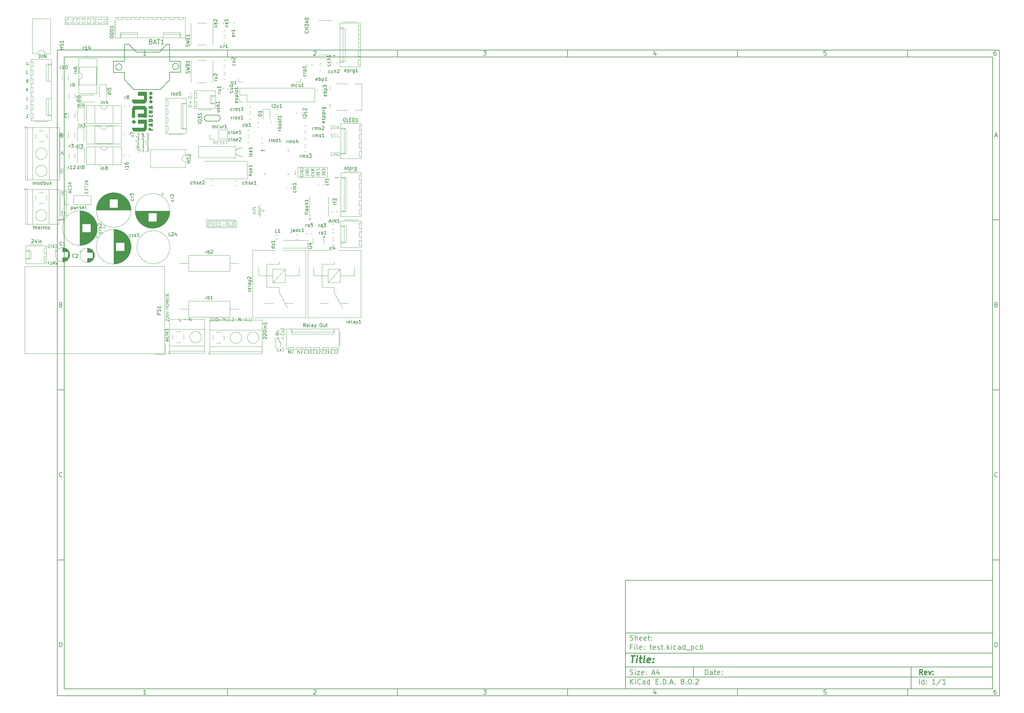
<source format=gbr>
%TF.GenerationSoftware,KiCad,Pcbnew,8.0.2-8.0.2-0~ubuntu22.04.1*%
%TF.CreationDate,2024-05-25T11:23:41+03:30*%
%TF.ProjectId,test,74657374-2e6b-4696-9361-645f70636258,rev?*%
%TF.SameCoordinates,Original*%
%TF.FileFunction,Legend,Top*%
%TF.FilePolarity,Positive*%
%FSLAX46Y46*%
G04 Gerber Fmt 4.6, Leading zero omitted, Abs format (unit mm)*
G04 Created by KiCad (PCBNEW 8.0.2-8.0.2-0~ubuntu22.04.1) date 2024-05-25 11:23:41*
%MOMM*%
%LPD*%
G01*
G04 APERTURE LIST*
%ADD10C,0.100000*%
%ADD11C,0.150000*%
%ADD12C,0.300000*%
%ADD13C,0.400000*%
%ADD14C,0.125000*%
%ADD15C,0.200000*%
%ADD16C,0.120000*%
%ADD17C,0.127000*%
%ADD18C,0.000000*%
G04 APERTURE END LIST*
D10*
D11*
X177002200Y-166007200D02*
X285002200Y-166007200D01*
X285002200Y-198007200D01*
X177002200Y-198007200D01*
X177002200Y-166007200D01*
D10*
D11*
X10000000Y-10000000D02*
X287002200Y-10000000D01*
X287002200Y-200007200D01*
X10000000Y-200007200D01*
X10000000Y-10000000D01*
D10*
D11*
X12000000Y-12000000D02*
X285002200Y-12000000D01*
X285002200Y-198007200D01*
X12000000Y-198007200D01*
X12000000Y-12000000D01*
D10*
D11*
X60000000Y-12000000D02*
X60000000Y-10000000D01*
D10*
D11*
X110000000Y-12000000D02*
X110000000Y-10000000D01*
D10*
D11*
X160000000Y-12000000D02*
X160000000Y-10000000D01*
D10*
D11*
X210000000Y-12000000D02*
X210000000Y-10000000D01*
D10*
D11*
X260000000Y-12000000D02*
X260000000Y-10000000D01*
D10*
D11*
X36089160Y-11593604D02*
X35346303Y-11593604D01*
X35717731Y-11593604D02*
X35717731Y-10293604D01*
X35717731Y-10293604D02*
X35593922Y-10479319D01*
X35593922Y-10479319D02*
X35470112Y-10603128D01*
X35470112Y-10603128D02*
X35346303Y-10665033D01*
D10*
D11*
X85346303Y-10417414D02*
X85408207Y-10355509D01*
X85408207Y-10355509D02*
X85532017Y-10293604D01*
X85532017Y-10293604D02*
X85841541Y-10293604D01*
X85841541Y-10293604D02*
X85965350Y-10355509D01*
X85965350Y-10355509D02*
X86027255Y-10417414D01*
X86027255Y-10417414D02*
X86089160Y-10541223D01*
X86089160Y-10541223D02*
X86089160Y-10665033D01*
X86089160Y-10665033D02*
X86027255Y-10850747D01*
X86027255Y-10850747D02*
X85284398Y-11593604D01*
X85284398Y-11593604D02*
X86089160Y-11593604D01*
D10*
D11*
X135284398Y-10293604D02*
X136089160Y-10293604D01*
X136089160Y-10293604D02*
X135655826Y-10788842D01*
X135655826Y-10788842D02*
X135841541Y-10788842D01*
X135841541Y-10788842D02*
X135965350Y-10850747D01*
X135965350Y-10850747D02*
X136027255Y-10912652D01*
X136027255Y-10912652D02*
X136089160Y-11036461D01*
X136089160Y-11036461D02*
X136089160Y-11345985D01*
X136089160Y-11345985D02*
X136027255Y-11469795D01*
X136027255Y-11469795D02*
X135965350Y-11531700D01*
X135965350Y-11531700D02*
X135841541Y-11593604D01*
X135841541Y-11593604D02*
X135470112Y-11593604D01*
X135470112Y-11593604D02*
X135346303Y-11531700D01*
X135346303Y-11531700D02*
X135284398Y-11469795D01*
D10*
D11*
X185965350Y-10726938D02*
X185965350Y-11593604D01*
X185655826Y-10231700D02*
X185346303Y-11160271D01*
X185346303Y-11160271D02*
X186151064Y-11160271D01*
D10*
D11*
X236027255Y-10293604D02*
X235408207Y-10293604D01*
X235408207Y-10293604D02*
X235346303Y-10912652D01*
X235346303Y-10912652D02*
X235408207Y-10850747D01*
X235408207Y-10850747D02*
X235532017Y-10788842D01*
X235532017Y-10788842D02*
X235841541Y-10788842D01*
X235841541Y-10788842D02*
X235965350Y-10850747D01*
X235965350Y-10850747D02*
X236027255Y-10912652D01*
X236027255Y-10912652D02*
X236089160Y-11036461D01*
X236089160Y-11036461D02*
X236089160Y-11345985D01*
X236089160Y-11345985D02*
X236027255Y-11469795D01*
X236027255Y-11469795D02*
X235965350Y-11531700D01*
X235965350Y-11531700D02*
X235841541Y-11593604D01*
X235841541Y-11593604D02*
X235532017Y-11593604D01*
X235532017Y-11593604D02*
X235408207Y-11531700D01*
X235408207Y-11531700D02*
X235346303Y-11469795D01*
D10*
D11*
X285965350Y-10293604D02*
X285717731Y-10293604D01*
X285717731Y-10293604D02*
X285593922Y-10355509D01*
X285593922Y-10355509D02*
X285532017Y-10417414D01*
X285532017Y-10417414D02*
X285408207Y-10603128D01*
X285408207Y-10603128D02*
X285346303Y-10850747D01*
X285346303Y-10850747D02*
X285346303Y-11345985D01*
X285346303Y-11345985D02*
X285408207Y-11469795D01*
X285408207Y-11469795D02*
X285470112Y-11531700D01*
X285470112Y-11531700D02*
X285593922Y-11593604D01*
X285593922Y-11593604D02*
X285841541Y-11593604D01*
X285841541Y-11593604D02*
X285965350Y-11531700D01*
X285965350Y-11531700D02*
X286027255Y-11469795D01*
X286027255Y-11469795D02*
X286089160Y-11345985D01*
X286089160Y-11345985D02*
X286089160Y-11036461D01*
X286089160Y-11036461D02*
X286027255Y-10912652D01*
X286027255Y-10912652D02*
X285965350Y-10850747D01*
X285965350Y-10850747D02*
X285841541Y-10788842D01*
X285841541Y-10788842D02*
X285593922Y-10788842D01*
X285593922Y-10788842D02*
X285470112Y-10850747D01*
X285470112Y-10850747D02*
X285408207Y-10912652D01*
X285408207Y-10912652D02*
X285346303Y-11036461D01*
D10*
D11*
X60000000Y-198007200D02*
X60000000Y-200007200D01*
D10*
D11*
X110000000Y-198007200D02*
X110000000Y-200007200D01*
D10*
D11*
X160000000Y-198007200D02*
X160000000Y-200007200D01*
D10*
D11*
X210000000Y-198007200D02*
X210000000Y-200007200D01*
D10*
D11*
X260000000Y-198007200D02*
X260000000Y-200007200D01*
D10*
D11*
X36089160Y-199600804D02*
X35346303Y-199600804D01*
X35717731Y-199600804D02*
X35717731Y-198300804D01*
X35717731Y-198300804D02*
X35593922Y-198486519D01*
X35593922Y-198486519D02*
X35470112Y-198610328D01*
X35470112Y-198610328D02*
X35346303Y-198672233D01*
D10*
D11*
X85346303Y-198424614D02*
X85408207Y-198362709D01*
X85408207Y-198362709D02*
X85532017Y-198300804D01*
X85532017Y-198300804D02*
X85841541Y-198300804D01*
X85841541Y-198300804D02*
X85965350Y-198362709D01*
X85965350Y-198362709D02*
X86027255Y-198424614D01*
X86027255Y-198424614D02*
X86089160Y-198548423D01*
X86089160Y-198548423D02*
X86089160Y-198672233D01*
X86089160Y-198672233D02*
X86027255Y-198857947D01*
X86027255Y-198857947D02*
X85284398Y-199600804D01*
X85284398Y-199600804D02*
X86089160Y-199600804D01*
D10*
D11*
X135284398Y-198300804D02*
X136089160Y-198300804D01*
X136089160Y-198300804D02*
X135655826Y-198796042D01*
X135655826Y-198796042D02*
X135841541Y-198796042D01*
X135841541Y-198796042D02*
X135965350Y-198857947D01*
X135965350Y-198857947D02*
X136027255Y-198919852D01*
X136027255Y-198919852D02*
X136089160Y-199043661D01*
X136089160Y-199043661D02*
X136089160Y-199353185D01*
X136089160Y-199353185D02*
X136027255Y-199476995D01*
X136027255Y-199476995D02*
X135965350Y-199538900D01*
X135965350Y-199538900D02*
X135841541Y-199600804D01*
X135841541Y-199600804D02*
X135470112Y-199600804D01*
X135470112Y-199600804D02*
X135346303Y-199538900D01*
X135346303Y-199538900D02*
X135284398Y-199476995D01*
D10*
D11*
X185965350Y-198734138D02*
X185965350Y-199600804D01*
X185655826Y-198238900D02*
X185346303Y-199167471D01*
X185346303Y-199167471D02*
X186151064Y-199167471D01*
D10*
D11*
X236027255Y-198300804D02*
X235408207Y-198300804D01*
X235408207Y-198300804D02*
X235346303Y-198919852D01*
X235346303Y-198919852D02*
X235408207Y-198857947D01*
X235408207Y-198857947D02*
X235532017Y-198796042D01*
X235532017Y-198796042D02*
X235841541Y-198796042D01*
X235841541Y-198796042D02*
X235965350Y-198857947D01*
X235965350Y-198857947D02*
X236027255Y-198919852D01*
X236027255Y-198919852D02*
X236089160Y-199043661D01*
X236089160Y-199043661D02*
X236089160Y-199353185D01*
X236089160Y-199353185D02*
X236027255Y-199476995D01*
X236027255Y-199476995D02*
X235965350Y-199538900D01*
X235965350Y-199538900D02*
X235841541Y-199600804D01*
X235841541Y-199600804D02*
X235532017Y-199600804D01*
X235532017Y-199600804D02*
X235408207Y-199538900D01*
X235408207Y-199538900D02*
X235346303Y-199476995D01*
D10*
D11*
X285965350Y-198300804D02*
X285717731Y-198300804D01*
X285717731Y-198300804D02*
X285593922Y-198362709D01*
X285593922Y-198362709D02*
X285532017Y-198424614D01*
X285532017Y-198424614D02*
X285408207Y-198610328D01*
X285408207Y-198610328D02*
X285346303Y-198857947D01*
X285346303Y-198857947D02*
X285346303Y-199353185D01*
X285346303Y-199353185D02*
X285408207Y-199476995D01*
X285408207Y-199476995D02*
X285470112Y-199538900D01*
X285470112Y-199538900D02*
X285593922Y-199600804D01*
X285593922Y-199600804D02*
X285841541Y-199600804D01*
X285841541Y-199600804D02*
X285965350Y-199538900D01*
X285965350Y-199538900D02*
X286027255Y-199476995D01*
X286027255Y-199476995D02*
X286089160Y-199353185D01*
X286089160Y-199353185D02*
X286089160Y-199043661D01*
X286089160Y-199043661D02*
X286027255Y-198919852D01*
X286027255Y-198919852D02*
X285965350Y-198857947D01*
X285965350Y-198857947D02*
X285841541Y-198796042D01*
X285841541Y-198796042D02*
X285593922Y-198796042D01*
X285593922Y-198796042D02*
X285470112Y-198857947D01*
X285470112Y-198857947D02*
X285408207Y-198919852D01*
X285408207Y-198919852D02*
X285346303Y-199043661D01*
D10*
D11*
X10000000Y-60000000D02*
X12000000Y-60000000D01*
D10*
D11*
X10000000Y-110000000D02*
X12000000Y-110000000D01*
D10*
D11*
X10000000Y-160000000D02*
X12000000Y-160000000D01*
D10*
D11*
X10690476Y-35222176D02*
X11309523Y-35222176D01*
X10566666Y-35593604D02*
X10999999Y-34293604D01*
X10999999Y-34293604D02*
X11433333Y-35593604D01*
D10*
D11*
X11092857Y-84912652D02*
X11278571Y-84974557D01*
X11278571Y-84974557D02*
X11340476Y-85036461D01*
X11340476Y-85036461D02*
X11402380Y-85160271D01*
X11402380Y-85160271D02*
X11402380Y-85345985D01*
X11402380Y-85345985D02*
X11340476Y-85469795D01*
X11340476Y-85469795D02*
X11278571Y-85531700D01*
X11278571Y-85531700D02*
X11154761Y-85593604D01*
X11154761Y-85593604D02*
X10659523Y-85593604D01*
X10659523Y-85593604D02*
X10659523Y-84293604D01*
X10659523Y-84293604D02*
X11092857Y-84293604D01*
X11092857Y-84293604D02*
X11216666Y-84355509D01*
X11216666Y-84355509D02*
X11278571Y-84417414D01*
X11278571Y-84417414D02*
X11340476Y-84541223D01*
X11340476Y-84541223D02*
X11340476Y-84665033D01*
X11340476Y-84665033D02*
X11278571Y-84788842D01*
X11278571Y-84788842D02*
X11216666Y-84850747D01*
X11216666Y-84850747D02*
X11092857Y-84912652D01*
X11092857Y-84912652D02*
X10659523Y-84912652D01*
D10*
D11*
X11402380Y-135469795D02*
X11340476Y-135531700D01*
X11340476Y-135531700D02*
X11154761Y-135593604D01*
X11154761Y-135593604D02*
X11030952Y-135593604D01*
X11030952Y-135593604D02*
X10845238Y-135531700D01*
X10845238Y-135531700D02*
X10721428Y-135407890D01*
X10721428Y-135407890D02*
X10659523Y-135284080D01*
X10659523Y-135284080D02*
X10597619Y-135036461D01*
X10597619Y-135036461D02*
X10597619Y-134850747D01*
X10597619Y-134850747D02*
X10659523Y-134603128D01*
X10659523Y-134603128D02*
X10721428Y-134479319D01*
X10721428Y-134479319D02*
X10845238Y-134355509D01*
X10845238Y-134355509D02*
X11030952Y-134293604D01*
X11030952Y-134293604D02*
X11154761Y-134293604D01*
X11154761Y-134293604D02*
X11340476Y-134355509D01*
X11340476Y-134355509D02*
X11402380Y-134417414D01*
D10*
D11*
X10659523Y-185593604D02*
X10659523Y-184293604D01*
X10659523Y-184293604D02*
X10969047Y-184293604D01*
X10969047Y-184293604D02*
X11154761Y-184355509D01*
X11154761Y-184355509D02*
X11278571Y-184479319D01*
X11278571Y-184479319D02*
X11340476Y-184603128D01*
X11340476Y-184603128D02*
X11402380Y-184850747D01*
X11402380Y-184850747D02*
X11402380Y-185036461D01*
X11402380Y-185036461D02*
X11340476Y-185284080D01*
X11340476Y-185284080D02*
X11278571Y-185407890D01*
X11278571Y-185407890D02*
X11154761Y-185531700D01*
X11154761Y-185531700D02*
X10969047Y-185593604D01*
X10969047Y-185593604D02*
X10659523Y-185593604D01*
D10*
D11*
X287002200Y-60000000D02*
X285002200Y-60000000D01*
D10*
D11*
X287002200Y-110000000D02*
X285002200Y-110000000D01*
D10*
D11*
X287002200Y-160000000D02*
X285002200Y-160000000D01*
D10*
D11*
X285692676Y-35222176D02*
X286311723Y-35222176D01*
X285568866Y-35593604D02*
X286002199Y-34293604D01*
X286002199Y-34293604D02*
X286435533Y-35593604D01*
D10*
D11*
X286095057Y-84912652D02*
X286280771Y-84974557D01*
X286280771Y-84974557D02*
X286342676Y-85036461D01*
X286342676Y-85036461D02*
X286404580Y-85160271D01*
X286404580Y-85160271D02*
X286404580Y-85345985D01*
X286404580Y-85345985D02*
X286342676Y-85469795D01*
X286342676Y-85469795D02*
X286280771Y-85531700D01*
X286280771Y-85531700D02*
X286156961Y-85593604D01*
X286156961Y-85593604D02*
X285661723Y-85593604D01*
X285661723Y-85593604D02*
X285661723Y-84293604D01*
X285661723Y-84293604D02*
X286095057Y-84293604D01*
X286095057Y-84293604D02*
X286218866Y-84355509D01*
X286218866Y-84355509D02*
X286280771Y-84417414D01*
X286280771Y-84417414D02*
X286342676Y-84541223D01*
X286342676Y-84541223D02*
X286342676Y-84665033D01*
X286342676Y-84665033D02*
X286280771Y-84788842D01*
X286280771Y-84788842D02*
X286218866Y-84850747D01*
X286218866Y-84850747D02*
X286095057Y-84912652D01*
X286095057Y-84912652D02*
X285661723Y-84912652D01*
D10*
D11*
X286404580Y-135469795D02*
X286342676Y-135531700D01*
X286342676Y-135531700D02*
X286156961Y-135593604D01*
X286156961Y-135593604D02*
X286033152Y-135593604D01*
X286033152Y-135593604D02*
X285847438Y-135531700D01*
X285847438Y-135531700D02*
X285723628Y-135407890D01*
X285723628Y-135407890D02*
X285661723Y-135284080D01*
X285661723Y-135284080D02*
X285599819Y-135036461D01*
X285599819Y-135036461D02*
X285599819Y-134850747D01*
X285599819Y-134850747D02*
X285661723Y-134603128D01*
X285661723Y-134603128D02*
X285723628Y-134479319D01*
X285723628Y-134479319D02*
X285847438Y-134355509D01*
X285847438Y-134355509D02*
X286033152Y-134293604D01*
X286033152Y-134293604D02*
X286156961Y-134293604D01*
X286156961Y-134293604D02*
X286342676Y-134355509D01*
X286342676Y-134355509D02*
X286404580Y-134417414D01*
D10*
D11*
X285661723Y-185593604D02*
X285661723Y-184293604D01*
X285661723Y-184293604D02*
X285971247Y-184293604D01*
X285971247Y-184293604D02*
X286156961Y-184355509D01*
X286156961Y-184355509D02*
X286280771Y-184479319D01*
X286280771Y-184479319D02*
X286342676Y-184603128D01*
X286342676Y-184603128D02*
X286404580Y-184850747D01*
X286404580Y-184850747D02*
X286404580Y-185036461D01*
X286404580Y-185036461D02*
X286342676Y-185284080D01*
X286342676Y-185284080D02*
X286280771Y-185407890D01*
X286280771Y-185407890D02*
X286156961Y-185531700D01*
X286156961Y-185531700D02*
X285971247Y-185593604D01*
X285971247Y-185593604D02*
X285661723Y-185593604D01*
D10*
D11*
X200458026Y-193793328D02*
X200458026Y-192293328D01*
X200458026Y-192293328D02*
X200815169Y-192293328D01*
X200815169Y-192293328D02*
X201029455Y-192364757D01*
X201029455Y-192364757D02*
X201172312Y-192507614D01*
X201172312Y-192507614D02*
X201243741Y-192650471D01*
X201243741Y-192650471D02*
X201315169Y-192936185D01*
X201315169Y-192936185D02*
X201315169Y-193150471D01*
X201315169Y-193150471D02*
X201243741Y-193436185D01*
X201243741Y-193436185D02*
X201172312Y-193579042D01*
X201172312Y-193579042D02*
X201029455Y-193721900D01*
X201029455Y-193721900D02*
X200815169Y-193793328D01*
X200815169Y-193793328D02*
X200458026Y-193793328D01*
X202600884Y-193793328D02*
X202600884Y-193007614D01*
X202600884Y-193007614D02*
X202529455Y-192864757D01*
X202529455Y-192864757D02*
X202386598Y-192793328D01*
X202386598Y-192793328D02*
X202100884Y-192793328D01*
X202100884Y-192793328D02*
X201958026Y-192864757D01*
X202600884Y-193721900D02*
X202458026Y-193793328D01*
X202458026Y-193793328D02*
X202100884Y-193793328D01*
X202100884Y-193793328D02*
X201958026Y-193721900D01*
X201958026Y-193721900D02*
X201886598Y-193579042D01*
X201886598Y-193579042D02*
X201886598Y-193436185D01*
X201886598Y-193436185D02*
X201958026Y-193293328D01*
X201958026Y-193293328D02*
X202100884Y-193221900D01*
X202100884Y-193221900D02*
X202458026Y-193221900D01*
X202458026Y-193221900D02*
X202600884Y-193150471D01*
X203100884Y-192793328D02*
X203672312Y-192793328D01*
X203315169Y-192293328D02*
X203315169Y-193579042D01*
X203315169Y-193579042D02*
X203386598Y-193721900D01*
X203386598Y-193721900D02*
X203529455Y-193793328D01*
X203529455Y-193793328D02*
X203672312Y-193793328D01*
X204743741Y-193721900D02*
X204600884Y-193793328D01*
X204600884Y-193793328D02*
X204315170Y-193793328D01*
X204315170Y-193793328D02*
X204172312Y-193721900D01*
X204172312Y-193721900D02*
X204100884Y-193579042D01*
X204100884Y-193579042D02*
X204100884Y-193007614D01*
X204100884Y-193007614D02*
X204172312Y-192864757D01*
X204172312Y-192864757D02*
X204315170Y-192793328D01*
X204315170Y-192793328D02*
X204600884Y-192793328D01*
X204600884Y-192793328D02*
X204743741Y-192864757D01*
X204743741Y-192864757D02*
X204815170Y-193007614D01*
X204815170Y-193007614D02*
X204815170Y-193150471D01*
X204815170Y-193150471D02*
X204100884Y-193293328D01*
X205458026Y-193650471D02*
X205529455Y-193721900D01*
X205529455Y-193721900D02*
X205458026Y-193793328D01*
X205458026Y-193793328D02*
X205386598Y-193721900D01*
X205386598Y-193721900D02*
X205458026Y-193650471D01*
X205458026Y-193650471D02*
X205458026Y-193793328D01*
X205458026Y-192864757D02*
X205529455Y-192936185D01*
X205529455Y-192936185D02*
X205458026Y-193007614D01*
X205458026Y-193007614D02*
X205386598Y-192936185D01*
X205386598Y-192936185D02*
X205458026Y-192864757D01*
X205458026Y-192864757D02*
X205458026Y-193007614D01*
D10*
D11*
X177002200Y-194507200D02*
X285002200Y-194507200D01*
D10*
D11*
X178458026Y-196593328D02*
X178458026Y-195093328D01*
X179315169Y-196593328D02*
X178672312Y-195736185D01*
X179315169Y-195093328D02*
X178458026Y-195950471D01*
X179958026Y-196593328D02*
X179958026Y-195593328D01*
X179958026Y-195093328D02*
X179886598Y-195164757D01*
X179886598Y-195164757D02*
X179958026Y-195236185D01*
X179958026Y-195236185D02*
X180029455Y-195164757D01*
X180029455Y-195164757D02*
X179958026Y-195093328D01*
X179958026Y-195093328D02*
X179958026Y-195236185D01*
X181529455Y-196450471D02*
X181458027Y-196521900D01*
X181458027Y-196521900D02*
X181243741Y-196593328D01*
X181243741Y-196593328D02*
X181100884Y-196593328D01*
X181100884Y-196593328D02*
X180886598Y-196521900D01*
X180886598Y-196521900D02*
X180743741Y-196379042D01*
X180743741Y-196379042D02*
X180672312Y-196236185D01*
X180672312Y-196236185D02*
X180600884Y-195950471D01*
X180600884Y-195950471D02*
X180600884Y-195736185D01*
X180600884Y-195736185D02*
X180672312Y-195450471D01*
X180672312Y-195450471D02*
X180743741Y-195307614D01*
X180743741Y-195307614D02*
X180886598Y-195164757D01*
X180886598Y-195164757D02*
X181100884Y-195093328D01*
X181100884Y-195093328D02*
X181243741Y-195093328D01*
X181243741Y-195093328D02*
X181458027Y-195164757D01*
X181458027Y-195164757D02*
X181529455Y-195236185D01*
X182815170Y-196593328D02*
X182815170Y-195807614D01*
X182815170Y-195807614D02*
X182743741Y-195664757D01*
X182743741Y-195664757D02*
X182600884Y-195593328D01*
X182600884Y-195593328D02*
X182315170Y-195593328D01*
X182315170Y-195593328D02*
X182172312Y-195664757D01*
X182815170Y-196521900D02*
X182672312Y-196593328D01*
X182672312Y-196593328D02*
X182315170Y-196593328D01*
X182315170Y-196593328D02*
X182172312Y-196521900D01*
X182172312Y-196521900D02*
X182100884Y-196379042D01*
X182100884Y-196379042D02*
X182100884Y-196236185D01*
X182100884Y-196236185D02*
X182172312Y-196093328D01*
X182172312Y-196093328D02*
X182315170Y-196021900D01*
X182315170Y-196021900D02*
X182672312Y-196021900D01*
X182672312Y-196021900D02*
X182815170Y-195950471D01*
X184172313Y-196593328D02*
X184172313Y-195093328D01*
X184172313Y-196521900D02*
X184029455Y-196593328D01*
X184029455Y-196593328D02*
X183743741Y-196593328D01*
X183743741Y-196593328D02*
X183600884Y-196521900D01*
X183600884Y-196521900D02*
X183529455Y-196450471D01*
X183529455Y-196450471D02*
X183458027Y-196307614D01*
X183458027Y-196307614D02*
X183458027Y-195879042D01*
X183458027Y-195879042D02*
X183529455Y-195736185D01*
X183529455Y-195736185D02*
X183600884Y-195664757D01*
X183600884Y-195664757D02*
X183743741Y-195593328D01*
X183743741Y-195593328D02*
X184029455Y-195593328D01*
X184029455Y-195593328D02*
X184172313Y-195664757D01*
X186029455Y-195807614D02*
X186529455Y-195807614D01*
X186743741Y-196593328D02*
X186029455Y-196593328D01*
X186029455Y-196593328D02*
X186029455Y-195093328D01*
X186029455Y-195093328D02*
X186743741Y-195093328D01*
X187386598Y-196450471D02*
X187458027Y-196521900D01*
X187458027Y-196521900D02*
X187386598Y-196593328D01*
X187386598Y-196593328D02*
X187315170Y-196521900D01*
X187315170Y-196521900D02*
X187386598Y-196450471D01*
X187386598Y-196450471D02*
X187386598Y-196593328D01*
X188100884Y-196593328D02*
X188100884Y-195093328D01*
X188100884Y-195093328D02*
X188458027Y-195093328D01*
X188458027Y-195093328D02*
X188672313Y-195164757D01*
X188672313Y-195164757D02*
X188815170Y-195307614D01*
X188815170Y-195307614D02*
X188886599Y-195450471D01*
X188886599Y-195450471D02*
X188958027Y-195736185D01*
X188958027Y-195736185D02*
X188958027Y-195950471D01*
X188958027Y-195950471D02*
X188886599Y-196236185D01*
X188886599Y-196236185D02*
X188815170Y-196379042D01*
X188815170Y-196379042D02*
X188672313Y-196521900D01*
X188672313Y-196521900D02*
X188458027Y-196593328D01*
X188458027Y-196593328D02*
X188100884Y-196593328D01*
X189600884Y-196450471D02*
X189672313Y-196521900D01*
X189672313Y-196521900D02*
X189600884Y-196593328D01*
X189600884Y-196593328D02*
X189529456Y-196521900D01*
X189529456Y-196521900D02*
X189600884Y-196450471D01*
X189600884Y-196450471D02*
X189600884Y-196593328D01*
X190243742Y-196164757D02*
X190958028Y-196164757D01*
X190100885Y-196593328D02*
X190600885Y-195093328D01*
X190600885Y-195093328D02*
X191100885Y-196593328D01*
X191600884Y-196450471D02*
X191672313Y-196521900D01*
X191672313Y-196521900D02*
X191600884Y-196593328D01*
X191600884Y-196593328D02*
X191529456Y-196521900D01*
X191529456Y-196521900D02*
X191600884Y-196450471D01*
X191600884Y-196450471D02*
X191600884Y-196593328D01*
X193672313Y-195736185D02*
X193529456Y-195664757D01*
X193529456Y-195664757D02*
X193458027Y-195593328D01*
X193458027Y-195593328D02*
X193386599Y-195450471D01*
X193386599Y-195450471D02*
X193386599Y-195379042D01*
X193386599Y-195379042D02*
X193458027Y-195236185D01*
X193458027Y-195236185D02*
X193529456Y-195164757D01*
X193529456Y-195164757D02*
X193672313Y-195093328D01*
X193672313Y-195093328D02*
X193958027Y-195093328D01*
X193958027Y-195093328D02*
X194100885Y-195164757D01*
X194100885Y-195164757D02*
X194172313Y-195236185D01*
X194172313Y-195236185D02*
X194243742Y-195379042D01*
X194243742Y-195379042D02*
X194243742Y-195450471D01*
X194243742Y-195450471D02*
X194172313Y-195593328D01*
X194172313Y-195593328D02*
X194100885Y-195664757D01*
X194100885Y-195664757D02*
X193958027Y-195736185D01*
X193958027Y-195736185D02*
X193672313Y-195736185D01*
X193672313Y-195736185D02*
X193529456Y-195807614D01*
X193529456Y-195807614D02*
X193458027Y-195879042D01*
X193458027Y-195879042D02*
X193386599Y-196021900D01*
X193386599Y-196021900D02*
X193386599Y-196307614D01*
X193386599Y-196307614D02*
X193458027Y-196450471D01*
X193458027Y-196450471D02*
X193529456Y-196521900D01*
X193529456Y-196521900D02*
X193672313Y-196593328D01*
X193672313Y-196593328D02*
X193958027Y-196593328D01*
X193958027Y-196593328D02*
X194100885Y-196521900D01*
X194100885Y-196521900D02*
X194172313Y-196450471D01*
X194172313Y-196450471D02*
X194243742Y-196307614D01*
X194243742Y-196307614D02*
X194243742Y-196021900D01*
X194243742Y-196021900D02*
X194172313Y-195879042D01*
X194172313Y-195879042D02*
X194100885Y-195807614D01*
X194100885Y-195807614D02*
X193958027Y-195736185D01*
X194886598Y-196450471D02*
X194958027Y-196521900D01*
X194958027Y-196521900D02*
X194886598Y-196593328D01*
X194886598Y-196593328D02*
X194815170Y-196521900D01*
X194815170Y-196521900D02*
X194886598Y-196450471D01*
X194886598Y-196450471D02*
X194886598Y-196593328D01*
X195886599Y-195093328D02*
X196029456Y-195093328D01*
X196029456Y-195093328D02*
X196172313Y-195164757D01*
X196172313Y-195164757D02*
X196243742Y-195236185D01*
X196243742Y-195236185D02*
X196315170Y-195379042D01*
X196315170Y-195379042D02*
X196386599Y-195664757D01*
X196386599Y-195664757D02*
X196386599Y-196021900D01*
X196386599Y-196021900D02*
X196315170Y-196307614D01*
X196315170Y-196307614D02*
X196243742Y-196450471D01*
X196243742Y-196450471D02*
X196172313Y-196521900D01*
X196172313Y-196521900D02*
X196029456Y-196593328D01*
X196029456Y-196593328D02*
X195886599Y-196593328D01*
X195886599Y-196593328D02*
X195743742Y-196521900D01*
X195743742Y-196521900D02*
X195672313Y-196450471D01*
X195672313Y-196450471D02*
X195600884Y-196307614D01*
X195600884Y-196307614D02*
X195529456Y-196021900D01*
X195529456Y-196021900D02*
X195529456Y-195664757D01*
X195529456Y-195664757D02*
X195600884Y-195379042D01*
X195600884Y-195379042D02*
X195672313Y-195236185D01*
X195672313Y-195236185D02*
X195743742Y-195164757D01*
X195743742Y-195164757D02*
X195886599Y-195093328D01*
X197029455Y-196450471D02*
X197100884Y-196521900D01*
X197100884Y-196521900D02*
X197029455Y-196593328D01*
X197029455Y-196593328D02*
X196958027Y-196521900D01*
X196958027Y-196521900D02*
X197029455Y-196450471D01*
X197029455Y-196450471D02*
X197029455Y-196593328D01*
X197672313Y-195236185D02*
X197743741Y-195164757D01*
X197743741Y-195164757D02*
X197886599Y-195093328D01*
X197886599Y-195093328D02*
X198243741Y-195093328D01*
X198243741Y-195093328D02*
X198386599Y-195164757D01*
X198386599Y-195164757D02*
X198458027Y-195236185D01*
X198458027Y-195236185D02*
X198529456Y-195379042D01*
X198529456Y-195379042D02*
X198529456Y-195521900D01*
X198529456Y-195521900D02*
X198458027Y-195736185D01*
X198458027Y-195736185D02*
X197600884Y-196593328D01*
X197600884Y-196593328D02*
X198529456Y-196593328D01*
D10*
D11*
X177002200Y-191507200D02*
X285002200Y-191507200D01*
D10*
D12*
X264413853Y-193785528D02*
X263913853Y-193071242D01*
X263556710Y-193785528D02*
X263556710Y-192285528D01*
X263556710Y-192285528D02*
X264128139Y-192285528D01*
X264128139Y-192285528D02*
X264270996Y-192356957D01*
X264270996Y-192356957D02*
X264342425Y-192428385D01*
X264342425Y-192428385D02*
X264413853Y-192571242D01*
X264413853Y-192571242D02*
X264413853Y-192785528D01*
X264413853Y-192785528D02*
X264342425Y-192928385D01*
X264342425Y-192928385D02*
X264270996Y-192999814D01*
X264270996Y-192999814D02*
X264128139Y-193071242D01*
X264128139Y-193071242D02*
X263556710Y-193071242D01*
X265628139Y-193714100D02*
X265485282Y-193785528D01*
X265485282Y-193785528D02*
X265199568Y-193785528D01*
X265199568Y-193785528D02*
X265056710Y-193714100D01*
X265056710Y-193714100D02*
X264985282Y-193571242D01*
X264985282Y-193571242D02*
X264985282Y-192999814D01*
X264985282Y-192999814D02*
X265056710Y-192856957D01*
X265056710Y-192856957D02*
X265199568Y-192785528D01*
X265199568Y-192785528D02*
X265485282Y-192785528D01*
X265485282Y-192785528D02*
X265628139Y-192856957D01*
X265628139Y-192856957D02*
X265699568Y-192999814D01*
X265699568Y-192999814D02*
X265699568Y-193142671D01*
X265699568Y-193142671D02*
X264985282Y-193285528D01*
X266199567Y-192785528D02*
X266556710Y-193785528D01*
X266556710Y-193785528D02*
X266913853Y-192785528D01*
X267485281Y-193642671D02*
X267556710Y-193714100D01*
X267556710Y-193714100D02*
X267485281Y-193785528D01*
X267485281Y-193785528D02*
X267413853Y-193714100D01*
X267413853Y-193714100D02*
X267485281Y-193642671D01*
X267485281Y-193642671D02*
X267485281Y-193785528D01*
X267485281Y-192856957D02*
X267556710Y-192928385D01*
X267556710Y-192928385D02*
X267485281Y-192999814D01*
X267485281Y-192999814D02*
X267413853Y-192928385D01*
X267413853Y-192928385D02*
X267485281Y-192856957D01*
X267485281Y-192856957D02*
X267485281Y-192999814D01*
D10*
D11*
X178386598Y-193721900D02*
X178600884Y-193793328D01*
X178600884Y-193793328D02*
X178958026Y-193793328D01*
X178958026Y-193793328D02*
X179100884Y-193721900D01*
X179100884Y-193721900D02*
X179172312Y-193650471D01*
X179172312Y-193650471D02*
X179243741Y-193507614D01*
X179243741Y-193507614D02*
X179243741Y-193364757D01*
X179243741Y-193364757D02*
X179172312Y-193221900D01*
X179172312Y-193221900D02*
X179100884Y-193150471D01*
X179100884Y-193150471D02*
X178958026Y-193079042D01*
X178958026Y-193079042D02*
X178672312Y-193007614D01*
X178672312Y-193007614D02*
X178529455Y-192936185D01*
X178529455Y-192936185D02*
X178458026Y-192864757D01*
X178458026Y-192864757D02*
X178386598Y-192721900D01*
X178386598Y-192721900D02*
X178386598Y-192579042D01*
X178386598Y-192579042D02*
X178458026Y-192436185D01*
X178458026Y-192436185D02*
X178529455Y-192364757D01*
X178529455Y-192364757D02*
X178672312Y-192293328D01*
X178672312Y-192293328D02*
X179029455Y-192293328D01*
X179029455Y-192293328D02*
X179243741Y-192364757D01*
X179886597Y-193793328D02*
X179886597Y-192793328D01*
X179886597Y-192293328D02*
X179815169Y-192364757D01*
X179815169Y-192364757D02*
X179886597Y-192436185D01*
X179886597Y-192436185D02*
X179958026Y-192364757D01*
X179958026Y-192364757D02*
X179886597Y-192293328D01*
X179886597Y-192293328D02*
X179886597Y-192436185D01*
X180458026Y-192793328D02*
X181243741Y-192793328D01*
X181243741Y-192793328D02*
X180458026Y-193793328D01*
X180458026Y-193793328D02*
X181243741Y-193793328D01*
X182386598Y-193721900D02*
X182243741Y-193793328D01*
X182243741Y-193793328D02*
X181958027Y-193793328D01*
X181958027Y-193793328D02*
X181815169Y-193721900D01*
X181815169Y-193721900D02*
X181743741Y-193579042D01*
X181743741Y-193579042D02*
X181743741Y-193007614D01*
X181743741Y-193007614D02*
X181815169Y-192864757D01*
X181815169Y-192864757D02*
X181958027Y-192793328D01*
X181958027Y-192793328D02*
X182243741Y-192793328D01*
X182243741Y-192793328D02*
X182386598Y-192864757D01*
X182386598Y-192864757D02*
X182458027Y-193007614D01*
X182458027Y-193007614D02*
X182458027Y-193150471D01*
X182458027Y-193150471D02*
X181743741Y-193293328D01*
X183100883Y-193650471D02*
X183172312Y-193721900D01*
X183172312Y-193721900D02*
X183100883Y-193793328D01*
X183100883Y-193793328D02*
X183029455Y-193721900D01*
X183029455Y-193721900D02*
X183100883Y-193650471D01*
X183100883Y-193650471D02*
X183100883Y-193793328D01*
X183100883Y-192864757D02*
X183172312Y-192936185D01*
X183172312Y-192936185D02*
X183100883Y-193007614D01*
X183100883Y-193007614D02*
X183029455Y-192936185D01*
X183029455Y-192936185D02*
X183100883Y-192864757D01*
X183100883Y-192864757D02*
X183100883Y-193007614D01*
X184886598Y-193364757D02*
X185600884Y-193364757D01*
X184743741Y-193793328D02*
X185243741Y-192293328D01*
X185243741Y-192293328D02*
X185743741Y-193793328D01*
X186886598Y-192793328D02*
X186886598Y-193793328D01*
X186529455Y-192221900D02*
X186172312Y-193293328D01*
X186172312Y-193293328D02*
X187100883Y-193293328D01*
D10*
D11*
X263458026Y-196593328D02*
X263458026Y-195093328D01*
X264815170Y-196593328D02*
X264815170Y-195093328D01*
X264815170Y-196521900D02*
X264672312Y-196593328D01*
X264672312Y-196593328D02*
X264386598Y-196593328D01*
X264386598Y-196593328D02*
X264243741Y-196521900D01*
X264243741Y-196521900D02*
X264172312Y-196450471D01*
X264172312Y-196450471D02*
X264100884Y-196307614D01*
X264100884Y-196307614D02*
X264100884Y-195879042D01*
X264100884Y-195879042D02*
X264172312Y-195736185D01*
X264172312Y-195736185D02*
X264243741Y-195664757D01*
X264243741Y-195664757D02*
X264386598Y-195593328D01*
X264386598Y-195593328D02*
X264672312Y-195593328D01*
X264672312Y-195593328D02*
X264815170Y-195664757D01*
X265529455Y-196450471D02*
X265600884Y-196521900D01*
X265600884Y-196521900D02*
X265529455Y-196593328D01*
X265529455Y-196593328D02*
X265458027Y-196521900D01*
X265458027Y-196521900D02*
X265529455Y-196450471D01*
X265529455Y-196450471D02*
X265529455Y-196593328D01*
X265529455Y-195664757D02*
X265600884Y-195736185D01*
X265600884Y-195736185D02*
X265529455Y-195807614D01*
X265529455Y-195807614D02*
X265458027Y-195736185D01*
X265458027Y-195736185D02*
X265529455Y-195664757D01*
X265529455Y-195664757D02*
X265529455Y-195807614D01*
X268172313Y-196593328D02*
X267315170Y-196593328D01*
X267743741Y-196593328D02*
X267743741Y-195093328D01*
X267743741Y-195093328D02*
X267600884Y-195307614D01*
X267600884Y-195307614D02*
X267458027Y-195450471D01*
X267458027Y-195450471D02*
X267315170Y-195521900D01*
X269886598Y-195021900D02*
X268600884Y-196950471D01*
X271172313Y-196593328D02*
X270315170Y-196593328D01*
X270743741Y-196593328D02*
X270743741Y-195093328D01*
X270743741Y-195093328D02*
X270600884Y-195307614D01*
X270600884Y-195307614D02*
X270458027Y-195450471D01*
X270458027Y-195450471D02*
X270315170Y-195521900D01*
D10*
D11*
X177002200Y-187507200D02*
X285002200Y-187507200D01*
D10*
D13*
X178693928Y-188211638D02*
X179836785Y-188211638D01*
X179015357Y-190211638D02*
X179265357Y-188211638D01*
X180253452Y-190211638D02*
X180420119Y-188878304D01*
X180503452Y-188211638D02*
X180396309Y-188306876D01*
X180396309Y-188306876D02*
X180479643Y-188402114D01*
X180479643Y-188402114D02*
X180586786Y-188306876D01*
X180586786Y-188306876D02*
X180503452Y-188211638D01*
X180503452Y-188211638D02*
X180479643Y-188402114D01*
X181086786Y-188878304D02*
X181848690Y-188878304D01*
X181455833Y-188211638D02*
X181241548Y-189925923D01*
X181241548Y-189925923D02*
X181312976Y-190116400D01*
X181312976Y-190116400D02*
X181491548Y-190211638D01*
X181491548Y-190211638D02*
X181682024Y-190211638D01*
X182634405Y-190211638D02*
X182455833Y-190116400D01*
X182455833Y-190116400D02*
X182384405Y-189925923D01*
X182384405Y-189925923D02*
X182598690Y-188211638D01*
X184170119Y-190116400D02*
X183967738Y-190211638D01*
X183967738Y-190211638D02*
X183586785Y-190211638D01*
X183586785Y-190211638D02*
X183408214Y-190116400D01*
X183408214Y-190116400D02*
X183336785Y-189925923D01*
X183336785Y-189925923D02*
X183432024Y-189164019D01*
X183432024Y-189164019D02*
X183551071Y-188973542D01*
X183551071Y-188973542D02*
X183753452Y-188878304D01*
X183753452Y-188878304D02*
X184134404Y-188878304D01*
X184134404Y-188878304D02*
X184312976Y-188973542D01*
X184312976Y-188973542D02*
X184384404Y-189164019D01*
X184384404Y-189164019D02*
X184360595Y-189354495D01*
X184360595Y-189354495D02*
X183384404Y-189544971D01*
X185134405Y-190021161D02*
X185217738Y-190116400D01*
X185217738Y-190116400D02*
X185110595Y-190211638D01*
X185110595Y-190211638D02*
X185027262Y-190116400D01*
X185027262Y-190116400D02*
X185134405Y-190021161D01*
X185134405Y-190021161D02*
X185110595Y-190211638D01*
X185265357Y-188973542D02*
X185348690Y-189068780D01*
X185348690Y-189068780D02*
X185241548Y-189164019D01*
X185241548Y-189164019D02*
X185158214Y-189068780D01*
X185158214Y-189068780D02*
X185265357Y-188973542D01*
X185265357Y-188973542D02*
X185241548Y-189164019D01*
D10*
D11*
X178958026Y-185607614D02*
X178458026Y-185607614D01*
X178458026Y-186393328D02*
X178458026Y-184893328D01*
X178458026Y-184893328D02*
X179172312Y-184893328D01*
X179743740Y-186393328D02*
X179743740Y-185393328D01*
X179743740Y-184893328D02*
X179672312Y-184964757D01*
X179672312Y-184964757D02*
X179743740Y-185036185D01*
X179743740Y-185036185D02*
X179815169Y-184964757D01*
X179815169Y-184964757D02*
X179743740Y-184893328D01*
X179743740Y-184893328D02*
X179743740Y-185036185D01*
X180672312Y-186393328D02*
X180529455Y-186321900D01*
X180529455Y-186321900D02*
X180458026Y-186179042D01*
X180458026Y-186179042D02*
X180458026Y-184893328D01*
X181815169Y-186321900D02*
X181672312Y-186393328D01*
X181672312Y-186393328D02*
X181386598Y-186393328D01*
X181386598Y-186393328D02*
X181243740Y-186321900D01*
X181243740Y-186321900D02*
X181172312Y-186179042D01*
X181172312Y-186179042D02*
X181172312Y-185607614D01*
X181172312Y-185607614D02*
X181243740Y-185464757D01*
X181243740Y-185464757D02*
X181386598Y-185393328D01*
X181386598Y-185393328D02*
X181672312Y-185393328D01*
X181672312Y-185393328D02*
X181815169Y-185464757D01*
X181815169Y-185464757D02*
X181886598Y-185607614D01*
X181886598Y-185607614D02*
X181886598Y-185750471D01*
X181886598Y-185750471D02*
X181172312Y-185893328D01*
X182529454Y-186250471D02*
X182600883Y-186321900D01*
X182600883Y-186321900D02*
X182529454Y-186393328D01*
X182529454Y-186393328D02*
X182458026Y-186321900D01*
X182458026Y-186321900D02*
X182529454Y-186250471D01*
X182529454Y-186250471D02*
X182529454Y-186393328D01*
X182529454Y-185464757D02*
X182600883Y-185536185D01*
X182600883Y-185536185D02*
X182529454Y-185607614D01*
X182529454Y-185607614D02*
X182458026Y-185536185D01*
X182458026Y-185536185D02*
X182529454Y-185464757D01*
X182529454Y-185464757D02*
X182529454Y-185607614D01*
X184172312Y-185393328D02*
X184743740Y-185393328D01*
X184386597Y-184893328D02*
X184386597Y-186179042D01*
X184386597Y-186179042D02*
X184458026Y-186321900D01*
X184458026Y-186321900D02*
X184600883Y-186393328D01*
X184600883Y-186393328D02*
X184743740Y-186393328D01*
X185815169Y-186321900D02*
X185672312Y-186393328D01*
X185672312Y-186393328D02*
X185386598Y-186393328D01*
X185386598Y-186393328D02*
X185243740Y-186321900D01*
X185243740Y-186321900D02*
X185172312Y-186179042D01*
X185172312Y-186179042D02*
X185172312Y-185607614D01*
X185172312Y-185607614D02*
X185243740Y-185464757D01*
X185243740Y-185464757D02*
X185386598Y-185393328D01*
X185386598Y-185393328D02*
X185672312Y-185393328D01*
X185672312Y-185393328D02*
X185815169Y-185464757D01*
X185815169Y-185464757D02*
X185886598Y-185607614D01*
X185886598Y-185607614D02*
X185886598Y-185750471D01*
X185886598Y-185750471D02*
X185172312Y-185893328D01*
X186458026Y-186321900D02*
X186600883Y-186393328D01*
X186600883Y-186393328D02*
X186886597Y-186393328D01*
X186886597Y-186393328D02*
X187029454Y-186321900D01*
X187029454Y-186321900D02*
X187100883Y-186179042D01*
X187100883Y-186179042D02*
X187100883Y-186107614D01*
X187100883Y-186107614D02*
X187029454Y-185964757D01*
X187029454Y-185964757D02*
X186886597Y-185893328D01*
X186886597Y-185893328D02*
X186672312Y-185893328D01*
X186672312Y-185893328D02*
X186529454Y-185821900D01*
X186529454Y-185821900D02*
X186458026Y-185679042D01*
X186458026Y-185679042D02*
X186458026Y-185607614D01*
X186458026Y-185607614D02*
X186529454Y-185464757D01*
X186529454Y-185464757D02*
X186672312Y-185393328D01*
X186672312Y-185393328D02*
X186886597Y-185393328D01*
X186886597Y-185393328D02*
X187029454Y-185464757D01*
X187529455Y-185393328D02*
X188100883Y-185393328D01*
X187743740Y-184893328D02*
X187743740Y-186179042D01*
X187743740Y-186179042D02*
X187815169Y-186321900D01*
X187815169Y-186321900D02*
X187958026Y-186393328D01*
X187958026Y-186393328D02*
X188100883Y-186393328D01*
X188600883Y-186250471D02*
X188672312Y-186321900D01*
X188672312Y-186321900D02*
X188600883Y-186393328D01*
X188600883Y-186393328D02*
X188529455Y-186321900D01*
X188529455Y-186321900D02*
X188600883Y-186250471D01*
X188600883Y-186250471D02*
X188600883Y-186393328D01*
X189315169Y-186393328D02*
X189315169Y-184893328D01*
X189458027Y-185821900D02*
X189886598Y-186393328D01*
X189886598Y-185393328D02*
X189315169Y-185964757D01*
X190529455Y-186393328D02*
X190529455Y-185393328D01*
X190529455Y-184893328D02*
X190458027Y-184964757D01*
X190458027Y-184964757D02*
X190529455Y-185036185D01*
X190529455Y-185036185D02*
X190600884Y-184964757D01*
X190600884Y-184964757D02*
X190529455Y-184893328D01*
X190529455Y-184893328D02*
X190529455Y-185036185D01*
X191886599Y-186321900D02*
X191743741Y-186393328D01*
X191743741Y-186393328D02*
X191458027Y-186393328D01*
X191458027Y-186393328D02*
X191315170Y-186321900D01*
X191315170Y-186321900D02*
X191243741Y-186250471D01*
X191243741Y-186250471D02*
X191172313Y-186107614D01*
X191172313Y-186107614D02*
X191172313Y-185679042D01*
X191172313Y-185679042D02*
X191243741Y-185536185D01*
X191243741Y-185536185D02*
X191315170Y-185464757D01*
X191315170Y-185464757D02*
X191458027Y-185393328D01*
X191458027Y-185393328D02*
X191743741Y-185393328D01*
X191743741Y-185393328D02*
X191886599Y-185464757D01*
X193172313Y-186393328D02*
X193172313Y-185607614D01*
X193172313Y-185607614D02*
X193100884Y-185464757D01*
X193100884Y-185464757D02*
X192958027Y-185393328D01*
X192958027Y-185393328D02*
X192672313Y-185393328D01*
X192672313Y-185393328D02*
X192529455Y-185464757D01*
X193172313Y-186321900D02*
X193029455Y-186393328D01*
X193029455Y-186393328D02*
X192672313Y-186393328D01*
X192672313Y-186393328D02*
X192529455Y-186321900D01*
X192529455Y-186321900D02*
X192458027Y-186179042D01*
X192458027Y-186179042D02*
X192458027Y-186036185D01*
X192458027Y-186036185D02*
X192529455Y-185893328D01*
X192529455Y-185893328D02*
X192672313Y-185821900D01*
X192672313Y-185821900D02*
X193029455Y-185821900D01*
X193029455Y-185821900D02*
X193172313Y-185750471D01*
X194529456Y-186393328D02*
X194529456Y-184893328D01*
X194529456Y-186321900D02*
X194386598Y-186393328D01*
X194386598Y-186393328D02*
X194100884Y-186393328D01*
X194100884Y-186393328D02*
X193958027Y-186321900D01*
X193958027Y-186321900D02*
X193886598Y-186250471D01*
X193886598Y-186250471D02*
X193815170Y-186107614D01*
X193815170Y-186107614D02*
X193815170Y-185679042D01*
X193815170Y-185679042D02*
X193886598Y-185536185D01*
X193886598Y-185536185D02*
X193958027Y-185464757D01*
X193958027Y-185464757D02*
X194100884Y-185393328D01*
X194100884Y-185393328D02*
X194386598Y-185393328D01*
X194386598Y-185393328D02*
X194529456Y-185464757D01*
X194886599Y-186536185D02*
X196029456Y-186536185D01*
X196386598Y-185393328D02*
X196386598Y-186893328D01*
X196386598Y-185464757D02*
X196529456Y-185393328D01*
X196529456Y-185393328D02*
X196815170Y-185393328D01*
X196815170Y-185393328D02*
X196958027Y-185464757D01*
X196958027Y-185464757D02*
X197029456Y-185536185D01*
X197029456Y-185536185D02*
X197100884Y-185679042D01*
X197100884Y-185679042D02*
X197100884Y-186107614D01*
X197100884Y-186107614D02*
X197029456Y-186250471D01*
X197029456Y-186250471D02*
X196958027Y-186321900D01*
X196958027Y-186321900D02*
X196815170Y-186393328D01*
X196815170Y-186393328D02*
X196529456Y-186393328D01*
X196529456Y-186393328D02*
X196386598Y-186321900D01*
X198386599Y-186321900D02*
X198243741Y-186393328D01*
X198243741Y-186393328D02*
X197958027Y-186393328D01*
X197958027Y-186393328D02*
X197815170Y-186321900D01*
X197815170Y-186321900D02*
X197743741Y-186250471D01*
X197743741Y-186250471D02*
X197672313Y-186107614D01*
X197672313Y-186107614D02*
X197672313Y-185679042D01*
X197672313Y-185679042D02*
X197743741Y-185536185D01*
X197743741Y-185536185D02*
X197815170Y-185464757D01*
X197815170Y-185464757D02*
X197958027Y-185393328D01*
X197958027Y-185393328D02*
X198243741Y-185393328D01*
X198243741Y-185393328D02*
X198386599Y-185464757D01*
X199029455Y-186393328D02*
X199029455Y-184893328D01*
X199029455Y-185464757D02*
X199172313Y-185393328D01*
X199172313Y-185393328D02*
X199458027Y-185393328D01*
X199458027Y-185393328D02*
X199600884Y-185464757D01*
X199600884Y-185464757D02*
X199672313Y-185536185D01*
X199672313Y-185536185D02*
X199743741Y-185679042D01*
X199743741Y-185679042D02*
X199743741Y-186107614D01*
X199743741Y-186107614D02*
X199672313Y-186250471D01*
X199672313Y-186250471D02*
X199600884Y-186321900D01*
X199600884Y-186321900D02*
X199458027Y-186393328D01*
X199458027Y-186393328D02*
X199172313Y-186393328D01*
X199172313Y-186393328D02*
X199029455Y-186321900D01*
D10*
D11*
X177002200Y-181507200D02*
X285002200Y-181507200D01*
D10*
D11*
X178386598Y-183621900D02*
X178600884Y-183693328D01*
X178600884Y-183693328D02*
X178958026Y-183693328D01*
X178958026Y-183693328D02*
X179100884Y-183621900D01*
X179100884Y-183621900D02*
X179172312Y-183550471D01*
X179172312Y-183550471D02*
X179243741Y-183407614D01*
X179243741Y-183407614D02*
X179243741Y-183264757D01*
X179243741Y-183264757D02*
X179172312Y-183121900D01*
X179172312Y-183121900D02*
X179100884Y-183050471D01*
X179100884Y-183050471D02*
X178958026Y-182979042D01*
X178958026Y-182979042D02*
X178672312Y-182907614D01*
X178672312Y-182907614D02*
X178529455Y-182836185D01*
X178529455Y-182836185D02*
X178458026Y-182764757D01*
X178458026Y-182764757D02*
X178386598Y-182621900D01*
X178386598Y-182621900D02*
X178386598Y-182479042D01*
X178386598Y-182479042D02*
X178458026Y-182336185D01*
X178458026Y-182336185D02*
X178529455Y-182264757D01*
X178529455Y-182264757D02*
X178672312Y-182193328D01*
X178672312Y-182193328D02*
X179029455Y-182193328D01*
X179029455Y-182193328D02*
X179243741Y-182264757D01*
X179886597Y-183693328D02*
X179886597Y-182193328D01*
X180529455Y-183693328D02*
X180529455Y-182907614D01*
X180529455Y-182907614D02*
X180458026Y-182764757D01*
X180458026Y-182764757D02*
X180315169Y-182693328D01*
X180315169Y-182693328D02*
X180100883Y-182693328D01*
X180100883Y-182693328D02*
X179958026Y-182764757D01*
X179958026Y-182764757D02*
X179886597Y-182836185D01*
X181815169Y-183621900D02*
X181672312Y-183693328D01*
X181672312Y-183693328D02*
X181386598Y-183693328D01*
X181386598Y-183693328D02*
X181243740Y-183621900D01*
X181243740Y-183621900D02*
X181172312Y-183479042D01*
X181172312Y-183479042D02*
X181172312Y-182907614D01*
X181172312Y-182907614D02*
X181243740Y-182764757D01*
X181243740Y-182764757D02*
X181386598Y-182693328D01*
X181386598Y-182693328D02*
X181672312Y-182693328D01*
X181672312Y-182693328D02*
X181815169Y-182764757D01*
X181815169Y-182764757D02*
X181886598Y-182907614D01*
X181886598Y-182907614D02*
X181886598Y-183050471D01*
X181886598Y-183050471D02*
X181172312Y-183193328D01*
X183100883Y-183621900D02*
X182958026Y-183693328D01*
X182958026Y-183693328D02*
X182672312Y-183693328D01*
X182672312Y-183693328D02*
X182529454Y-183621900D01*
X182529454Y-183621900D02*
X182458026Y-183479042D01*
X182458026Y-183479042D02*
X182458026Y-182907614D01*
X182458026Y-182907614D02*
X182529454Y-182764757D01*
X182529454Y-182764757D02*
X182672312Y-182693328D01*
X182672312Y-182693328D02*
X182958026Y-182693328D01*
X182958026Y-182693328D02*
X183100883Y-182764757D01*
X183100883Y-182764757D02*
X183172312Y-182907614D01*
X183172312Y-182907614D02*
X183172312Y-183050471D01*
X183172312Y-183050471D02*
X182458026Y-183193328D01*
X183600883Y-182693328D02*
X184172311Y-182693328D01*
X183815168Y-182193328D02*
X183815168Y-183479042D01*
X183815168Y-183479042D02*
X183886597Y-183621900D01*
X183886597Y-183621900D02*
X184029454Y-183693328D01*
X184029454Y-183693328D02*
X184172311Y-183693328D01*
X184672311Y-183550471D02*
X184743740Y-183621900D01*
X184743740Y-183621900D02*
X184672311Y-183693328D01*
X184672311Y-183693328D02*
X184600883Y-183621900D01*
X184600883Y-183621900D02*
X184672311Y-183550471D01*
X184672311Y-183550471D02*
X184672311Y-183693328D01*
X184672311Y-182764757D02*
X184743740Y-182836185D01*
X184743740Y-182836185D02*
X184672311Y-182907614D01*
X184672311Y-182907614D02*
X184600883Y-182836185D01*
X184600883Y-182836185D02*
X184672311Y-182764757D01*
X184672311Y-182764757D02*
X184672311Y-182907614D01*
D10*
D11*
X197002200Y-191507200D02*
X197002200Y-194507200D01*
D10*
D11*
X261002200Y-191507200D02*
X261002200Y-198007200D01*
D10*
X73730000Y-94720000D02*
X74170000Y-94720000D01*
X69400000Y-58670000D02*
X69400000Y-59330000D01*
X10750000Y-34520000D02*
X11970000Y-34520000D01*
X11970000Y-46170000D01*
X10750000Y-46170000D01*
X10750000Y-34520000D01*
X69840000Y-58380000D02*
X69400000Y-58670000D01*
X12240000Y-280000D02*
X24820000Y-280000D01*
X24820000Y-2480000D01*
X12240000Y-2480000D01*
X12240000Y-280000D01*
X76554764Y-94740000D02*
G75*
G02*
X76025236Y-94740000I-264764J0D01*
G01*
X76025236Y-94740000D02*
G75*
G02*
X76554764Y-94740000I264764J0D01*
G01*
X54180000Y-60290000D02*
X62660000Y-60290000D01*
X62660000Y-62210000D01*
X54180000Y-62210000D01*
X54180000Y-60290000D01*
X69870000Y-57840000D02*
X68950000Y-58160000D01*
X69470000Y-56010000D02*
X68920000Y-56360000D01*
X70510000Y-57575000D02*
X70760000Y-57225000D01*
X68920000Y-56360000D02*
X69900000Y-56620000D01*
X68960000Y-56970000D02*
X69870000Y-57230000D01*
X68960000Y-57580000D02*
X69870000Y-57840000D01*
X69870000Y-57230000D02*
X68960000Y-57580000D01*
X75570000Y-97350000D02*
X75570000Y-96250000D01*
X73730000Y-97260000D02*
X74170000Y-97260000D01*
X75570000Y-96250000D02*
X74860000Y-94720000D01*
X75124764Y-94720000D02*
G75*
G02*
X74595236Y-94720000I-264764J0D01*
G01*
X74595236Y-94720000D02*
G75*
G02*
X75124764Y-94720000I264764J0D01*
G01*
X68950000Y-58160000D02*
X69840000Y-58380000D01*
X70520000Y-56880000D02*
X70770000Y-57230000D01*
X10900000Y-51440000D02*
X12710000Y-51440000D01*
X12710000Y-58780000D01*
X10900000Y-58780000D01*
X10900000Y-51440000D01*
X74170000Y-94720000D02*
X74170000Y-97260000D01*
X69900000Y-56620000D02*
X68960000Y-56970000D01*
X80680000Y-44470000D02*
X89420000Y-44470000D01*
X89420000Y-47460000D01*
X80680000Y-47460000D01*
X80680000Y-44470000D01*
X69470000Y-55320000D02*
X69470000Y-56010000D01*
X53780000Y-59960000D02*
X62260000Y-59960000D01*
X62260000Y-61880000D01*
X53780000Y-61880000D01*
X53780000Y-59960000D01*
X69870000Y-57230000D02*
X70770000Y-57230000D01*
G36*
X11484417Y-45935631D02*
G01*
X11534733Y-45933335D01*
X11594074Y-45924403D01*
X11648947Y-45909419D01*
X11698801Y-45889115D01*
X11743081Y-45864224D01*
X11788081Y-45829331D01*
X11800956Y-45816685D01*
X11800956Y-45388527D01*
X11463412Y-45388527D01*
X11463412Y-45496482D01*
X11682009Y-45496482D01*
X11682009Y-45762707D01*
X11640996Y-45790486D01*
X11595511Y-45808381D01*
X11544368Y-45819186D01*
X11497117Y-45822302D01*
X11437865Y-45818118D01*
X11383844Y-45805774D01*
X11335185Y-45785588D01*
X11292016Y-45757877D01*
X11254470Y-45722955D01*
X11222677Y-45681141D01*
X11196766Y-45632750D01*
X11176869Y-45578098D01*
X11163116Y-45517502D01*
X11155637Y-45451278D01*
X11154200Y-45404159D01*
X11157692Y-45334139D01*
X11167963Y-45269636D01*
X11184709Y-45210947D01*
X11207627Y-45158374D01*
X11236411Y-45112215D01*
X11270758Y-45072769D01*
X11310363Y-45040337D01*
X11354922Y-45015217D01*
X11404131Y-44997709D01*
X11457685Y-44988113D01*
X11495652Y-44986259D01*
X11549638Y-44990648D01*
X11596987Y-45002926D01*
X11644885Y-45025442D01*
X11686057Y-45054765D01*
X11716936Y-45083712D01*
X11787034Y-44998960D01*
X11750146Y-44964360D01*
X11705332Y-44931851D01*
X11661526Y-44908272D01*
X11611501Y-44889527D01*
X11554934Y-44877153D01*
X11504752Y-44872873D01*
X11491500Y-44872686D01*
X11441459Y-44875025D01*
X11370000Y-44887152D01*
X11303418Y-44909323D01*
X11242335Y-44941205D01*
X11187375Y-44982466D01*
X11139161Y-45032772D01*
X11098317Y-45091789D01*
X11075488Y-45135809D01*
X11056396Y-45183455D01*
X11041226Y-45234626D01*
X11030161Y-45289225D01*
X11023387Y-45347153D01*
X11021088Y-45408311D01*
X11023324Y-45468772D01*
X11029917Y-45525988D01*
X11040698Y-45579868D01*
X11055496Y-45630324D01*
X11074141Y-45677263D01*
X11108948Y-45740880D01*
X11151453Y-45796077D01*
X11201080Y-45842547D01*
X11257255Y-45879986D01*
X11319404Y-45908088D01*
X11386951Y-45926547D01*
X11459321Y-45935058D01*
X11484417Y-45935631D01*
G37*
G36*
X75200000Y-93898827D02*
G01*
X75200000Y-93776950D01*
X74658269Y-93776950D01*
X74607064Y-93777612D01*
X74555902Y-93779387D01*
X74504936Y-93781956D01*
X74454314Y-93785000D01*
X74404189Y-93788200D01*
X74354712Y-93791239D01*
X74335136Y-93792337D01*
X74335136Y-93786720D01*
X74547871Y-93676078D01*
X75200000Y-93302386D01*
X75200000Y-93169274D01*
X74168318Y-93169274D01*
X74168318Y-93292372D01*
X74704187Y-93292372D01*
X74755461Y-93291699D01*
X74807499Y-93289853D01*
X74859773Y-93287089D01*
X74911760Y-93283666D01*
X74962932Y-93279841D01*
X75012764Y-93275870D01*
X75032205Y-93274298D01*
X75032205Y-93281381D01*
X74819469Y-93391779D01*
X74168318Y-93767180D01*
X74168318Y-93898827D01*
X75200000Y-93898827D01*
G37*
G36*
X75200000Y-93007096D02*
G01*
X75200000Y-92872519D01*
X75020969Y-92770425D01*
X74977381Y-92746090D01*
X74934383Y-92722345D01*
X74888300Y-92695733D01*
X74884193Y-92693244D01*
X74884193Y-92686406D01*
X74925893Y-92659230D01*
X74968720Y-92633235D01*
X75012226Y-92608600D01*
X75020969Y-92603852D01*
X75200000Y-92491744D01*
X75200000Y-92351793D01*
X74813607Y-92602386D01*
X74434054Y-92371332D01*
X74434054Y-92504445D01*
X74602093Y-92598234D01*
X74646378Y-92621882D01*
X74690013Y-92644637D01*
X74730321Y-92665401D01*
X74730321Y-92672240D01*
X74686036Y-92698639D01*
X74642400Y-92724536D01*
X74602093Y-92746489D01*
X74434054Y-92848827D01*
X74434054Y-92987313D01*
X74800907Y-92756259D01*
X75200000Y-93007096D01*
G37*
G36*
X88207808Y-99375631D02*
G01*
X88267793Y-99371796D01*
X88323371Y-99360476D01*
X88374821Y-99341952D01*
X88422422Y-99316502D01*
X88466455Y-99284407D01*
X88507198Y-99245946D01*
X88522637Y-99228841D01*
X88451318Y-99146043D01*
X88413360Y-99183799D01*
X88372999Y-99214813D01*
X88329638Y-99238524D01*
X88282676Y-99254372D01*
X88231516Y-99261796D01*
X88213426Y-99262302D01*
X88160232Y-99258074D01*
X88111137Y-99245605D01*
X88066388Y-99225221D01*
X88026232Y-99197246D01*
X87990918Y-99162004D01*
X87960693Y-99119822D01*
X87935804Y-99071024D01*
X87916499Y-99015934D01*
X87903025Y-98954877D01*
X87895631Y-98888179D01*
X87894200Y-98840739D01*
X87897578Y-98771312D01*
X87907488Y-98707348D01*
X87923599Y-98649145D01*
X87945579Y-98597002D01*
X87973095Y-98551217D01*
X88005817Y-98512088D01*
X88043411Y-98479914D01*
X88085546Y-98454992D01*
X88131889Y-98437621D01*
X88182109Y-98428099D01*
X88217578Y-98426259D01*
X88272515Y-98431652D01*
X88321958Y-98446960D01*
X88366444Y-98470881D01*
X88406510Y-98502110D01*
X88427627Y-98522735D01*
X88497480Y-98438715D01*
X88460331Y-98402687D01*
X88415430Y-98369966D01*
X88363272Y-98342726D01*
X88314619Y-98325780D01*
X88261552Y-98315407D01*
X88216113Y-98312686D01*
X88144724Y-98317910D01*
X88077438Y-98333357D01*
X88014892Y-98358686D01*
X87957723Y-98393560D01*
X87906569Y-98437637D01*
X87862067Y-98490580D01*
X87824856Y-98552048D01*
X87804413Y-98597596D01*
X87787683Y-98646682D01*
X87774854Y-98699205D01*
X87766115Y-98755065D01*
X87761654Y-98814161D01*
X87761088Y-98844891D01*
X87763290Y-98905793D01*
X87769774Y-98963416D01*
X87780358Y-99017672D01*
X87794859Y-99068469D01*
X87813093Y-99115719D01*
X87847045Y-99179745D01*
X87888369Y-99235283D01*
X87936449Y-99282031D01*
X87990668Y-99319685D01*
X88050408Y-99347942D01*
X88115053Y-99366500D01*
X88183985Y-99375055D01*
X88207808Y-99375631D01*
G37*
G36*
X88634501Y-99360000D02*
G01*
X89279790Y-99360000D01*
X89279790Y-99249602D01*
X88990118Y-99249602D01*
X88938924Y-99251031D01*
X88884994Y-99254456D01*
X88832172Y-99258577D01*
X88822079Y-99259371D01*
X88865673Y-99213624D01*
X88907598Y-99169197D01*
X88947696Y-99126002D01*
X88985810Y-99083952D01*
X89021781Y-99042957D01*
X89055452Y-99002931D01*
X89086665Y-98963785D01*
X89128531Y-98906523D01*
X89163978Y-98850746D01*
X89192476Y-98796158D01*
X89213491Y-98742461D01*
X89226490Y-98689358D01*
X89230942Y-98636552D01*
X89225588Y-98573350D01*
X89209910Y-98516438D01*
X89184483Y-98466476D01*
X89149883Y-98424122D01*
X89106685Y-98390034D01*
X89055465Y-98364870D01*
X88996796Y-98349289D01*
X88931256Y-98343949D01*
X88873075Y-98348164D01*
X88820068Y-98360419D01*
X88771468Y-98380134D01*
X88726509Y-98406727D01*
X88684426Y-98439617D01*
X88644453Y-98478223D01*
X88628883Y-98495136D01*
X88703133Y-98566699D01*
X88736879Y-98531234D01*
X88779897Y-98495422D01*
X88826769Y-98468000D01*
X88877419Y-98451482D01*
X88915868Y-98447752D01*
X88970818Y-98453505D01*
X89024149Y-98474514D01*
X89063887Y-98509085D01*
X89090209Y-98555286D01*
X89103286Y-98611186D01*
X89104912Y-98642170D01*
X89097041Y-98704473D01*
X89080978Y-98752899D01*
X89056416Y-98803355D01*
X89023542Y-98856358D01*
X88982547Y-98912424D01*
X88950797Y-98951760D01*
X88915576Y-98992840D01*
X88876941Y-99035817D01*
X88834948Y-99080845D01*
X88789651Y-99128077D01*
X88741107Y-99177666D01*
X88689371Y-99229766D01*
X88634501Y-99284528D01*
X88634501Y-99360000D01*
G37*
G36*
X89472742Y-99360000D02*
G01*
X90035478Y-99360000D01*
X90035478Y-99253754D01*
X89829825Y-99253754D01*
X89829825Y-98359581D01*
X89731639Y-98359581D01*
X89687615Y-98383066D01*
X89638461Y-98403117D01*
X89590092Y-98418024D01*
X89535692Y-98430630D01*
X89518904Y-98433831D01*
X89518904Y-98515163D01*
X89702330Y-98515163D01*
X89702330Y-99253754D01*
X89472742Y-99253754D01*
X89472742Y-99360000D01*
G37*
G36*
X42845000Y-89857450D02*
G01*
X42845000Y-89212161D01*
X42734602Y-89212161D01*
X42734602Y-89501833D01*
X42736031Y-89553027D01*
X42739456Y-89606957D01*
X42743577Y-89659779D01*
X42744371Y-89669872D01*
X42698624Y-89626278D01*
X42654197Y-89584353D01*
X42611002Y-89544255D01*
X42568952Y-89506141D01*
X42527957Y-89470170D01*
X42487931Y-89436499D01*
X42448785Y-89405286D01*
X42391523Y-89363420D01*
X42335746Y-89327972D01*
X42281158Y-89299475D01*
X42227461Y-89278460D01*
X42174358Y-89265461D01*
X42121552Y-89261009D01*
X42058350Y-89266363D01*
X42001438Y-89282041D01*
X41951476Y-89307467D01*
X41909122Y-89342067D01*
X41875034Y-89385265D01*
X41849870Y-89436486D01*
X41834289Y-89495155D01*
X41828949Y-89560695D01*
X41833164Y-89618876D01*
X41845419Y-89671883D01*
X41865134Y-89720483D01*
X41891727Y-89765442D01*
X41924617Y-89807525D01*
X41963223Y-89847498D01*
X41980136Y-89863068D01*
X42051699Y-89788818D01*
X42016234Y-89755072D01*
X41980422Y-89712054D01*
X41953000Y-89665182D01*
X41936482Y-89614532D01*
X41932752Y-89576083D01*
X41938505Y-89521133D01*
X41959514Y-89467802D01*
X41994085Y-89428063D01*
X42040286Y-89401742D01*
X42096186Y-89388665D01*
X42127170Y-89387039D01*
X42189473Y-89394910D01*
X42237899Y-89410973D01*
X42288355Y-89435535D01*
X42341358Y-89468409D01*
X42397424Y-89509404D01*
X42436760Y-89541154D01*
X42477840Y-89576374D01*
X42520817Y-89615009D01*
X42565845Y-89657003D01*
X42613077Y-89702300D01*
X42662666Y-89750844D01*
X42714766Y-89802579D01*
X42769528Y-89857450D01*
X42845000Y-89857450D01*
G37*
G36*
X42845000Y-89080758D02*
G01*
X42845000Y-88435468D01*
X42734602Y-88435468D01*
X42734602Y-88725140D01*
X42736031Y-88776334D01*
X42739456Y-88830265D01*
X42743577Y-88883087D01*
X42744371Y-88893180D01*
X42698624Y-88849586D01*
X42654197Y-88807661D01*
X42611002Y-88767563D01*
X42568952Y-88729449D01*
X42527957Y-88693478D01*
X42487931Y-88659807D01*
X42448785Y-88628594D01*
X42391523Y-88586728D01*
X42335746Y-88551280D01*
X42281158Y-88522783D01*
X42227461Y-88501768D01*
X42174358Y-88488768D01*
X42121552Y-88484317D01*
X42058350Y-88489671D01*
X42001438Y-88505349D01*
X41951476Y-88530775D01*
X41909122Y-88565375D01*
X41875034Y-88608573D01*
X41849870Y-88659794D01*
X41834289Y-88718462D01*
X41828949Y-88784003D01*
X41833164Y-88842184D01*
X41845419Y-88895191D01*
X41865134Y-88943791D01*
X41891727Y-88988750D01*
X41924617Y-89030832D01*
X41963223Y-89070806D01*
X41980136Y-89086376D01*
X42051699Y-89012126D01*
X42016234Y-88978380D01*
X41980422Y-88935362D01*
X41953000Y-88888490D01*
X41936482Y-88837840D01*
X41932752Y-88799390D01*
X41938505Y-88744440D01*
X41959514Y-88691110D01*
X41994085Y-88651371D01*
X42040286Y-88625050D01*
X42096186Y-88611973D01*
X42127170Y-88610346D01*
X42189473Y-88618217D01*
X42237899Y-88634281D01*
X42288355Y-88658843D01*
X42341358Y-88691716D01*
X42397424Y-88732712D01*
X42436760Y-88764462D01*
X42477840Y-88799682D01*
X42520817Y-88838317D01*
X42565845Y-88880311D01*
X42613077Y-88925608D01*
X42662666Y-88974152D01*
X42714766Y-89025887D01*
X42769528Y-89080758D01*
X42845000Y-89080758D01*
G37*
G36*
X42402144Y-87658712D02*
G01*
X42459403Y-87662873D01*
X42513092Y-87669733D01*
X42563155Y-87679232D01*
X42631328Y-87698289D01*
X42691026Y-87722935D01*
X42742060Y-87752962D01*
X42784240Y-87788162D01*
X42817377Y-87828327D01*
X42841280Y-87873249D01*
X42855762Y-87922722D01*
X42860631Y-87976536D01*
X42855762Y-88030689D01*
X42841280Y-88080367D01*
X42817377Y-88125384D01*
X42784240Y-88165554D01*
X42742060Y-88200692D01*
X42691026Y-88230610D01*
X42631328Y-88255124D01*
X42563155Y-88274047D01*
X42513092Y-88283464D01*
X42459403Y-88290259D01*
X42402144Y-88294377D01*
X42341371Y-88295762D01*
X42280675Y-88294377D01*
X42223633Y-88290259D01*
X42170281Y-88283464D01*
X42120655Y-88274047D01*
X42053283Y-88255124D01*
X41994497Y-88230610D01*
X41944421Y-88200692D01*
X41903177Y-88165554D01*
X41870885Y-88125384D01*
X41847669Y-88080367D01*
X41833649Y-88030689D01*
X41828949Y-87976536D01*
X41931287Y-87976536D01*
X41936947Y-88018332D01*
X41960615Y-88064980D01*
X42003889Y-88104490D01*
X42053467Y-88130298D01*
X42099796Y-88145939D01*
X42154265Y-88158161D01*
X42217146Y-88166751D01*
X42288707Y-88171496D01*
X42341371Y-88172419D01*
X42394098Y-88171496D01*
X42442961Y-88168771D01*
X42509153Y-88161439D01*
X42567010Y-88150404D01*
X42616748Y-88135878D01*
X42670806Y-88111449D01*
X42719395Y-88073484D01*
X42747819Y-88028186D01*
X42757072Y-87976536D01*
X42756707Y-87965745D01*
X42743699Y-87915265D01*
X42711322Y-87871310D01*
X42670806Y-87841513D01*
X42616748Y-87817038D01*
X42567010Y-87802481D01*
X42509153Y-87791419D01*
X42442961Y-87784068D01*
X42394098Y-87781334D01*
X42341371Y-87780409D01*
X42314536Y-87780642D01*
X42240021Y-87784068D01*
X42174278Y-87791419D01*
X42117035Y-87802481D01*
X42068022Y-87817038D01*
X42015007Y-87841513D01*
X41967661Y-87879531D01*
X41940172Y-87924871D01*
X41931287Y-87976536D01*
X41828949Y-87976536D01*
X41833684Y-87922722D01*
X41847794Y-87873249D01*
X41871135Y-87828327D01*
X41903563Y-87788162D01*
X41944935Y-87752962D01*
X41995106Y-87722935D01*
X42053934Y-87698289D01*
X42121274Y-87679232D01*
X42170825Y-87669733D01*
X42224054Y-87662873D01*
X42280916Y-87658712D01*
X42341371Y-87657311D01*
X42402144Y-87658712D01*
G37*
G36*
X42845000Y-87259928D02*
G01*
X42845000Y-87110207D01*
X41813318Y-86783898D01*
X41813318Y-86915545D01*
X42372634Y-87080898D01*
X42427946Y-87096645D01*
X42480995Y-87111510D01*
X42532810Y-87126039D01*
X42584419Y-87140780D01*
X42636851Y-87156282D01*
X42691135Y-87173092D01*
X42713597Y-87180304D01*
X42713597Y-87185922D01*
X42658285Y-87202823D01*
X42605236Y-87218561D01*
X42553421Y-87233583D01*
X42501812Y-87248338D01*
X42449380Y-87263271D01*
X42395096Y-87278830D01*
X42372634Y-87285329D01*
X41813318Y-87451903D01*
X41813318Y-87587702D01*
X42845000Y-87259928D01*
G37*
G36*
X42155774Y-85654579D02*
G01*
X42209992Y-85663686D01*
X42258088Y-85680184D01*
X42312861Y-85712998D01*
X42357155Y-85757315D01*
X42391202Y-85812200D01*
X42410153Y-85859735D01*
X42423568Y-85912293D01*
X42431546Y-85969479D01*
X42434183Y-86030898D01*
X42434183Y-86200158D01*
X42845000Y-86200158D01*
X42845000Y-86329118D01*
X41813318Y-86329118D01*
X41813318Y-86053124D01*
X41918342Y-86053124D01*
X41918342Y-86200158D01*
X42329159Y-86200158D01*
X42329159Y-86047506D01*
X42326088Y-85984255D01*
X42316729Y-85929800D01*
X42295852Y-85873930D01*
X42264374Y-85831410D01*
X42221865Y-85802024D01*
X42167896Y-85785551D01*
X42116179Y-85781526D01*
X42064271Y-85785793D01*
X42012134Y-85803107D01*
X41972926Y-85833695D01*
X41945321Y-85877519D01*
X41927994Y-85934540D01*
X41920642Y-85989632D01*
X41918342Y-86053124D01*
X41813318Y-86053124D01*
X41813318Y-86036271D01*
X41814240Y-85994130D01*
X41819243Y-85934495D01*
X41828903Y-85879498D01*
X41843575Y-85829523D01*
X41871539Y-85771372D01*
X41909874Y-85723755D01*
X41959414Y-85687586D01*
X42004426Y-85668523D01*
X42056563Y-85656802D01*
X42116179Y-85652810D01*
X42155774Y-85654579D01*
G37*
G36*
X42356241Y-84627271D02*
G01*
X42415012Y-84631420D01*
X42470705Y-84639571D01*
X42523202Y-84651575D01*
X42572381Y-84667279D01*
X42618123Y-84686533D01*
X42680028Y-84721738D01*
X42733522Y-84764077D01*
X42778199Y-84813040D01*
X42813654Y-84868117D01*
X42839482Y-84928795D01*
X42855276Y-84994566D01*
X42860631Y-85064917D01*
X42860031Y-85088845D01*
X42851151Y-85157726D01*
X42831968Y-85221856D01*
X42802886Y-85280724D01*
X42764311Y-85333820D01*
X42716650Y-85380632D01*
X42660307Y-85420649D01*
X42595690Y-85453362D01*
X42548214Y-85470860D01*
X42497361Y-85484733D01*
X42443251Y-85494830D01*
X42386003Y-85500999D01*
X42325739Y-85503089D01*
X42295279Y-85502563D01*
X42236692Y-85498415D01*
X42181303Y-85490263D01*
X42129213Y-85478259D01*
X42080522Y-85462555D01*
X42035332Y-85443301D01*
X41974334Y-85408097D01*
X41921782Y-85365757D01*
X41878019Y-85316794D01*
X41843386Y-85261718D01*
X41818225Y-85201039D01*
X41802878Y-85135268D01*
X41797686Y-85064917D01*
X41911259Y-85064917D01*
X41913099Y-85098772D01*
X41927554Y-85161636D01*
X41955786Y-85217491D01*
X41997088Y-85265678D01*
X42036217Y-85296389D01*
X42082002Y-85322140D01*
X42134145Y-85342652D01*
X42192348Y-85357647D01*
X42256312Y-85366848D01*
X42325739Y-85369976D01*
X42372736Y-85368579D01*
X42438981Y-85361372D01*
X42499800Y-85348277D01*
X42554831Y-85329573D01*
X42603707Y-85305538D01*
X42646064Y-85276449D01*
X42691769Y-85230282D01*
X42724372Y-85176283D01*
X42743010Y-85115109D01*
X42747302Y-85064917D01*
X42745386Y-85031019D01*
X42730375Y-84968085D01*
X42701182Y-84912179D01*
X42658671Y-84863956D01*
X42618568Y-84833226D01*
X42571824Y-84807463D01*
X42518805Y-84786944D01*
X42459875Y-84771945D01*
X42395398Y-84762742D01*
X42325739Y-84759614D01*
X42278862Y-84761011D01*
X42213044Y-84768219D01*
X42152888Y-84781317D01*
X42098692Y-84800027D01*
X42050754Y-84824073D01*
X42009373Y-84853178D01*
X41964914Y-84899377D01*
X41933348Y-84953424D01*
X41915383Y-85014663D01*
X41911259Y-85064917D01*
X41797686Y-85064917D01*
X41798267Y-85040989D01*
X41806882Y-84972108D01*
X41825538Y-84907978D01*
X41853895Y-84849110D01*
X41891609Y-84796015D01*
X41938340Y-84749203D01*
X41993745Y-84709185D01*
X42057483Y-84676472D01*
X42104436Y-84658974D01*
X42154839Y-84645101D01*
X42208592Y-84635004D01*
X42265592Y-84628835D01*
X42325739Y-84626745D01*
X42356241Y-84627271D01*
G37*
G36*
X42845000Y-84302147D02*
G01*
X42845000Y-84148030D01*
X42223401Y-83995622D01*
X42170219Y-83984218D01*
X42118515Y-83972433D01*
X42067520Y-83960727D01*
X42016468Y-83949560D01*
X41986974Y-83943598D01*
X41986974Y-83938225D01*
X42038396Y-83927330D01*
X42089275Y-83916579D01*
X42140335Y-83905697D01*
X42192295Y-83894407D01*
X42222669Y-83887667D01*
X42845000Y-83732328D01*
X42845000Y-83575524D01*
X41813318Y-83364010D01*
X41813318Y-83487353D01*
X42375076Y-83597995D01*
X42427289Y-83606564D01*
X42479535Y-83615286D01*
X42531848Y-83624100D01*
X42584262Y-83632945D01*
X42636810Y-83641758D01*
X42689525Y-83650478D01*
X42710666Y-83653926D01*
X42710666Y-83662230D01*
X42657783Y-83673847D01*
X42604968Y-83685192D01*
X42552286Y-83696390D01*
X42499806Y-83707563D01*
X42447594Y-83718835D01*
X42395718Y-83730328D01*
X42375076Y-83735015D01*
X41813318Y-83877897D01*
X41813318Y-83996843D01*
X42375076Y-84138260D01*
X42427289Y-84150057D01*
X42479535Y-84161812D01*
X42531848Y-84173446D01*
X42584262Y-84184881D01*
X42636810Y-84196038D01*
X42689525Y-84206840D01*
X42710666Y-84211044D01*
X42710666Y-84216662D01*
X42657874Y-84226412D01*
X42605263Y-84236014D01*
X42552799Y-84245536D01*
X42500450Y-84255044D01*
X42448181Y-84264606D01*
X42395959Y-84274289D01*
X42375076Y-84278211D01*
X41813318Y-84386166D01*
X41813318Y-84519034D01*
X42845000Y-84302147D01*
G37*
G36*
X42845000Y-83185224D02*
G01*
X42845000Y-82578769D01*
X42734602Y-82578769D01*
X42734602Y-83056264D01*
X42360422Y-83056264D01*
X42360422Y-82667185D01*
X42250024Y-82667185D01*
X42250024Y-83056264D01*
X41922739Y-83056264D01*
X41922739Y-82594157D01*
X41813318Y-82594157D01*
X41813318Y-83185224D01*
X42845000Y-83185224D01*
G37*
G36*
X42845000Y-81797681D02*
G01*
X42407316Y-82046808D01*
X42407316Y-82231700D01*
X42845000Y-82231700D01*
X42845000Y-82360660D01*
X41813318Y-82360660D01*
X41813318Y-82059509D01*
X41918342Y-82059509D01*
X41918342Y-82231700D01*
X42303757Y-82231700D01*
X42303757Y-82059509D01*
X42302009Y-82016172D01*
X42294222Y-81964491D01*
X42275666Y-81909951D01*
X42247240Y-81866917D01*
X42208870Y-81835743D01*
X42160486Y-81816780D01*
X42102013Y-81810381D01*
X42077611Y-81811411D01*
X42025196Y-81822878D01*
X41977461Y-81853005D01*
X41944802Y-81900412D01*
X41927978Y-81952679D01*
X41920674Y-82002592D01*
X41918342Y-82059509D01*
X41813318Y-82059509D01*
X41813318Y-82039969D01*
X41813537Y-82020589D01*
X41816927Y-81964677D01*
X41824667Y-81912458D01*
X41837083Y-81864384D01*
X41861476Y-81807513D01*
X41895534Y-81759884D01*
X41940031Y-81722568D01*
X41995739Y-81696635D01*
X42045342Y-81685300D01*
X42102013Y-81681421D01*
X42117022Y-81681691D01*
X42173183Y-81688023D01*
X42223177Y-81702350D01*
X42277070Y-81730669D01*
X42321498Y-81769558D01*
X42356556Y-81817949D01*
X42377919Y-81862786D01*
X42393394Y-81912475D01*
X42845000Y-81652112D01*
X42845000Y-81797681D01*
G37*
G36*
X1194711Y-14525631D02*
G01*
X1245027Y-14523335D01*
X1304368Y-14514403D01*
X1359241Y-14499419D01*
X1409095Y-14479115D01*
X1453375Y-14454224D01*
X1498375Y-14419331D01*
X1511250Y-14406685D01*
X1511250Y-13978527D01*
X1173706Y-13978527D01*
X1173706Y-14086482D01*
X1392303Y-14086482D01*
X1392303Y-14352707D01*
X1351290Y-14380486D01*
X1305805Y-14398381D01*
X1254662Y-14409186D01*
X1207411Y-14412302D01*
X1148159Y-14408118D01*
X1094138Y-14395774D01*
X1045479Y-14375588D01*
X1002310Y-14347877D01*
X964764Y-14312955D01*
X932971Y-14271141D01*
X907060Y-14222750D01*
X887163Y-14168098D01*
X873410Y-14107502D01*
X865931Y-14041278D01*
X864494Y-13994159D01*
X867986Y-13924139D01*
X878257Y-13859636D01*
X895003Y-13800947D01*
X917921Y-13748374D01*
X946705Y-13702215D01*
X981052Y-13662769D01*
X1020657Y-13630337D01*
X1065216Y-13605217D01*
X1114425Y-13587709D01*
X1167979Y-13578113D01*
X1205946Y-13576259D01*
X1259932Y-13580648D01*
X1307281Y-13592926D01*
X1355179Y-13615442D01*
X1396351Y-13644765D01*
X1427230Y-13673712D01*
X1497328Y-13588960D01*
X1460440Y-13554360D01*
X1415626Y-13521851D01*
X1371820Y-13498272D01*
X1321795Y-13479527D01*
X1265228Y-13467153D01*
X1215046Y-13462873D01*
X1201794Y-13462686D01*
X1151753Y-13465025D01*
X1080294Y-13477152D01*
X1013712Y-13499323D01*
X952629Y-13531205D01*
X897669Y-13572466D01*
X849455Y-13622772D01*
X808611Y-13681789D01*
X785782Y-13725809D01*
X766690Y-13773455D01*
X751520Y-13824626D01*
X740455Y-13879225D01*
X733681Y-13937153D01*
X731382Y-13998311D01*
X733618Y-14058772D01*
X740211Y-14115988D01*
X750992Y-14169868D01*
X765790Y-14220324D01*
X784435Y-14267263D01*
X819242Y-14330880D01*
X861747Y-14386077D01*
X911374Y-14432547D01*
X967549Y-14469986D01*
X1029698Y-14498088D01*
X1097245Y-14516547D01*
X1169615Y-14525058D01*
X1194711Y-14525631D01*
G37*
X56435312Y-37642419D02*
X56101979Y-37166228D01*
X55863884Y-37642419D02*
X55863884Y-36642419D01*
X55863884Y-36642419D02*
X56244836Y-36642419D01*
X56244836Y-36642419D02*
X56340074Y-36690038D01*
X56340074Y-36690038D02*
X56387693Y-36737657D01*
X56387693Y-36737657D02*
X56435312Y-36832895D01*
X56435312Y-36832895D02*
X56435312Y-36975752D01*
X56435312Y-36975752D02*
X56387693Y-37070990D01*
X56387693Y-37070990D02*
X56340074Y-37118609D01*
X56340074Y-37118609D02*
X56244836Y-37166228D01*
X56244836Y-37166228D02*
X55863884Y-37166228D01*
X56863884Y-37118609D02*
X57197217Y-37118609D01*
X57340074Y-37642419D02*
X56863884Y-37642419D01*
X56863884Y-37642419D02*
X56863884Y-36642419D01*
X56863884Y-36642419D02*
X57340074Y-36642419D01*
X57721027Y-37594800D02*
X57863884Y-37642419D01*
X57863884Y-37642419D02*
X58101979Y-37642419D01*
X58101979Y-37642419D02*
X58197217Y-37594800D01*
X58197217Y-37594800D02*
X58244836Y-37547180D01*
X58244836Y-37547180D02*
X58292455Y-37451942D01*
X58292455Y-37451942D02*
X58292455Y-37356704D01*
X58292455Y-37356704D02*
X58244836Y-37261466D01*
X58244836Y-37261466D02*
X58197217Y-37213847D01*
X58197217Y-37213847D02*
X58101979Y-37166228D01*
X58101979Y-37166228D02*
X57911503Y-37118609D01*
X57911503Y-37118609D02*
X57816265Y-37070990D01*
X57816265Y-37070990D02*
X57768646Y-37023371D01*
X57768646Y-37023371D02*
X57721027Y-36928133D01*
X57721027Y-36928133D02*
X57721027Y-36832895D01*
X57721027Y-36832895D02*
X57768646Y-36737657D01*
X57768646Y-36737657D02*
X57816265Y-36690038D01*
X57816265Y-36690038D02*
X57911503Y-36642419D01*
X57911503Y-36642419D02*
X58149598Y-36642419D01*
X58149598Y-36642419D02*
X58292455Y-36690038D01*
X58721027Y-37118609D02*
X59054360Y-37118609D01*
X59197217Y-37642419D02*
X58721027Y-37642419D01*
X58721027Y-37642419D02*
X58721027Y-36642419D01*
X58721027Y-36642419D02*
X59197217Y-36642419D01*
X59482932Y-36642419D02*
X60054360Y-36642419D01*
X59768646Y-37642419D02*
X59768646Y-36642419D01*
X49502419Y-26746115D02*
X48502419Y-26746115D01*
X48502419Y-26746115D02*
X48502419Y-26508020D01*
X48502419Y-26508020D02*
X48550038Y-26365163D01*
X48550038Y-26365163D02*
X48645276Y-26269925D01*
X48645276Y-26269925D02*
X48740514Y-26222306D01*
X48740514Y-26222306D02*
X48930990Y-26174687D01*
X48930990Y-26174687D02*
X49073847Y-26174687D01*
X49073847Y-26174687D02*
X49264323Y-26222306D01*
X49264323Y-26222306D02*
X49359561Y-26269925D01*
X49359561Y-26269925D02*
X49454800Y-26365163D01*
X49454800Y-26365163D02*
X49502419Y-26508020D01*
X49502419Y-26508020D02*
X49502419Y-26746115D01*
X49121466Y-25746115D02*
X49121466Y-24984211D01*
X49502419Y-25365163D02*
X48740514Y-25365163D01*
X90967693Y-40140038D02*
X90872455Y-40092419D01*
X90872455Y-40092419D02*
X90729598Y-40092419D01*
X90729598Y-40092419D02*
X90586741Y-40140038D01*
X90586741Y-40140038D02*
X90491503Y-40235276D01*
X90491503Y-40235276D02*
X90443884Y-40330514D01*
X90443884Y-40330514D02*
X90396265Y-40520990D01*
X90396265Y-40520990D02*
X90396265Y-40663847D01*
X90396265Y-40663847D02*
X90443884Y-40854323D01*
X90443884Y-40854323D02*
X90491503Y-40949561D01*
X90491503Y-40949561D02*
X90586741Y-41044800D01*
X90586741Y-41044800D02*
X90729598Y-41092419D01*
X90729598Y-41092419D02*
X90824836Y-41092419D01*
X90824836Y-41092419D02*
X90967693Y-41044800D01*
X90967693Y-41044800D02*
X91015312Y-40997180D01*
X91015312Y-40997180D02*
X91015312Y-40663847D01*
X91015312Y-40663847D02*
X90824836Y-40663847D01*
X91443884Y-41092419D02*
X91443884Y-40092419D01*
X91443884Y-40092419D02*
X92015312Y-41092419D01*
X92015312Y-41092419D02*
X92015312Y-40092419D01*
X92491503Y-41092419D02*
X92491503Y-40092419D01*
X92491503Y-40092419D02*
X92729598Y-40092419D01*
X92729598Y-40092419D02*
X92872455Y-40140038D01*
X92872455Y-40140038D02*
X92967693Y-40235276D01*
X92967693Y-40235276D02*
X93015312Y-40330514D01*
X93015312Y-40330514D02*
X93062931Y-40520990D01*
X93062931Y-40520990D02*
X93062931Y-40663847D01*
X93062931Y-40663847D02*
X93015312Y-40854323D01*
X93015312Y-40854323D02*
X92967693Y-40949561D01*
X92967693Y-40949561D02*
X92872455Y-41044800D01*
X92872455Y-41044800D02*
X92729598Y-41092419D01*
X92729598Y-41092419D02*
X92491503Y-41092419D01*
G36*
X7317299Y-72987822D02*
G01*
X7419392Y-72987822D01*
X7419392Y-72681053D01*
X7705157Y-72681053D01*
X7705157Y-72586043D01*
X7419392Y-72586043D01*
X7419392Y-72279274D01*
X7317299Y-72279274D01*
X7317299Y-72586043D01*
X7033000Y-72586043D01*
X7033000Y-72681053D01*
X7317299Y-72681053D01*
X7317299Y-72987822D01*
G37*
G36*
X7818241Y-73150000D02*
G01*
X8463531Y-73150000D01*
X8463531Y-73039602D01*
X8173859Y-73039602D01*
X8122665Y-73041031D01*
X8068734Y-73044456D01*
X8015912Y-73048577D01*
X8005819Y-73049371D01*
X8049413Y-73003624D01*
X8091338Y-72959197D01*
X8131436Y-72916002D01*
X8169550Y-72873952D01*
X8205521Y-72832957D01*
X8239192Y-72792931D01*
X8270405Y-72753785D01*
X8312271Y-72696523D01*
X8347719Y-72640746D01*
X8376216Y-72586158D01*
X8397231Y-72532461D01*
X8410231Y-72479358D01*
X8414682Y-72426552D01*
X8409328Y-72363350D01*
X8393650Y-72306438D01*
X8368224Y-72256476D01*
X8333624Y-72214122D01*
X8290426Y-72180034D01*
X8239205Y-72154870D01*
X8180537Y-72139289D01*
X8114996Y-72133949D01*
X8056815Y-72138164D01*
X8003808Y-72150419D01*
X7955208Y-72170134D01*
X7910249Y-72196727D01*
X7868167Y-72229617D01*
X7828193Y-72268223D01*
X7812623Y-72285136D01*
X7886873Y-72356699D01*
X7920619Y-72321234D01*
X7963637Y-72285422D01*
X8010509Y-72258000D01*
X8061159Y-72241482D01*
X8099609Y-72237752D01*
X8154559Y-72243505D01*
X8207889Y-72264514D01*
X8247628Y-72299085D01*
X8273949Y-72345286D01*
X8287026Y-72401186D01*
X8288653Y-72432170D01*
X8280782Y-72494473D01*
X8264718Y-72542899D01*
X8240156Y-72593355D01*
X8207283Y-72646358D01*
X8166287Y-72702424D01*
X8134537Y-72741760D01*
X8099317Y-72782840D01*
X8060682Y-72825817D01*
X8018688Y-72870845D01*
X7973391Y-72918077D01*
X7924847Y-72967666D01*
X7873112Y-73019766D01*
X7818241Y-73074528D01*
X7818241Y-73150000D01*
G37*
G36*
X9129825Y-72774842D02*
G01*
X9266845Y-72774842D01*
X9266845Y-72877180D01*
X9129825Y-72877180D01*
X9129825Y-73150000D01*
X9009413Y-73150000D01*
X9009413Y-72877180D01*
X8561228Y-72877180D01*
X8561228Y-72793161D01*
X8573387Y-72774842D01*
X8694340Y-72774842D01*
X9009413Y-72774842D01*
X9009413Y-72479309D01*
X9009951Y-72441152D01*
X9011572Y-72390217D01*
X9013762Y-72338137D01*
X9016252Y-72286845D01*
X9010635Y-72286845D01*
X9005884Y-72295821D01*
X8981187Y-72339804D01*
X8955148Y-72383768D01*
X8928080Y-72429727D01*
X8694340Y-72774842D01*
X8573387Y-72774842D01*
X8988408Y-72149581D01*
X9129825Y-72149581D01*
X9129825Y-72774842D01*
G37*
G36*
X9639071Y-73150000D02*
G01*
X9788792Y-73150000D01*
X10115101Y-72118318D01*
X9983454Y-72118318D01*
X9818101Y-72677634D01*
X9802354Y-72732946D01*
X9787489Y-72785995D01*
X9772960Y-72837810D01*
X9758219Y-72889419D01*
X9742717Y-72941851D01*
X9725907Y-72996135D01*
X9718695Y-73018597D01*
X9713077Y-73018597D01*
X9696176Y-72963285D01*
X9680438Y-72910236D01*
X9665416Y-72858421D01*
X9650661Y-72806812D01*
X9635728Y-72754380D01*
X9620169Y-72700096D01*
X9613670Y-72677634D01*
X9447096Y-72118318D01*
X9311297Y-72118318D01*
X9639071Y-73150000D01*
G37*
G36*
X711843Y-27385000D02*
G01*
X1357132Y-27385000D01*
X1357132Y-27274602D01*
X1073078Y-27274602D01*
X1021884Y-27276031D01*
X967953Y-27279456D01*
X915132Y-27283577D01*
X905039Y-27284371D01*
X949254Y-27241643D01*
X991508Y-27199353D01*
X1031679Y-27157478D01*
X1069643Y-27115993D01*
X1105277Y-27074872D01*
X1138459Y-27034092D01*
X1169064Y-26993627D01*
X1196970Y-26953453D01*
X1233499Y-26893683D01*
X1263263Y-26834429D01*
X1285847Y-26775608D01*
X1300834Y-26717135D01*
X1307810Y-26658928D01*
X1308284Y-26639570D01*
X1305259Y-26589908D01*
X1292108Y-26529377D01*
X1269065Y-26475941D01*
X1236704Y-26430253D01*
X1195602Y-26392966D01*
X1146333Y-26364732D01*
X1089472Y-26346204D01*
X1025596Y-26338034D01*
X1008598Y-26337686D01*
X950417Y-26341897D01*
X897410Y-26354126D01*
X848810Y-26373770D01*
X803851Y-26400226D01*
X761768Y-26432889D01*
X721795Y-26471155D01*
X706225Y-26487896D01*
X780475Y-26560924D01*
X814221Y-26524326D01*
X857239Y-26488212D01*
X904111Y-26461118D01*
X954761Y-26445069D01*
X993210Y-26441489D01*
X1048160Y-26447564D01*
X1101491Y-26469707D01*
X1141230Y-26506055D01*
X1167551Y-26554492D01*
X1179361Y-26602565D01*
X1182254Y-26645188D01*
X1178318Y-26695766D01*
X1166428Y-26748057D01*
X1146461Y-26802306D01*
X1118292Y-26858760D01*
X1081801Y-26917662D01*
X1052788Y-26958411D01*
X1019984Y-27000431D01*
X983353Y-27043793D01*
X942859Y-27088570D01*
X898464Y-27134835D01*
X850133Y-27182661D01*
X797829Y-27232120D01*
X741515Y-27283284D01*
X711843Y-27309528D01*
X711843Y-27385000D01*
G37*
X54573884Y-61612419D02*
X54573884Y-60612419D01*
X54573884Y-60612419D02*
X54954836Y-60612419D01*
X54954836Y-60612419D02*
X55050074Y-60660038D01*
X55050074Y-60660038D02*
X55097693Y-60707657D01*
X55097693Y-60707657D02*
X55145312Y-60802895D01*
X55145312Y-60802895D02*
X55145312Y-60945752D01*
X55145312Y-60945752D02*
X55097693Y-61040990D01*
X55097693Y-61040990D02*
X55050074Y-61088609D01*
X55050074Y-61088609D02*
X54954836Y-61136228D01*
X54954836Y-61136228D02*
X54573884Y-61136228D01*
X55573884Y-61612419D02*
X55573884Y-60612419D01*
X55573884Y-60612419D02*
X55811979Y-60612419D01*
X55811979Y-60612419D02*
X55954836Y-60660038D01*
X55954836Y-60660038D02*
X56050074Y-60755276D01*
X56050074Y-60755276D02*
X56097693Y-60850514D01*
X56097693Y-60850514D02*
X56145312Y-61040990D01*
X56145312Y-61040990D02*
X56145312Y-61183847D01*
X56145312Y-61183847D02*
X56097693Y-61374323D01*
X56097693Y-61374323D02*
X56050074Y-61469561D01*
X56050074Y-61469561D02*
X55954836Y-61564800D01*
X55954836Y-61564800D02*
X55811979Y-61612419D01*
X55811979Y-61612419D02*
X55573884Y-61612419D01*
X56764360Y-60612419D02*
X56859598Y-60612419D01*
X56859598Y-60612419D02*
X56954836Y-60660038D01*
X56954836Y-60660038D02*
X57002455Y-60707657D01*
X57002455Y-60707657D02*
X57050074Y-60802895D01*
X57050074Y-60802895D02*
X57097693Y-60993371D01*
X57097693Y-60993371D02*
X57097693Y-61231466D01*
X57097693Y-61231466D02*
X57050074Y-61421942D01*
X57050074Y-61421942D02*
X57002455Y-61517180D01*
X57002455Y-61517180D02*
X56954836Y-61564800D01*
X56954836Y-61564800D02*
X56859598Y-61612419D01*
X56859598Y-61612419D02*
X56764360Y-61612419D01*
X56764360Y-61612419D02*
X56669122Y-61564800D01*
X56669122Y-61564800D02*
X56621503Y-61517180D01*
X56621503Y-61517180D02*
X56573884Y-61421942D01*
X56573884Y-61421942D02*
X56526265Y-61231466D01*
X56526265Y-61231466D02*
X56526265Y-60993371D01*
X56526265Y-60993371D02*
X56573884Y-60802895D01*
X56573884Y-60802895D02*
X56621503Y-60707657D01*
X56621503Y-60707657D02*
X56669122Y-60660038D01*
X56669122Y-60660038D02*
X56764360Y-60612419D01*
X58050074Y-61612419D02*
X57478646Y-61612419D01*
X57764360Y-61612419D02*
X57764360Y-60612419D01*
X57764360Y-60612419D02*
X57669122Y-60755276D01*
X57669122Y-60755276D02*
X57573884Y-60850514D01*
X57573884Y-60850514D02*
X57478646Y-60898133D01*
X58478646Y-61231466D02*
X59240551Y-61231466D01*
X60050074Y-61088609D02*
X60192931Y-61136228D01*
X60192931Y-61136228D02*
X60240550Y-61183847D01*
X60240550Y-61183847D02*
X60288169Y-61279085D01*
X60288169Y-61279085D02*
X60288169Y-61421942D01*
X60288169Y-61421942D02*
X60240550Y-61517180D01*
X60240550Y-61517180D02*
X60192931Y-61564800D01*
X60192931Y-61564800D02*
X60097693Y-61612419D01*
X60097693Y-61612419D02*
X59716741Y-61612419D01*
X59716741Y-61612419D02*
X59716741Y-60612419D01*
X59716741Y-60612419D02*
X60050074Y-60612419D01*
X60050074Y-60612419D02*
X60145312Y-60660038D01*
X60145312Y-60660038D02*
X60192931Y-60707657D01*
X60192931Y-60707657D02*
X60240550Y-60802895D01*
X60240550Y-60802895D02*
X60240550Y-60898133D01*
X60240550Y-60898133D02*
X60192931Y-60993371D01*
X60192931Y-60993371D02*
X60145312Y-61040990D01*
X60145312Y-61040990D02*
X60050074Y-61088609D01*
X60050074Y-61088609D02*
X59716741Y-61088609D01*
X61192931Y-61612419D02*
X60716741Y-61612419D01*
X60716741Y-61612419D02*
X60716741Y-60612419D01*
X61526265Y-61088609D02*
X61859598Y-61088609D01*
X62002455Y-61612419D02*
X61526265Y-61612419D01*
X61526265Y-61612419D02*
X61526265Y-60612419D01*
X61526265Y-60612419D02*
X62002455Y-60612419D01*
G36*
X14170000Y-51451695D02*
G01*
X13857369Y-51549637D01*
X13857369Y-51924794D01*
X14170000Y-52024200D01*
X14170000Y-52154626D01*
X13138318Y-51807313D01*
X13138318Y-51734528D01*
X13243342Y-51734528D01*
X13243342Y-51740146D01*
X13266124Y-51746206D01*
X13322180Y-51761497D01*
X13377251Y-51777021D01*
X13431705Y-51792819D01*
X13485910Y-51808928D01*
X13540236Y-51825389D01*
X13595052Y-51842240D01*
X13755275Y-51892798D01*
X13755275Y-51581877D01*
X13595052Y-51630969D01*
X13573027Y-51637961D01*
X13518303Y-51654954D01*
X13463848Y-51671378D01*
X13409392Y-51687392D01*
X13354668Y-51703150D01*
X13299408Y-51718810D01*
X13243342Y-51734528D01*
X13138318Y-51734528D01*
X13138318Y-51662965D01*
X14170000Y-51314431D01*
X14170000Y-51451695D01*
G37*
G36*
X14185631Y-50796880D02*
G01*
X14181796Y-50736895D01*
X14170476Y-50681317D01*
X14151952Y-50629868D01*
X14126502Y-50582266D01*
X14094407Y-50538233D01*
X14055946Y-50497490D01*
X14038841Y-50482051D01*
X13956043Y-50553370D01*
X13993799Y-50591328D01*
X14024813Y-50631689D01*
X14048524Y-50675051D01*
X14064372Y-50722012D01*
X14071796Y-50773173D01*
X14072302Y-50791263D01*
X14068074Y-50844456D01*
X14055605Y-50893552D01*
X14035221Y-50938301D01*
X14007246Y-50978456D01*
X13972004Y-51013770D01*
X13929822Y-51043995D01*
X13881024Y-51068884D01*
X13825934Y-51088189D01*
X13764877Y-51101663D01*
X13698179Y-51109058D01*
X13650739Y-51110488D01*
X13581312Y-51107111D01*
X13517348Y-51097201D01*
X13459145Y-51081090D01*
X13407002Y-51059110D01*
X13361217Y-51031593D01*
X13322088Y-50998872D01*
X13289914Y-50961277D01*
X13264992Y-50919143D01*
X13247621Y-50872800D01*
X13238099Y-50822580D01*
X13236259Y-50787110D01*
X13241652Y-50732174D01*
X13256960Y-50682731D01*
X13280881Y-50638245D01*
X13312110Y-50598179D01*
X13332735Y-50577062D01*
X13248715Y-50507208D01*
X13212687Y-50544358D01*
X13179966Y-50589258D01*
X13152726Y-50641416D01*
X13135780Y-50690070D01*
X13125407Y-50743137D01*
X13122686Y-50788576D01*
X13127910Y-50859964D01*
X13143357Y-50927251D01*
X13168686Y-50989797D01*
X13203560Y-51046966D01*
X13247637Y-51098120D01*
X13300580Y-51142621D01*
X13362048Y-51179833D01*
X13407596Y-51200275D01*
X13456682Y-51217006D01*
X13509205Y-51229835D01*
X13565065Y-51238574D01*
X13624161Y-51243034D01*
X13654891Y-51243600D01*
X13715793Y-51241398D01*
X13773416Y-51234914D01*
X13827672Y-51224330D01*
X13878469Y-51209830D01*
X13925719Y-51191596D01*
X13989745Y-51157644D01*
X14045283Y-51116319D01*
X14092031Y-51068239D01*
X14129685Y-51014020D01*
X14157942Y-50954280D01*
X14176500Y-50889636D01*
X14185055Y-50820704D01*
X14185631Y-50796880D01*
G37*
G36*
X14170000Y-50370188D02*
G01*
X14170000Y-49724898D01*
X14059602Y-49724898D01*
X14059602Y-50014570D01*
X14061031Y-50065764D01*
X14064456Y-50119695D01*
X14068577Y-50172517D01*
X14069371Y-50182609D01*
X14023624Y-50139015D01*
X13979197Y-50097091D01*
X13936002Y-50056992D01*
X13893952Y-50018879D01*
X13852957Y-49982908D01*
X13812931Y-49949237D01*
X13773785Y-49918024D01*
X13716523Y-49876158D01*
X13660746Y-49840710D01*
X13606158Y-49812212D01*
X13552461Y-49791198D01*
X13499358Y-49778198D01*
X13446552Y-49773747D01*
X13383350Y-49779101D01*
X13326438Y-49794778D01*
X13276476Y-49820205D01*
X13234122Y-49854805D01*
X13200034Y-49898003D01*
X13174870Y-49949224D01*
X13159289Y-50007892D01*
X13153949Y-50073433D01*
X13158164Y-50131613D01*
X13170419Y-50184621D01*
X13190134Y-50233221D01*
X13216727Y-50278179D01*
X13249617Y-50320262D01*
X13288223Y-50360235D01*
X13305136Y-50375806D01*
X13376699Y-50301556D01*
X13341234Y-50267810D01*
X13305422Y-50224792D01*
X13278000Y-50177920D01*
X13261482Y-50127269D01*
X13257752Y-50088820D01*
X13263505Y-50033870D01*
X13284514Y-49980540D01*
X13319085Y-49940801D01*
X13365286Y-49914480D01*
X13421186Y-49901403D01*
X13452170Y-49899776D01*
X13514473Y-49907647D01*
X13562899Y-49923711D01*
X13613355Y-49948273D01*
X13666358Y-49981146D01*
X13722424Y-50022142D01*
X13761760Y-50053892D01*
X13802840Y-50089112D01*
X13845817Y-50127747D01*
X13890845Y-50169741D01*
X13938077Y-50215038D01*
X13987666Y-50263582D01*
X14039766Y-50315317D01*
X14094528Y-50370188D01*
X14170000Y-50370188D01*
G37*
G36*
X13897180Y-49058604D02*
G01*
X14170000Y-49058604D01*
X14170000Y-49179016D01*
X13897180Y-49179016D01*
X13897180Y-49627201D01*
X13813161Y-49627201D01*
X13169581Y-49200020D01*
X13169581Y-49177794D01*
X13306845Y-49177794D01*
X13315821Y-49182545D01*
X13359804Y-49207242D01*
X13403768Y-49233281D01*
X13449727Y-49260348D01*
X13794842Y-49494089D01*
X13794842Y-49179016D01*
X13499309Y-49179016D01*
X13461152Y-49178478D01*
X13410217Y-49176857D01*
X13358137Y-49174666D01*
X13306845Y-49172177D01*
X13306845Y-49177794D01*
X13169581Y-49177794D01*
X13169581Y-49058604D01*
X13794842Y-49058604D01*
X13794842Y-48921584D01*
X13897180Y-48921584D01*
X13897180Y-49058604D01*
G37*
D14*
G36*
X82375631Y-46899852D02*
G01*
X82373335Y-46849536D01*
X82364403Y-46790195D01*
X82349419Y-46735322D01*
X82329115Y-46685468D01*
X82304224Y-46641188D01*
X82269331Y-46596188D01*
X82256685Y-46583313D01*
X81828527Y-46583313D01*
X81828527Y-46920857D01*
X81936482Y-46920857D01*
X81936482Y-46702260D01*
X82202707Y-46702260D01*
X82230486Y-46743273D01*
X82248381Y-46788758D01*
X82259186Y-46839901D01*
X82262302Y-46887152D01*
X82258118Y-46946404D01*
X82245774Y-47000425D01*
X82225588Y-47049084D01*
X82197877Y-47092253D01*
X82162955Y-47129799D01*
X82121141Y-47161592D01*
X82072750Y-47187503D01*
X82018098Y-47207400D01*
X81957502Y-47221153D01*
X81891278Y-47228632D01*
X81844159Y-47230069D01*
X81774139Y-47226577D01*
X81709636Y-47216306D01*
X81650947Y-47199560D01*
X81598374Y-47176642D01*
X81552215Y-47147858D01*
X81512769Y-47113511D01*
X81480337Y-47073906D01*
X81455217Y-47029347D01*
X81437709Y-46980138D01*
X81428113Y-46926584D01*
X81426259Y-46888617D01*
X81430648Y-46834631D01*
X81442926Y-46787282D01*
X81465442Y-46739384D01*
X81494765Y-46698212D01*
X81523712Y-46667333D01*
X81438960Y-46597235D01*
X81404360Y-46634123D01*
X81371851Y-46678937D01*
X81348272Y-46722743D01*
X81329527Y-46772768D01*
X81317153Y-46829335D01*
X81312873Y-46879517D01*
X81312686Y-46892769D01*
X81315025Y-46942810D01*
X81327152Y-47014269D01*
X81349323Y-47080851D01*
X81381205Y-47141934D01*
X81422466Y-47196894D01*
X81472772Y-47245108D01*
X81531789Y-47285952D01*
X81575809Y-47308781D01*
X81623455Y-47327873D01*
X81674626Y-47343043D01*
X81729225Y-47354108D01*
X81787153Y-47360882D01*
X81848311Y-47363181D01*
X81908772Y-47360945D01*
X81965988Y-47354352D01*
X82019868Y-47343571D01*
X82070324Y-47328773D01*
X82117263Y-47310128D01*
X82180880Y-47275321D01*
X82236077Y-47232816D01*
X82282547Y-47183189D01*
X82319986Y-47127014D01*
X82348088Y-47064865D01*
X82366547Y-46997318D01*
X82375058Y-46924948D01*
X82375631Y-46899852D01*
G37*
G36*
X82360000Y-46338826D02*
G01*
X82360000Y-46216949D01*
X81818269Y-46216949D01*
X81767064Y-46217612D01*
X81715902Y-46219387D01*
X81664936Y-46221955D01*
X81614314Y-46224999D01*
X81564189Y-46228200D01*
X81514712Y-46231238D01*
X81495136Y-46232336D01*
X81495136Y-46226719D01*
X81707871Y-46116077D01*
X82360000Y-45742385D01*
X82360000Y-45609273D01*
X81328318Y-45609273D01*
X81328318Y-45732371D01*
X81864187Y-45732371D01*
X81915461Y-45731699D01*
X81967499Y-45729852D01*
X82019773Y-45727089D01*
X82071760Y-45723665D01*
X82122932Y-45719840D01*
X82172764Y-45715869D01*
X82192205Y-45714297D01*
X82192205Y-45721380D01*
X81979469Y-45831778D01*
X81328318Y-46207179D01*
X81328318Y-46338826D01*
X82360000Y-46338826D01*
G37*
G36*
X81900465Y-44589324D02*
G01*
X81956948Y-44595186D01*
X82010102Y-44604908D01*
X82059844Y-44618452D01*
X82127876Y-44645848D01*
X82187757Y-44681623D01*
X82239204Y-44725645D01*
X82281934Y-44777782D01*
X82315662Y-44837904D01*
X82340105Y-44905877D01*
X82351101Y-44955491D01*
X82357761Y-45008496D01*
X82360000Y-45064856D01*
X82360000Y-45326684D01*
X81328318Y-45326684D01*
X81328318Y-45081464D01*
X81433342Y-45081464D01*
X81433342Y-45197724D01*
X82253754Y-45197724D01*
X82253754Y-45081464D01*
X82251981Y-45037520D01*
X82242775Y-44976990D01*
X82225903Y-44922909D01*
X82201579Y-44875258D01*
X82170019Y-44834019D01*
X82131439Y-44799174D01*
X82086052Y-44770706D01*
X82034073Y-44748595D01*
X81975718Y-44732824D01*
X81911202Y-44723375D01*
X81840739Y-44720229D01*
X81792976Y-44721627D01*
X81726553Y-44728973D01*
X81666522Y-44742634D01*
X81613024Y-44762630D01*
X81566201Y-44788977D01*
X81526194Y-44821695D01*
X81493144Y-44860800D01*
X81467193Y-44906311D01*
X81448481Y-44958247D01*
X81437150Y-45016625D01*
X81433342Y-45081464D01*
X81328318Y-45081464D01*
X81328318Y-45070229D01*
X81328852Y-45041145D01*
X81333105Y-44985571D01*
X81341563Y-44933485D01*
X81354171Y-44884917D01*
X81380753Y-44818730D01*
X81416382Y-44760634D01*
X81460881Y-44710734D01*
X81514073Y-44669135D01*
X81575784Y-44635943D01*
X81621569Y-44618536D01*
X81671010Y-44604944D01*
X81724053Y-44595196D01*
X81780647Y-44589325D01*
X81840739Y-44587361D01*
X81900465Y-44589324D01*
G37*
D10*
G36*
X77911172Y-99360000D02*
G01*
X78033049Y-99360000D01*
X78033049Y-98818269D01*
X78032387Y-98767064D01*
X78030612Y-98715902D01*
X78028043Y-98664936D01*
X78024999Y-98614314D01*
X78021799Y-98564189D01*
X78018760Y-98514712D01*
X78017662Y-98495136D01*
X78023279Y-98495136D01*
X78133921Y-98707871D01*
X78507613Y-99360000D01*
X78640725Y-99360000D01*
X78640725Y-98328318D01*
X78517627Y-98328318D01*
X78517627Y-98864187D01*
X78518300Y-98915461D01*
X78520146Y-98967499D01*
X78522910Y-99019773D01*
X78526333Y-99071760D01*
X78530158Y-99122932D01*
X78534129Y-99172764D01*
X78535701Y-99192205D01*
X78528618Y-99192205D01*
X78418220Y-98979469D01*
X78042819Y-98328318D01*
X77911172Y-98328318D01*
X77911172Y-99360000D01*
G37*
G36*
X78843691Y-99360000D02*
G01*
X79488981Y-99360000D01*
X79488981Y-99249602D01*
X79199309Y-99249602D01*
X79148115Y-99251031D01*
X79094184Y-99254456D01*
X79041362Y-99258577D01*
X79031270Y-99259371D01*
X79074864Y-99213624D01*
X79116788Y-99169197D01*
X79156887Y-99126002D01*
X79195000Y-99083952D01*
X79230971Y-99042957D01*
X79264642Y-99002931D01*
X79295855Y-98963785D01*
X79337721Y-98906523D01*
X79373169Y-98850746D01*
X79401667Y-98796158D01*
X79422681Y-98742461D01*
X79435681Y-98689358D01*
X79440132Y-98636552D01*
X79434778Y-98573350D01*
X79419100Y-98516438D01*
X79393674Y-98466476D01*
X79359074Y-98424122D01*
X79315876Y-98390034D01*
X79264655Y-98364870D01*
X79205987Y-98349289D01*
X79140446Y-98343949D01*
X79082265Y-98348164D01*
X79029258Y-98360419D01*
X78980658Y-98380134D01*
X78935700Y-98406727D01*
X78893617Y-98439617D01*
X78853644Y-98478223D01*
X78838073Y-98495136D01*
X78912323Y-98566699D01*
X78946069Y-98531234D01*
X78989087Y-98495422D01*
X79035959Y-98468000D01*
X79086610Y-98451482D01*
X79125059Y-98447752D01*
X79180009Y-98453505D01*
X79233339Y-98474514D01*
X79273078Y-98509085D01*
X79299399Y-98555286D01*
X79312476Y-98611186D01*
X79314103Y-98642170D01*
X79306232Y-98704473D01*
X79290168Y-98752899D01*
X79265606Y-98803355D01*
X79232733Y-98856358D01*
X79191737Y-98912424D01*
X79159987Y-98951760D01*
X79124767Y-98992840D01*
X79086132Y-99035817D01*
X79044138Y-99080845D01*
X78998841Y-99128077D01*
X78950297Y-99177666D01*
X78898562Y-99229766D01*
X78843691Y-99284528D01*
X78843691Y-99360000D01*
G37*
D14*
G36*
X11825568Y-40860000D02*
G01*
X11688304Y-40860000D01*
X11590362Y-40547369D01*
X11215205Y-40547369D01*
X11115799Y-40860000D01*
X10985373Y-40860000D01*
X11124989Y-40445275D01*
X11247201Y-40445275D01*
X11558122Y-40445275D01*
X11509030Y-40285052D01*
X11502038Y-40263027D01*
X11485045Y-40208303D01*
X11468621Y-40153848D01*
X11452607Y-40099392D01*
X11436849Y-40044668D01*
X11421189Y-39989408D01*
X11405471Y-39933342D01*
X11399853Y-39933342D01*
X11393793Y-39956124D01*
X11378502Y-40012180D01*
X11362978Y-40067251D01*
X11347180Y-40121705D01*
X11331071Y-40175910D01*
X11314610Y-40230236D01*
X11297759Y-40285052D01*
X11247201Y-40445275D01*
X11124989Y-40445275D01*
X11332686Y-39828318D01*
X11477034Y-39828318D01*
X11825568Y-40860000D01*
G37*
D10*
X16515750Y-1584687D02*
X16563370Y-1632306D01*
X16563370Y-1632306D02*
X16610989Y-1775163D01*
X16610989Y-1775163D02*
X16610989Y-1870401D01*
X16610989Y-1870401D02*
X16563370Y-2013258D01*
X16563370Y-2013258D02*
X16468131Y-2108496D01*
X16468131Y-2108496D02*
X16372893Y-2156115D01*
X16372893Y-2156115D02*
X16182417Y-2203734D01*
X16182417Y-2203734D02*
X16039560Y-2203734D01*
X16039560Y-2203734D02*
X15849084Y-2156115D01*
X15849084Y-2156115D02*
X15753846Y-2108496D01*
X15753846Y-2108496D02*
X15658608Y-2013258D01*
X15658608Y-2013258D02*
X15610989Y-1870401D01*
X15610989Y-1870401D02*
X15610989Y-1775163D01*
X15610989Y-1775163D02*
X15658608Y-1632306D01*
X15658608Y-1632306D02*
X15706227Y-1584687D01*
X15610989Y-1251353D02*
X15610989Y-632306D01*
X15610989Y-632306D02*
X15991941Y-965639D01*
X15991941Y-965639D02*
X15991941Y-822782D01*
X15991941Y-822782D02*
X16039560Y-727544D01*
X16039560Y-727544D02*
X16087179Y-679925D01*
X16087179Y-679925D02*
X16182417Y-632306D01*
X16182417Y-632306D02*
X16420512Y-632306D01*
X16420512Y-632306D02*
X16515750Y-679925D01*
X16515750Y-679925D02*
X16563370Y-727544D01*
X16563370Y-727544D02*
X16610989Y-822782D01*
X16610989Y-822782D02*
X16610989Y-1108496D01*
X16610989Y-1108496D02*
X16563370Y-1203734D01*
X16563370Y-1203734D02*
X16515750Y-1251353D01*
X19684320Y-1584687D02*
X19731940Y-1632306D01*
X19731940Y-1632306D02*
X19779559Y-1775163D01*
X19779559Y-1775163D02*
X19779559Y-1870401D01*
X19779559Y-1870401D02*
X19731940Y-2013258D01*
X19731940Y-2013258D02*
X19636701Y-2108496D01*
X19636701Y-2108496D02*
X19541463Y-2156115D01*
X19541463Y-2156115D02*
X19350987Y-2203734D01*
X19350987Y-2203734D02*
X19208130Y-2203734D01*
X19208130Y-2203734D02*
X19017654Y-2156115D01*
X19017654Y-2156115D02*
X18922416Y-2108496D01*
X18922416Y-2108496D02*
X18827178Y-2013258D01*
X18827178Y-2013258D02*
X18779559Y-1870401D01*
X18779559Y-1870401D02*
X18779559Y-1775163D01*
X18779559Y-1775163D02*
X18827178Y-1632306D01*
X18827178Y-1632306D02*
X18874797Y-1584687D01*
X18874797Y-1203734D02*
X18827178Y-1156115D01*
X18827178Y-1156115D02*
X18779559Y-1060877D01*
X18779559Y-1060877D02*
X18779559Y-822782D01*
X18779559Y-822782D02*
X18827178Y-727544D01*
X18827178Y-727544D02*
X18874797Y-679925D01*
X18874797Y-679925D02*
X18970035Y-632306D01*
X18970035Y-632306D02*
X19065273Y-632306D01*
X19065273Y-632306D02*
X19208130Y-679925D01*
X19208130Y-679925D02*
X19779559Y-1251353D01*
X19779559Y-1251353D02*
X19779559Y-632306D01*
D15*
G36*
X1026183Y-19675631D02*
G01*
X1078349Y-19672158D01*
X1130317Y-19661859D01*
X1181298Y-19644916D01*
X1230503Y-19621509D01*
X1277141Y-19591821D01*
X1320423Y-19556031D01*
X1359560Y-19514321D01*
X1393761Y-19466872D01*
X1422237Y-19413866D01*
X1444198Y-19355483D01*
X1454829Y-19313663D01*
X1463596Y-19253988D01*
X1464171Y-19200607D01*
X1453173Y-19139066D01*
X1429961Y-19088331D01*
X1395876Y-19048182D01*
X1352262Y-19018399D01*
X1300460Y-18998761D01*
X1241813Y-18989047D01*
X1210342Y-18987843D01*
X1160952Y-18991578D01*
X1110546Y-19004661D01*
X1082603Y-19015931D01*
X1146106Y-18801974D01*
X1514425Y-18801974D01*
X1550573Y-18628318D01*
X1008354Y-18628318D01*
X877439Y-19126573D01*
X956818Y-19186168D01*
X1002744Y-19161580D01*
X1051032Y-19142471D01*
X1103733Y-19134026D01*
X1119728Y-19133656D01*
X1171720Y-19140573D01*
X1218411Y-19165632D01*
X1247956Y-19208169D01*
X1257959Y-19257890D01*
X1254430Y-19308262D01*
X1252352Y-19319281D01*
X1236136Y-19371916D01*
X1211764Y-19416478D01*
X1173217Y-19458804D01*
X1126222Y-19488406D01*
X1072573Y-19504683D01*
X1033999Y-19507836D01*
X984647Y-19503111D01*
X934488Y-19487002D01*
X891499Y-19461719D01*
X850046Y-19424599D01*
X832010Y-19403789D01*
X712087Y-19534459D01*
X749731Y-19576056D01*
X795519Y-19612936D01*
X840977Y-19638596D01*
X893995Y-19658385D01*
X942437Y-19669196D01*
X996716Y-19674891D01*
X1026183Y-19675631D01*
G37*
D10*
G36*
X74917808Y-98655631D02*
G01*
X74977793Y-98651796D01*
X75033371Y-98640476D01*
X75084821Y-98621952D01*
X75132422Y-98596502D01*
X75176455Y-98564407D01*
X75217198Y-98525946D01*
X75232637Y-98508841D01*
X75161318Y-98426043D01*
X75123360Y-98463799D01*
X75082999Y-98494813D01*
X75039638Y-98518524D01*
X74992676Y-98534372D01*
X74941516Y-98541796D01*
X74923426Y-98542302D01*
X74870232Y-98538074D01*
X74821137Y-98525605D01*
X74776388Y-98505221D01*
X74736232Y-98477246D01*
X74700918Y-98442004D01*
X74670693Y-98399822D01*
X74645804Y-98351024D01*
X74626499Y-98295934D01*
X74613025Y-98234877D01*
X74605631Y-98168179D01*
X74604200Y-98120739D01*
X74607578Y-98051312D01*
X74617488Y-97987348D01*
X74633599Y-97929145D01*
X74655579Y-97877002D01*
X74683095Y-97831217D01*
X74715817Y-97792088D01*
X74753411Y-97759914D01*
X74795546Y-97734992D01*
X74841889Y-97717621D01*
X74892109Y-97708099D01*
X74927578Y-97706259D01*
X74982515Y-97711652D01*
X75031958Y-97726960D01*
X75076444Y-97750881D01*
X75116510Y-97782110D01*
X75137627Y-97802735D01*
X75207480Y-97718715D01*
X75170331Y-97682687D01*
X75125430Y-97649966D01*
X75073272Y-97622726D01*
X75024619Y-97605780D01*
X74971552Y-97595407D01*
X74926113Y-97592686D01*
X74854724Y-97597910D01*
X74787438Y-97613357D01*
X74724892Y-97638686D01*
X74667723Y-97673560D01*
X74616569Y-97717637D01*
X74572067Y-97770580D01*
X74534856Y-97832048D01*
X74514413Y-97877596D01*
X74497683Y-97926682D01*
X74484854Y-97979205D01*
X74476115Y-98035065D01*
X74471654Y-98094161D01*
X74471088Y-98124891D01*
X74473290Y-98185793D01*
X74479774Y-98243416D01*
X74490358Y-98297672D01*
X74504859Y-98348469D01*
X74523093Y-98395719D01*
X74557045Y-98459745D01*
X74598369Y-98515283D01*
X74646449Y-98562031D01*
X74700668Y-98599685D01*
X74760408Y-98627942D01*
X74825053Y-98646500D01*
X74893985Y-98655055D01*
X74917808Y-98655631D01*
G37*
G36*
X75303712Y-98640000D02*
G01*
X75438290Y-98640000D01*
X75540383Y-98460969D01*
X75564719Y-98417381D01*
X75588464Y-98374383D01*
X75615076Y-98328300D01*
X75617564Y-98324193D01*
X75624403Y-98324193D01*
X75651578Y-98365893D01*
X75677573Y-98408720D01*
X75702209Y-98452226D01*
X75706957Y-98460969D01*
X75819064Y-98640000D01*
X75959016Y-98640000D01*
X75708422Y-98253607D01*
X75939476Y-97874054D01*
X75806364Y-97874054D01*
X75712575Y-98042093D01*
X75688926Y-98086378D01*
X75666171Y-98130013D01*
X75645408Y-98170321D01*
X75638569Y-98170321D01*
X75612169Y-98126036D01*
X75586273Y-98082400D01*
X75564319Y-98042093D01*
X75461981Y-97874054D01*
X75323496Y-97874054D01*
X75554549Y-98240907D01*
X75303712Y-98640000D01*
G37*
G36*
X76102630Y-98640000D02*
G01*
X76665366Y-98640000D01*
X76665366Y-98533754D01*
X76459713Y-98533754D01*
X76459713Y-97639581D01*
X76361528Y-97639581D01*
X76317503Y-97663066D01*
X76268349Y-97683117D01*
X76219980Y-97698024D01*
X76165580Y-97710630D01*
X76148792Y-97713831D01*
X76148792Y-97795163D01*
X76332219Y-97795163D01*
X76332219Y-98533754D01*
X76102630Y-98533754D01*
X76102630Y-98640000D01*
G37*
G36*
X11364152Y-58500000D02*
G01*
X11494333Y-58500000D01*
X11494333Y-57577739D01*
X11805254Y-57577739D01*
X11805254Y-57468318D01*
X11053230Y-57468318D01*
X11053230Y-57577739D01*
X11364152Y-57577739D01*
X11364152Y-58500000D01*
G37*
G36*
X12185540Y-58337822D02*
G01*
X12287634Y-58337822D01*
X12287634Y-58031053D01*
X12573398Y-58031053D01*
X12573398Y-57936043D01*
X12287634Y-57936043D01*
X12287634Y-57629274D01*
X12185540Y-57629274D01*
X12185540Y-57936043D01*
X11901242Y-57936043D01*
X11901242Y-58031053D01*
X12185540Y-58031053D01*
X12185540Y-58337822D01*
G37*
D14*
G36*
X87220000Y-46544235D02*
G01*
X86782316Y-46793363D01*
X86782316Y-46978255D01*
X87220000Y-46978255D01*
X87220000Y-47107215D01*
X86188318Y-47107215D01*
X86188318Y-46806064D01*
X86293342Y-46806064D01*
X86293342Y-46978255D01*
X86678757Y-46978255D01*
X86678757Y-46806064D01*
X86677009Y-46762727D01*
X86669222Y-46711046D01*
X86650666Y-46656506D01*
X86622240Y-46613472D01*
X86583870Y-46582298D01*
X86535486Y-46563335D01*
X86477013Y-46556936D01*
X86452611Y-46557966D01*
X86400196Y-46569432D01*
X86352461Y-46599560D01*
X86319802Y-46646967D01*
X86302978Y-46699234D01*
X86295674Y-46749147D01*
X86293342Y-46806064D01*
X86188318Y-46806064D01*
X86188318Y-46786524D01*
X86188537Y-46767144D01*
X86191927Y-46711232D01*
X86199667Y-46659013D01*
X86212083Y-46610938D01*
X86236476Y-46554068D01*
X86270534Y-46506439D01*
X86315031Y-46469123D01*
X86370739Y-46443190D01*
X86420342Y-46431855D01*
X86477013Y-46427976D01*
X86492022Y-46428246D01*
X86548183Y-46434578D01*
X86598177Y-46448905D01*
X86652070Y-46477224D01*
X86696498Y-46516112D01*
X86731556Y-46564504D01*
X86752919Y-46609341D01*
X86768394Y-46659030D01*
X87220000Y-46398667D01*
X87220000Y-46544235D01*
G37*
G36*
X87220000Y-46218171D02*
G01*
X87220000Y-45611716D01*
X87109602Y-45611716D01*
X87109602Y-46089211D01*
X86735422Y-46089211D01*
X86735422Y-45700132D01*
X86625024Y-45700132D01*
X86625024Y-46089211D01*
X86297739Y-46089211D01*
X86297739Y-45627103D01*
X86188318Y-45627103D01*
X86188318Y-46218171D01*
X87220000Y-46218171D01*
G37*
G36*
X87235631Y-45109309D02*
G01*
X87232315Y-45051209D01*
X87222682Y-44997581D01*
X87207200Y-44948694D01*
X87178272Y-44891359D01*
X87140895Y-44843581D01*
X87096183Y-44806004D01*
X87045250Y-44779274D01*
X86989208Y-44764033D01*
X86944494Y-44760530D01*
X86890993Y-44764740D01*
X86833855Y-44781024D01*
X86786163Y-44808141D01*
X86746447Y-44844577D01*
X86713238Y-44888815D01*
X86685064Y-44939341D01*
X86669965Y-44972044D01*
X86606950Y-45117613D01*
X86587166Y-45163049D01*
X86564188Y-45206807D01*
X86530251Y-45250338D01*
X86485128Y-45279649D01*
X86434759Y-45288583D01*
X86380059Y-45278082D01*
X86336525Y-45248051D01*
X86305644Y-45200699D01*
X86290373Y-45148001D01*
X86286259Y-45096608D01*
X86290006Y-45045066D01*
X86300878Y-44997406D01*
X86321834Y-44946325D01*
X86350865Y-44899675D01*
X86381514Y-44862868D01*
X86298715Y-44795701D01*
X86259604Y-44839530D01*
X86231410Y-44881303D01*
X86207949Y-44927287D01*
X86189908Y-44976955D01*
X86177975Y-45029783D01*
X86172838Y-45085246D01*
X86172686Y-45096608D01*
X86175624Y-45147648D01*
X86188269Y-45210905D01*
X86210149Y-45267738D01*
X86240457Y-45317120D01*
X86278386Y-45358023D01*
X86323128Y-45389421D01*
X86373876Y-45410284D01*
X86429824Y-45419587D01*
X86444528Y-45419986D01*
X86497165Y-45414930D01*
X86553640Y-45396015D01*
X86600701Y-45365914D01*
X86639361Y-45327632D01*
X86670632Y-45284179D01*
X86695526Y-45238561D01*
X86707822Y-45211402D01*
X86772302Y-45064368D01*
X86796158Y-45012108D01*
X86821259Y-44966845D01*
X86856462Y-44925549D01*
X86902962Y-44899675D01*
X86955729Y-44892177D01*
X87008015Y-44900442D01*
X87052118Y-44924609D01*
X87086659Y-44963728D01*
X87110254Y-45016855D01*
X87120560Y-45071144D01*
X87122302Y-45107843D01*
X87118707Y-45157439D01*
X87108277Y-45205969D01*
X87091551Y-45252795D01*
X87069065Y-45297279D01*
X87041355Y-45338785D01*
X87008958Y-45376675D01*
X86994808Y-45390676D01*
X87084445Y-45467613D01*
X87125255Y-45423676D01*
X87160528Y-45374760D01*
X87189699Y-45321217D01*
X87208262Y-45275289D01*
X87222269Y-45226805D01*
X87231432Y-45175947D01*
X87235460Y-45122894D01*
X87235631Y-45109309D01*
G37*
D10*
G36*
X1164854Y-16042104D02*
G01*
X1215866Y-16054688D01*
X1261436Y-16074433D01*
X1308251Y-16105179D01*
X1348828Y-16142711D01*
X1276044Y-16220868D01*
X1256068Y-16199928D01*
X1213531Y-16169401D01*
X1165060Y-16149698D01*
X1113622Y-16142711D01*
X1074208Y-16145629D01*
X1024560Y-16159209D01*
X979135Y-16184964D01*
X938922Y-16224091D01*
X904908Y-16277791D01*
X884059Y-16328350D01*
X867670Y-16388287D01*
X856155Y-16458107D01*
X851394Y-16510394D01*
X849107Y-16567449D01*
X887008Y-16527497D01*
X929126Y-16494613D01*
X974014Y-16469424D01*
X1027950Y-16450602D01*
X1081382Y-16444106D01*
X1113209Y-16445355D01*
X1172239Y-16455360D01*
X1224610Y-16475409D01*
X1269730Y-16505541D01*
X1307006Y-16545797D01*
X1335845Y-16596217D01*
X1355656Y-16656840D01*
X1364232Y-16709028D01*
X1367146Y-16766995D01*
X1365579Y-16803586D01*
X1357612Y-16855395D01*
X1343397Y-16903206D01*
X1315691Y-16960144D01*
X1279188Y-17008551D01*
X1235210Y-17047617D01*
X1185075Y-17076527D01*
X1130102Y-17094470D01*
X1071612Y-17100631D01*
X1017833Y-17096161D01*
X967137Y-17082749D01*
X920006Y-17060391D01*
X876923Y-17029083D01*
X838368Y-16988822D01*
X804824Y-16939604D01*
X776773Y-16881425D01*
X754696Y-16814283D01*
X743535Y-16764540D01*
X735386Y-16710809D01*
X731858Y-16670031D01*
X851794Y-16670031D01*
X855143Y-16708915D01*
X862908Y-16762918D01*
X878291Y-16826700D01*
X899296Y-16880877D01*
X925784Y-16925219D01*
X966397Y-16966467D01*
X1015096Y-16991545D01*
X1071612Y-17000003D01*
X1124008Y-16990514D01*
X1169599Y-16963243D01*
X1206271Y-16919989D01*
X1228491Y-16873030D01*
X1241824Y-16817259D01*
X1245269Y-16766995D01*
X1240836Y-16705683D01*
X1227476Y-16652618D01*
X1205100Y-16608678D01*
X1166221Y-16569233D01*
X1114077Y-16545708D01*
X1060377Y-16539361D01*
X1017094Y-16544673D01*
X971064Y-16561663D01*
X923961Y-16591912D01*
X884000Y-16629588D01*
X851794Y-16670031D01*
X731858Y-16670031D01*
X730392Y-16653092D01*
X728695Y-16591385D01*
X729219Y-16554511D01*
X733321Y-16485061D01*
X741297Y-16421222D01*
X752909Y-16362854D01*
X767920Y-16309817D01*
X786092Y-16261970D01*
X818759Y-16199626D01*
X857202Y-16148172D01*
X900620Y-16107135D01*
X948211Y-16076041D01*
X999173Y-16054417D01*
X1052705Y-16041790D01*
X1108005Y-16037686D01*
X1164854Y-16042104D01*
G37*
G36*
X45871172Y-89810000D02*
G01*
X46449539Y-89810000D01*
X46449539Y-89699602D01*
X46000132Y-89699602D01*
X46000132Y-88778318D01*
X45871172Y-88778318D01*
X45871172Y-89810000D01*
G37*
G36*
X47643642Y-89406510D02*
G01*
X47694323Y-89398496D01*
X47744637Y-89373904D01*
X47787209Y-89338139D01*
X47821839Y-89296459D01*
X47838304Y-89271688D01*
X47766741Y-89219909D01*
X47738893Y-89261774D01*
X47702213Y-89294532D01*
X47654687Y-89309505D01*
X47646329Y-89309790D01*
X47598574Y-89298002D01*
X47552391Y-89269373D01*
X47512819Y-89239941D01*
X47470305Y-89211678D01*
X47423014Y-89190432D01*
X47369113Y-89182051D01*
X47318265Y-89190374D01*
X47273935Y-89211841D01*
X47231044Y-89247269D01*
X47196353Y-89289271D01*
X47174696Y-89323468D01*
X47246015Y-89373782D01*
X47273049Y-89330562D01*
X47309301Y-89295576D01*
X47356643Y-89278859D01*
X47364961Y-89278527D01*
X47413395Y-89290338D01*
X47460007Y-89319022D01*
X47499785Y-89348510D01*
X47542406Y-89376827D01*
X47589736Y-89398113D01*
X47643642Y-89406510D01*
G37*
G36*
X48662379Y-89810000D02*
G01*
X48784256Y-89810000D01*
X48784256Y-89268269D01*
X48783594Y-89217064D01*
X48781819Y-89165902D01*
X48779250Y-89114936D01*
X48776206Y-89064314D01*
X48773006Y-89014189D01*
X48769968Y-88964712D01*
X48768869Y-88945136D01*
X48774487Y-88945136D01*
X48885129Y-89157871D01*
X49258820Y-89810000D01*
X49391933Y-89810000D01*
X49391933Y-88778318D01*
X49268834Y-88778318D01*
X49268834Y-89314187D01*
X49269507Y-89365461D01*
X49271353Y-89417499D01*
X49274117Y-89469773D01*
X49277540Y-89521760D01*
X49281366Y-89572932D01*
X49285337Y-89622764D01*
X49286908Y-89642205D01*
X49279825Y-89642205D01*
X49169427Y-89429469D01*
X48794026Y-88778318D01*
X48662379Y-88778318D01*
X48662379Y-89810000D01*
G37*
X67996704Y-58183734D02*
X67996704Y-57707544D01*
X68282419Y-58278972D02*
X67282419Y-57945639D01*
X67282419Y-57945639D02*
X68282419Y-57612306D01*
X68282419Y-57278972D02*
X67282419Y-57278972D01*
X68282419Y-56802782D02*
X67282419Y-56802782D01*
X67282419Y-56802782D02*
X68282419Y-56231354D01*
X68282419Y-56231354D02*
X67282419Y-56231354D01*
G36*
X7644417Y-68285631D02*
G01*
X7694733Y-68283335D01*
X7754074Y-68274403D01*
X7808947Y-68259419D01*
X7858801Y-68239115D01*
X7903081Y-68214224D01*
X7948081Y-68179331D01*
X7960956Y-68166685D01*
X7960956Y-67738527D01*
X7623412Y-67738527D01*
X7623412Y-67846482D01*
X7842009Y-67846482D01*
X7842009Y-68112707D01*
X7800996Y-68140486D01*
X7755511Y-68158381D01*
X7704368Y-68169186D01*
X7657117Y-68172302D01*
X7597865Y-68168118D01*
X7543844Y-68155774D01*
X7495185Y-68135588D01*
X7452016Y-68107877D01*
X7414470Y-68072955D01*
X7382677Y-68031141D01*
X7356766Y-67982750D01*
X7336869Y-67928098D01*
X7323116Y-67867502D01*
X7315637Y-67801278D01*
X7314200Y-67754159D01*
X7317692Y-67684139D01*
X7327963Y-67619636D01*
X7344709Y-67560947D01*
X7367627Y-67508374D01*
X7396411Y-67462215D01*
X7430758Y-67422769D01*
X7470363Y-67390337D01*
X7514922Y-67365217D01*
X7564131Y-67347709D01*
X7617685Y-67338113D01*
X7655652Y-67336259D01*
X7709638Y-67340648D01*
X7756987Y-67352926D01*
X7804885Y-67375442D01*
X7846057Y-67404765D01*
X7876936Y-67433712D01*
X7947034Y-67348960D01*
X7910146Y-67314360D01*
X7865332Y-67281851D01*
X7821526Y-67258272D01*
X7771501Y-67239527D01*
X7714934Y-67227153D01*
X7664752Y-67222873D01*
X7651500Y-67222686D01*
X7601459Y-67225025D01*
X7530000Y-67237152D01*
X7463418Y-67259323D01*
X7402335Y-67291205D01*
X7347375Y-67332466D01*
X7299161Y-67382772D01*
X7258317Y-67441789D01*
X7235488Y-67485809D01*
X7216396Y-67533455D01*
X7201226Y-67584626D01*
X7190161Y-67639225D01*
X7183387Y-67697153D01*
X7181088Y-67758311D01*
X7183324Y-67818772D01*
X7189917Y-67875988D01*
X7200698Y-67929868D01*
X7215496Y-67980324D01*
X7234141Y-68027263D01*
X7268948Y-68090880D01*
X7311453Y-68146077D01*
X7361080Y-68192547D01*
X7417255Y-68229986D01*
X7479404Y-68258088D01*
X7546951Y-68276547D01*
X7619321Y-68285058D01*
X7644417Y-68285631D01*
G37*
G36*
X8205443Y-68270000D02*
G01*
X8327320Y-68270000D01*
X8327320Y-67728269D01*
X8326657Y-67677064D01*
X8324882Y-67625902D01*
X8322314Y-67574936D01*
X8319270Y-67524314D01*
X8316069Y-67474189D01*
X8313031Y-67424712D01*
X8311933Y-67405136D01*
X8317550Y-67405136D01*
X8428192Y-67617871D01*
X8801884Y-68270000D01*
X8934996Y-68270000D01*
X8934996Y-67238318D01*
X8811898Y-67238318D01*
X8811898Y-67774187D01*
X8812570Y-67825461D01*
X8814417Y-67877499D01*
X8817180Y-67929773D01*
X8820604Y-67981760D01*
X8824429Y-68032932D01*
X8828400Y-68082764D01*
X8829972Y-68102205D01*
X8822889Y-68102205D01*
X8712491Y-67889469D01*
X8337090Y-67238318D01*
X8205443Y-67238318D01*
X8205443Y-68270000D01*
G37*
G36*
X9503124Y-67238852D02*
G01*
X9558698Y-67243105D01*
X9610784Y-67251563D01*
X9659352Y-67264171D01*
X9725539Y-67290753D01*
X9783635Y-67326382D01*
X9833535Y-67370881D01*
X9875134Y-67424073D01*
X9908326Y-67485784D01*
X9925733Y-67531569D01*
X9939325Y-67581010D01*
X9949073Y-67634053D01*
X9954944Y-67690647D01*
X9956908Y-67750739D01*
X9954945Y-67810465D01*
X9949083Y-67866948D01*
X9939361Y-67920102D01*
X9925817Y-67969844D01*
X9898421Y-68037876D01*
X9862646Y-68097757D01*
X9818624Y-68149204D01*
X9766487Y-68191934D01*
X9706365Y-68225662D01*
X9638392Y-68250105D01*
X9588778Y-68261101D01*
X9535773Y-68267761D01*
X9479413Y-68270000D01*
X9217585Y-68270000D01*
X9217585Y-68163754D01*
X9346545Y-68163754D01*
X9462805Y-68163754D01*
X9506749Y-68161981D01*
X9567279Y-68152775D01*
X9621360Y-68135903D01*
X9669011Y-68111579D01*
X9710250Y-68080019D01*
X9745095Y-68041439D01*
X9773563Y-67996052D01*
X9795674Y-67944073D01*
X9811445Y-67885718D01*
X9820894Y-67821202D01*
X9824040Y-67750739D01*
X9822642Y-67702976D01*
X9815296Y-67636553D01*
X9801635Y-67576522D01*
X9781639Y-67523024D01*
X9755292Y-67476201D01*
X9722574Y-67436194D01*
X9683469Y-67403144D01*
X9637958Y-67377193D01*
X9586022Y-67358481D01*
X9527644Y-67347150D01*
X9462805Y-67343342D01*
X9346545Y-67343342D01*
X9346545Y-68163754D01*
X9217585Y-68163754D01*
X9217585Y-67238318D01*
X9474040Y-67238318D01*
X9503124Y-67238852D01*
G37*
G36*
X83017808Y-99345631D02*
G01*
X83077793Y-99341796D01*
X83133371Y-99330476D01*
X83184821Y-99311952D01*
X83232422Y-99286502D01*
X83276455Y-99254407D01*
X83317198Y-99215946D01*
X83332637Y-99198841D01*
X83261318Y-99116043D01*
X83223360Y-99153799D01*
X83182999Y-99184813D01*
X83139638Y-99208524D01*
X83092676Y-99224372D01*
X83041516Y-99231796D01*
X83023426Y-99232302D01*
X82970232Y-99228074D01*
X82921137Y-99215605D01*
X82876388Y-99195221D01*
X82836232Y-99167246D01*
X82800918Y-99132004D01*
X82770693Y-99089822D01*
X82745804Y-99041024D01*
X82726499Y-98985934D01*
X82713025Y-98924877D01*
X82705631Y-98858179D01*
X82704200Y-98810739D01*
X82707578Y-98741312D01*
X82717488Y-98677348D01*
X82733599Y-98619145D01*
X82755579Y-98567002D01*
X82783095Y-98521217D01*
X82815817Y-98482088D01*
X82853411Y-98449914D01*
X82895546Y-98424992D01*
X82941889Y-98407621D01*
X82992109Y-98398099D01*
X83027578Y-98396259D01*
X83082515Y-98401652D01*
X83131958Y-98416960D01*
X83176444Y-98440881D01*
X83216510Y-98472110D01*
X83237627Y-98492735D01*
X83307480Y-98408715D01*
X83270331Y-98372687D01*
X83225430Y-98339966D01*
X83173272Y-98312726D01*
X83124619Y-98295780D01*
X83071552Y-98285407D01*
X83026113Y-98282686D01*
X82954724Y-98287910D01*
X82887438Y-98303357D01*
X82824892Y-98328686D01*
X82767723Y-98363560D01*
X82716569Y-98407637D01*
X82672067Y-98460580D01*
X82634856Y-98522048D01*
X82614413Y-98567596D01*
X82597683Y-98616682D01*
X82584854Y-98669205D01*
X82576115Y-98725065D01*
X82571654Y-98784161D01*
X82571088Y-98814891D01*
X82573290Y-98875793D01*
X82579774Y-98933416D01*
X82590358Y-98987672D01*
X82604859Y-99038469D01*
X82623093Y-99085719D01*
X82657045Y-99149745D01*
X82698369Y-99205283D01*
X82746449Y-99252031D01*
X82800668Y-99289685D01*
X82860408Y-99317942D01*
X82925053Y-99336500D01*
X82993985Y-99345055D01*
X83017808Y-99345631D01*
G37*
G36*
X83506050Y-99330000D02*
G01*
X84068785Y-99330000D01*
X84068785Y-99223754D01*
X83863133Y-99223754D01*
X83863133Y-98329581D01*
X83764947Y-98329581D01*
X83720922Y-98353066D01*
X83671769Y-98373117D01*
X83623399Y-98388024D01*
X83569000Y-98400630D01*
X83552212Y-98403831D01*
X83552212Y-98485163D01*
X83735638Y-98485163D01*
X83735638Y-99223754D01*
X83506050Y-99223754D01*
X83506050Y-99330000D01*
G37*
G36*
X84282742Y-99330000D02*
G01*
X84845478Y-99330000D01*
X84845478Y-99223754D01*
X84639825Y-99223754D01*
X84639825Y-98329581D01*
X84541639Y-98329581D01*
X84497615Y-98353066D01*
X84448461Y-98373117D01*
X84400092Y-98388024D01*
X84345692Y-98400630D01*
X84328904Y-98403831D01*
X84328904Y-98485163D01*
X84512330Y-98485163D01*
X84512330Y-99223754D01*
X84282742Y-99223754D01*
X84282742Y-99330000D01*
G37*
D15*
G36*
X762645Y-29960000D02*
G01*
X1371787Y-29960000D01*
X1406714Y-29792205D01*
X1216448Y-29792205D01*
X1395967Y-28928318D01*
X1246735Y-28928318D01*
X1198242Y-28953752D01*
X1147584Y-28975213D01*
X1100904Y-28990783D01*
X1049872Y-29004042D01*
X993210Y-29015268D01*
X966588Y-29143984D01*
X1151480Y-29143984D01*
X1016658Y-29792205D01*
X797572Y-29792205D01*
X762645Y-29960000D01*
G37*
D10*
X22852890Y-1584687D02*
X22900510Y-1632306D01*
X22900510Y-1632306D02*
X22948129Y-1775163D01*
X22948129Y-1775163D02*
X22948129Y-1870401D01*
X22948129Y-1870401D02*
X22900510Y-2013258D01*
X22900510Y-2013258D02*
X22805271Y-2108496D01*
X22805271Y-2108496D02*
X22710033Y-2156115D01*
X22710033Y-2156115D02*
X22519557Y-2203734D01*
X22519557Y-2203734D02*
X22376700Y-2203734D01*
X22376700Y-2203734D02*
X22186224Y-2156115D01*
X22186224Y-2156115D02*
X22090986Y-2108496D01*
X22090986Y-2108496D02*
X21995748Y-2013258D01*
X21995748Y-2013258D02*
X21948129Y-1870401D01*
X21948129Y-1870401D02*
X21948129Y-1775163D01*
X21948129Y-1775163D02*
X21995748Y-1632306D01*
X21995748Y-1632306D02*
X22043367Y-1584687D01*
X22948129Y-632306D02*
X22948129Y-1203734D01*
X22948129Y-918020D02*
X21948129Y-918020D01*
X21948129Y-918020D02*
X22090986Y-1013258D01*
X22090986Y-1013258D02*
X22186224Y-1108496D01*
X22186224Y-1108496D02*
X22233843Y-1203734D01*
D14*
G36*
X83560465Y-46301467D02*
G01*
X83616948Y-46307329D01*
X83670102Y-46317051D01*
X83719844Y-46330595D01*
X83787876Y-46357991D01*
X83847757Y-46393766D01*
X83899204Y-46437788D01*
X83941934Y-46489925D01*
X83975662Y-46550047D01*
X84000105Y-46618021D01*
X84011101Y-46667634D01*
X84017761Y-46720640D01*
X84020000Y-46776999D01*
X84020000Y-47038827D01*
X82988318Y-47038827D01*
X82988318Y-46793607D01*
X83093342Y-46793607D01*
X83093342Y-46909867D01*
X83913754Y-46909867D01*
X83913754Y-46793607D01*
X83911981Y-46749663D01*
X83902775Y-46689133D01*
X83885903Y-46635052D01*
X83861579Y-46587401D01*
X83830019Y-46546162D01*
X83791439Y-46511317D01*
X83746052Y-46482849D01*
X83694073Y-46460738D01*
X83635718Y-46444967D01*
X83571202Y-46435518D01*
X83500739Y-46432372D01*
X83452976Y-46433770D01*
X83386553Y-46441116D01*
X83326522Y-46454778D01*
X83273024Y-46474773D01*
X83226201Y-46501120D01*
X83186194Y-46533838D01*
X83153144Y-46572943D01*
X83127193Y-46618454D01*
X83108481Y-46670390D01*
X83097150Y-46728769D01*
X83093342Y-46793607D01*
X82988318Y-46793607D01*
X82988318Y-46782372D01*
X82988852Y-46753288D01*
X82993105Y-46697714D01*
X83001563Y-46645628D01*
X83014171Y-46597060D01*
X83040753Y-46530873D01*
X83076382Y-46472777D01*
X83120881Y-46422877D01*
X83174073Y-46381278D01*
X83235784Y-46348086D01*
X83281569Y-46330679D01*
X83331010Y-46317087D01*
X83384053Y-46307339D01*
X83440647Y-46301468D01*
X83500739Y-46299504D01*
X83560465Y-46301467D01*
G37*
G36*
X84020000Y-46075533D02*
G01*
X84020000Y-45946573D01*
X82988318Y-45946573D01*
X82988318Y-46075533D01*
X84020000Y-46075533D01*
G37*
G36*
X83531241Y-44850448D02*
G01*
X83590012Y-44854597D01*
X83645705Y-44862749D01*
X83698202Y-44874752D01*
X83747381Y-44890457D01*
X83793123Y-44909710D01*
X83855028Y-44944915D01*
X83908522Y-44987254D01*
X83953199Y-45036218D01*
X83988654Y-45091294D01*
X84014482Y-45151973D01*
X84030276Y-45217743D01*
X84035631Y-45288094D01*
X84035031Y-45312022D01*
X84026151Y-45380903D01*
X84006968Y-45445033D01*
X83977886Y-45503901D01*
X83939311Y-45556997D01*
X83891650Y-45603809D01*
X83835307Y-45643827D01*
X83770690Y-45676539D01*
X83723214Y-45694037D01*
X83672361Y-45707910D01*
X83618251Y-45718007D01*
X83561003Y-45724176D01*
X83500739Y-45726266D01*
X83470279Y-45725740D01*
X83411692Y-45721592D01*
X83356303Y-45713440D01*
X83304213Y-45701437D01*
X83255522Y-45685732D01*
X83210332Y-45666478D01*
X83149334Y-45631274D01*
X83096782Y-45588935D01*
X83053019Y-45539971D01*
X83018386Y-45484895D01*
X82993225Y-45424216D01*
X82977878Y-45358446D01*
X82972686Y-45288094D01*
X83086259Y-45288094D01*
X83088099Y-45321949D01*
X83102554Y-45384813D01*
X83130786Y-45440668D01*
X83172088Y-45488855D01*
X83211217Y-45519567D01*
X83257002Y-45545317D01*
X83309145Y-45565829D01*
X83367348Y-45580824D01*
X83431312Y-45590025D01*
X83500739Y-45593154D01*
X83547736Y-45591756D01*
X83613981Y-45584549D01*
X83674800Y-45571454D01*
X83729831Y-45552751D01*
X83778707Y-45528715D01*
X83821064Y-45499626D01*
X83866769Y-45453459D01*
X83899372Y-45399460D01*
X83918010Y-45338287D01*
X83922302Y-45288094D01*
X83920386Y-45254196D01*
X83905375Y-45191262D01*
X83876182Y-45135356D01*
X83833671Y-45087133D01*
X83793568Y-45056403D01*
X83746824Y-45030640D01*
X83693805Y-45010121D01*
X83634875Y-44995122D01*
X83570398Y-44985920D01*
X83500739Y-44982791D01*
X83453862Y-44984188D01*
X83388044Y-44991397D01*
X83327888Y-45004494D01*
X83273692Y-45023204D01*
X83225754Y-45047250D01*
X83184373Y-45076355D01*
X83139914Y-45122554D01*
X83108348Y-45176601D01*
X83090383Y-45237840D01*
X83086259Y-45288094D01*
X82972686Y-45288094D01*
X82973267Y-45264167D01*
X82981882Y-45195285D01*
X83000538Y-45131156D01*
X83028895Y-45072287D01*
X83066609Y-45019192D01*
X83113340Y-44972380D01*
X83168745Y-44932362D01*
X83232483Y-44899649D01*
X83279436Y-44882151D01*
X83329839Y-44868278D01*
X83383592Y-44858182D01*
X83440592Y-44852013D01*
X83500739Y-44849923D01*
X83531241Y-44850448D01*
G37*
D10*
G36*
X90787808Y-99375631D02*
G01*
X90847793Y-99371796D01*
X90903371Y-99360476D01*
X90954821Y-99341952D01*
X91002422Y-99316502D01*
X91046455Y-99284407D01*
X91087198Y-99245946D01*
X91102637Y-99228841D01*
X91031318Y-99146043D01*
X90993360Y-99183799D01*
X90952999Y-99214813D01*
X90909638Y-99238524D01*
X90862676Y-99254372D01*
X90811516Y-99261796D01*
X90793426Y-99262302D01*
X90740232Y-99258074D01*
X90691137Y-99245605D01*
X90646388Y-99225221D01*
X90606232Y-99197246D01*
X90570918Y-99162004D01*
X90540693Y-99119822D01*
X90515804Y-99071024D01*
X90496499Y-99015934D01*
X90483025Y-98954877D01*
X90475631Y-98888179D01*
X90474200Y-98840739D01*
X90477578Y-98771312D01*
X90487488Y-98707348D01*
X90503599Y-98649145D01*
X90525579Y-98597002D01*
X90553095Y-98551217D01*
X90585817Y-98512088D01*
X90623411Y-98479914D01*
X90665546Y-98454992D01*
X90711889Y-98437621D01*
X90762109Y-98428099D01*
X90797578Y-98426259D01*
X90852515Y-98431652D01*
X90901958Y-98446960D01*
X90946444Y-98470881D01*
X90986510Y-98502110D01*
X91007627Y-98522735D01*
X91077480Y-98438715D01*
X91040331Y-98402687D01*
X90995430Y-98369966D01*
X90943272Y-98342726D01*
X90894619Y-98325780D01*
X90841552Y-98315407D01*
X90796113Y-98312686D01*
X90724724Y-98317910D01*
X90657438Y-98333357D01*
X90594892Y-98358686D01*
X90537723Y-98393560D01*
X90486569Y-98437637D01*
X90442067Y-98490580D01*
X90404856Y-98552048D01*
X90384413Y-98597596D01*
X90367683Y-98646682D01*
X90354854Y-98699205D01*
X90346115Y-98755065D01*
X90341654Y-98814161D01*
X90341088Y-98844891D01*
X90343290Y-98905793D01*
X90349774Y-98963416D01*
X90360358Y-99017672D01*
X90374859Y-99068469D01*
X90393093Y-99115719D01*
X90427045Y-99179745D01*
X90468369Y-99235283D01*
X90516449Y-99282031D01*
X90570668Y-99319685D01*
X90630408Y-99347942D01*
X90695053Y-99366500D01*
X90763985Y-99375055D01*
X90787808Y-99375631D01*
G37*
G36*
X91214501Y-99360000D02*
G01*
X91859790Y-99360000D01*
X91859790Y-99249602D01*
X91570118Y-99249602D01*
X91518924Y-99251031D01*
X91464994Y-99254456D01*
X91412172Y-99258577D01*
X91402079Y-99259371D01*
X91445673Y-99213624D01*
X91487598Y-99169197D01*
X91527696Y-99126002D01*
X91565810Y-99083952D01*
X91601781Y-99042957D01*
X91635452Y-99002931D01*
X91666665Y-98963785D01*
X91708531Y-98906523D01*
X91743978Y-98850746D01*
X91772476Y-98796158D01*
X91793491Y-98742461D01*
X91806490Y-98689358D01*
X91810942Y-98636552D01*
X91805588Y-98573350D01*
X91789910Y-98516438D01*
X91764483Y-98466476D01*
X91729883Y-98424122D01*
X91686685Y-98390034D01*
X91635465Y-98364870D01*
X91576796Y-98349289D01*
X91511256Y-98343949D01*
X91453075Y-98348164D01*
X91400068Y-98360419D01*
X91351468Y-98380134D01*
X91306509Y-98406727D01*
X91264426Y-98439617D01*
X91224453Y-98478223D01*
X91208883Y-98495136D01*
X91283133Y-98566699D01*
X91316879Y-98531234D01*
X91359897Y-98495422D01*
X91406769Y-98468000D01*
X91457419Y-98451482D01*
X91495868Y-98447752D01*
X91550818Y-98453505D01*
X91604149Y-98474514D01*
X91643887Y-98509085D01*
X91670209Y-98555286D01*
X91683286Y-98611186D01*
X91684912Y-98642170D01*
X91677041Y-98704473D01*
X91660978Y-98752899D01*
X91636416Y-98803355D01*
X91603542Y-98856358D01*
X91562547Y-98912424D01*
X91530797Y-98951760D01*
X91495576Y-98992840D01*
X91456941Y-99035817D01*
X91414948Y-99080845D01*
X91369651Y-99128077D01*
X91321107Y-99177666D01*
X91269371Y-99229766D01*
X91214501Y-99284528D01*
X91214501Y-99360000D01*
G37*
G36*
X91991193Y-99360000D02*
G01*
X92636482Y-99360000D01*
X92636482Y-99249602D01*
X92346810Y-99249602D01*
X92295617Y-99251031D01*
X92241686Y-99254456D01*
X92188864Y-99258577D01*
X92178771Y-99259371D01*
X92222365Y-99213624D01*
X92264290Y-99169197D01*
X92304388Y-99126002D01*
X92342502Y-99083952D01*
X92378473Y-99042957D01*
X92412144Y-99002931D01*
X92443357Y-98963785D01*
X92485223Y-98906523D01*
X92520671Y-98850746D01*
X92549168Y-98796158D01*
X92570183Y-98742461D01*
X92583182Y-98689358D01*
X92587634Y-98636552D01*
X92582280Y-98573350D01*
X92566602Y-98516438D01*
X92541176Y-98466476D01*
X92506576Y-98424122D01*
X92463378Y-98390034D01*
X92412157Y-98364870D01*
X92353488Y-98349289D01*
X92287948Y-98343949D01*
X92229767Y-98348164D01*
X92176760Y-98360419D01*
X92128160Y-98380134D01*
X92083201Y-98406727D01*
X92041118Y-98439617D01*
X92001145Y-98478223D01*
X91985575Y-98495136D01*
X92059825Y-98566699D01*
X92093571Y-98531234D01*
X92136589Y-98495422D01*
X92183461Y-98468000D01*
X92234111Y-98451482D01*
X92272561Y-98447752D01*
X92327511Y-98453505D01*
X92380841Y-98474514D01*
X92420580Y-98509085D01*
X92446901Y-98555286D01*
X92459978Y-98611186D01*
X92461605Y-98642170D01*
X92453733Y-98704473D01*
X92437670Y-98752899D01*
X92413108Y-98803355D01*
X92380235Y-98856358D01*
X92339239Y-98912424D01*
X92307489Y-98951760D01*
X92272269Y-98992840D01*
X92233634Y-99035817D01*
X92191640Y-99080845D01*
X92146343Y-99128077D01*
X92097799Y-99177666D01*
X92046064Y-99229766D01*
X91991193Y-99284528D01*
X91991193Y-99360000D01*
G37*
X18195274Y-2156115D02*
X17195274Y-2156115D01*
X17195274Y-2156115D02*
X17195274Y-1918020D01*
X17195274Y-1918020D02*
X17242893Y-1775163D01*
X17242893Y-1775163D02*
X17338131Y-1679925D01*
X17338131Y-1679925D02*
X17433369Y-1632306D01*
X17433369Y-1632306D02*
X17623845Y-1584687D01*
X17623845Y-1584687D02*
X17766702Y-1584687D01*
X17766702Y-1584687D02*
X17957178Y-1632306D01*
X17957178Y-1632306D02*
X18052416Y-1679925D01*
X18052416Y-1679925D02*
X18147655Y-1775163D01*
X18147655Y-1775163D02*
X18195274Y-1918020D01*
X18195274Y-1918020D02*
X18195274Y-2156115D01*
X17195274Y-1251353D02*
X17195274Y-632306D01*
X17195274Y-632306D02*
X17576226Y-965639D01*
X17576226Y-965639D02*
X17576226Y-822782D01*
X17576226Y-822782D02*
X17623845Y-727544D01*
X17623845Y-727544D02*
X17671464Y-679925D01*
X17671464Y-679925D02*
X17766702Y-632306D01*
X17766702Y-632306D02*
X18004797Y-632306D01*
X18004797Y-632306D02*
X18100035Y-679925D01*
X18100035Y-679925D02*
X18147655Y-727544D01*
X18147655Y-727544D02*
X18195274Y-822782D01*
X18195274Y-822782D02*
X18195274Y-1108496D01*
X18195274Y-1108496D02*
X18147655Y-1203734D01*
X18147655Y-1203734D02*
X18100035Y-1251353D01*
X90336265Y-33154800D02*
X90479122Y-33202419D01*
X90479122Y-33202419D02*
X90717217Y-33202419D01*
X90717217Y-33202419D02*
X90812455Y-33154800D01*
X90812455Y-33154800D02*
X90860074Y-33107180D01*
X90860074Y-33107180D02*
X90907693Y-33011942D01*
X90907693Y-33011942D02*
X90907693Y-32916704D01*
X90907693Y-32916704D02*
X90860074Y-32821466D01*
X90860074Y-32821466D02*
X90812455Y-32773847D01*
X90812455Y-32773847D02*
X90717217Y-32726228D01*
X90717217Y-32726228D02*
X90526741Y-32678609D01*
X90526741Y-32678609D02*
X90431503Y-32630990D01*
X90431503Y-32630990D02*
X90383884Y-32583371D01*
X90383884Y-32583371D02*
X90336265Y-32488133D01*
X90336265Y-32488133D02*
X90336265Y-32392895D01*
X90336265Y-32392895D02*
X90383884Y-32297657D01*
X90383884Y-32297657D02*
X90431503Y-32250038D01*
X90431503Y-32250038D02*
X90526741Y-32202419D01*
X90526741Y-32202419D02*
X90764836Y-32202419D01*
X90764836Y-32202419D02*
X90907693Y-32250038D01*
X91336265Y-33202419D02*
X91336265Y-32202419D01*
X91336265Y-32202419D02*
X91574360Y-32202419D01*
X91574360Y-32202419D02*
X91717217Y-32250038D01*
X91717217Y-32250038D02*
X91812455Y-32345276D01*
X91812455Y-32345276D02*
X91860074Y-32440514D01*
X91860074Y-32440514D02*
X91907693Y-32630990D01*
X91907693Y-32630990D02*
X91907693Y-32773847D01*
X91907693Y-32773847D02*
X91860074Y-32964323D01*
X91860074Y-32964323D02*
X91812455Y-33059561D01*
X91812455Y-33059561D02*
X91717217Y-33154800D01*
X91717217Y-33154800D02*
X91574360Y-33202419D01*
X91574360Y-33202419D02*
X91336265Y-33202419D01*
X92288646Y-32916704D02*
X92764836Y-32916704D01*
X92193408Y-33202419D02*
X92526741Y-32202419D01*
X92526741Y-32202419D02*
X92860074Y-33202419D01*
X13347180Y-1584687D02*
X13394800Y-1632306D01*
X13394800Y-1632306D02*
X13442419Y-1775163D01*
X13442419Y-1775163D02*
X13442419Y-1870401D01*
X13442419Y-1870401D02*
X13394800Y-2013258D01*
X13394800Y-2013258D02*
X13299561Y-2108496D01*
X13299561Y-2108496D02*
X13204323Y-2156115D01*
X13204323Y-2156115D02*
X13013847Y-2203734D01*
X13013847Y-2203734D02*
X12870990Y-2203734D01*
X12870990Y-2203734D02*
X12680514Y-2156115D01*
X12680514Y-2156115D02*
X12585276Y-2108496D01*
X12585276Y-2108496D02*
X12490038Y-2013258D01*
X12490038Y-2013258D02*
X12442419Y-1870401D01*
X12442419Y-1870401D02*
X12442419Y-1775163D01*
X12442419Y-1775163D02*
X12490038Y-1632306D01*
X12490038Y-1632306D02*
X12537657Y-1584687D01*
X12775752Y-727544D02*
X13442419Y-727544D01*
X12394800Y-965639D02*
X13109085Y-1203734D01*
X13109085Y-1203734D02*
X13109085Y-584687D01*
G36*
X1246735Y-21851538D02*
G01*
X1383755Y-21851538D01*
X1383755Y-21953632D01*
X1246735Y-21953632D01*
X1246735Y-22235000D01*
X1126323Y-22235000D01*
X1126323Y-21953632D01*
X678137Y-21953632D01*
X678137Y-21869856D01*
X689877Y-21851538D01*
X811250Y-21851538D01*
X1126323Y-21851538D01*
X1126323Y-21532313D01*
X1126860Y-21494507D01*
X1128481Y-21444784D01*
X1130672Y-21394056D01*
X1133162Y-21343513D01*
X1127544Y-21343513D01*
X1117976Y-21362235D01*
X1092986Y-21409903D01*
X1069392Y-21453333D01*
X1044990Y-21496653D01*
X811250Y-21851538D01*
X689877Y-21851538D01*
X1105318Y-21203318D01*
X1246735Y-21203318D01*
X1246735Y-21851538D01*
G37*
G36*
X80581172Y-99360000D02*
G01*
X80703049Y-99360000D01*
X80703049Y-98818269D01*
X80702387Y-98767064D01*
X80700612Y-98715902D01*
X80698043Y-98664936D01*
X80694999Y-98614314D01*
X80691799Y-98564189D01*
X80688760Y-98514712D01*
X80687662Y-98495136D01*
X80693279Y-98495136D01*
X80803921Y-98707871D01*
X81177613Y-99360000D01*
X81310725Y-99360000D01*
X81310725Y-98328318D01*
X81187627Y-98328318D01*
X81187627Y-98864187D01*
X81188300Y-98915461D01*
X81190146Y-98967499D01*
X81192910Y-99019773D01*
X81196333Y-99071760D01*
X81200158Y-99122932D01*
X81204129Y-99172764D01*
X81205701Y-99192205D01*
X81198618Y-99192205D01*
X81088220Y-98979469D01*
X80712819Y-98328318D01*
X80581172Y-98328318D01*
X80581172Y-99360000D01*
G37*
G36*
X81575240Y-99360000D02*
G01*
X82137976Y-99360000D01*
X82137976Y-99253754D01*
X81932323Y-99253754D01*
X81932323Y-98359581D01*
X81834138Y-98359581D01*
X81790113Y-98383066D01*
X81740959Y-98403117D01*
X81692590Y-98418024D01*
X81638190Y-98430630D01*
X81621402Y-98433831D01*
X81621402Y-98515163D01*
X81804829Y-98515163D01*
X81804829Y-99253754D01*
X81575240Y-99253754D01*
X81575240Y-99360000D01*
G37*
X90386265Y-35564800D02*
X90529122Y-35612419D01*
X90529122Y-35612419D02*
X90767217Y-35612419D01*
X90767217Y-35612419D02*
X90862455Y-35564800D01*
X90862455Y-35564800D02*
X90910074Y-35517180D01*
X90910074Y-35517180D02*
X90957693Y-35421942D01*
X90957693Y-35421942D02*
X90957693Y-35326704D01*
X90957693Y-35326704D02*
X90910074Y-35231466D01*
X90910074Y-35231466D02*
X90862455Y-35183847D01*
X90862455Y-35183847D02*
X90767217Y-35136228D01*
X90767217Y-35136228D02*
X90576741Y-35088609D01*
X90576741Y-35088609D02*
X90481503Y-35040990D01*
X90481503Y-35040990D02*
X90433884Y-34993371D01*
X90433884Y-34993371D02*
X90386265Y-34898133D01*
X90386265Y-34898133D02*
X90386265Y-34802895D01*
X90386265Y-34802895D02*
X90433884Y-34707657D01*
X90433884Y-34707657D02*
X90481503Y-34660038D01*
X90481503Y-34660038D02*
X90576741Y-34612419D01*
X90576741Y-34612419D02*
X90814836Y-34612419D01*
X90814836Y-34612419D02*
X90957693Y-34660038D01*
X91957693Y-35517180D02*
X91910074Y-35564800D01*
X91910074Y-35564800D02*
X91767217Y-35612419D01*
X91767217Y-35612419D02*
X91671979Y-35612419D01*
X91671979Y-35612419D02*
X91529122Y-35564800D01*
X91529122Y-35564800D02*
X91433884Y-35469561D01*
X91433884Y-35469561D02*
X91386265Y-35374323D01*
X91386265Y-35374323D02*
X91338646Y-35183847D01*
X91338646Y-35183847D02*
X91338646Y-35040990D01*
X91338646Y-35040990D02*
X91386265Y-34850514D01*
X91386265Y-34850514D02*
X91433884Y-34755276D01*
X91433884Y-34755276D02*
X91529122Y-34660038D01*
X91529122Y-34660038D02*
X91671979Y-34612419D01*
X91671979Y-34612419D02*
X91767217Y-34612419D01*
X91767217Y-34612419D02*
X91910074Y-34660038D01*
X91910074Y-34660038D02*
X91957693Y-34707657D01*
X92862455Y-35612419D02*
X92386265Y-35612419D01*
X92386265Y-35612419D02*
X92386265Y-34612419D01*
D14*
G36*
X85625631Y-46724975D02*
G01*
X85621796Y-46664990D01*
X85610476Y-46609412D01*
X85591952Y-46557962D01*
X85566502Y-46510361D01*
X85534407Y-46466328D01*
X85495946Y-46425585D01*
X85478841Y-46410146D01*
X85396043Y-46481465D01*
X85433799Y-46519423D01*
X85464813Y-46559784D01*
X85488524Y-46603145D01*
X85504372Y-46650107D01*
X85511796Y-46701267D01*
X85512302Y-46719357D01*
X85508074Y-46772551D01*
X85495605Y-46821646D01*
X85475221Y-46866395D01*
X85447246Y-46906551D01*
X85412004Y-46941865D01*
X85369822Y-46972090D01*
X85321024Y-46996979D01*
X85265934Y-47016284D01*
X85204877Y-47029758D01*
X85138179Y-47037152D01*
X85090739Y-47038583D01*
X85021312Y-47035205D01*
X84957348Y-47025295D01*
X84899145Y-47009184D01*
X84847002Y-46987204D01*
X84801217Y-46959688D01*
X84762088Y-46926966D01*
X84729914Y-46889372D01*
X84704992Y-46847237D01*
X84687621Y-46800894D01*
X84678099Y-46750674D01*
X84676259Y-46715205D01*
X84681652Y-46660268D01*
X84696960Y-46610825D01*
X84720881Y-46566339D01*
X84752110Y-46526273D01*
X84772735Y-46505156D01*
X84688715Y-46435303D01*
X84652687Y-46472452D01*
X84619966Y-46517353D01*
X84592726Y-46569511D01*
X84575780Y-46618164D01*
X84565407Y-46671231D01*
X84562686Y-46716670D01*
X84567910Y-46788059D01*
X84583357Y-46855345D01*
X84608686Y-46917891D01*
X84643560Y-46975060D01*
X84687637Y-47026214D01*
X84740580Y-47070716D01*
X84802048Y-47107927D01*
X84847596Y-47128370D01*
X84896682Y-47145100D01*
X84949205Y-47157929D01*
X85005065Y-47166668D01*
X85064161Y-47171129D01*
X85094891Y-47171695D01*
X85155793Y-47169493D01*
X85213416Y-47163009D01*
X85267672Y-47152425D01*
X85318469Y-47137924D01*
X85365719Y-47119690D01*
X85429745Y-47085738D01*
X85485283Y-47044414D01*
X85532031Y-46996334D01*
X85569685Y-46942115D01*
X85597942Y-46882375D01*
X85616500Y-46817730D01*
X85625055Y-46748798D01*
X85625631Y-46724975D01*
G37*
G36*
X85610000Y-46218659D02*
G01*
X85610000Y-45640292D01*
X85499602Y-45640292D01*
X85499602Y-46089699D01*
X84578318Y-46089699D01*
X84578318Y-46218659D01*
X85610000Y-46218659D01*
G37*
G36*
X85610000Y-45458576D02*
G01*
X85610000Y-45329615D01*
X85283691Y-45329615D01*
X85072421Y-45153272D01*
X85610000Y-44845282D01*
X85610000Y-44700934D01*
X84969595Y-45071939D01*
X84578318Y-44750027D01*
X84578318Y-44897061D01*
X85096357Y-45326929D01*
X85096357Y-45329615D01*
X84578318Y-45329615D01*
X84578318Y-45458576D01*
X85610000Y-45458576D01*
G37*
D10*
G36*
X19050000Y-52128827D02*
G01*
X19050000Y-51522372D01*
X18939602Y-51522372D01*
X18939602Y-51999867D01*
X18565422Y-51999867D01*
X18565422Y-51610788D01*
X18455024Y-51610788D01*
X18455024Y-51999867D01*
X18127739Y-51999867D01*
X18127739Y-51537759D01*
X18018318Y-51537759D01*
X18018318Y-52128827D01*
X19050000Y-52128827D01*
G37*
G36*
X19050000Y-51421744D02*
G01*
X19050000Y-51284480D01*
X18771318Y-51137445D01*
X18727173Y-51114965D01*
X18681529Y-51092143D01*
X18632885Y-51068525D01*
X18604012Y-51054891D01*
X18604012Y-51049274D01*
X18649525Y-51025124D01*
X18697003Y-50999908D01*
X18741981Y-50976258D01*
X18771318Y-50961102D01*
X19050000Y-50808450D01*
X19050000Y-50665812D01*
X18523656Y-50966720D01*
X18018318Y-50686817D01*
X18018318Y-50822616D01*
X18281612Y-50959637D01*
X18325908Y-50982165D01*
X18371573Y-51003853D01*
X18416984Y-51024797D01*
X18433531Y-51032421D01*
X18433531Y-51038039D01*
X18386108Y-51063871D01*
X18339291Y-51088478D01*
X18294983Y-51112017D01*
X18281612Y-51119371D01*
X18018318Y-51259323D01*
X18018318Y-51402205D01*
X18516573Y-51122058D01*
X19050000Y-51421744D01*
G37*
G36*
X19050000Y-50320453D02*
G01*
X19050000Y-50190272D01*
X18127739Y-50190272D01*
X18127739Y-49879351D01*
X18018318Y-49879351D01*
X18018318Y-50631374D01*
X18127739Y-50631374D01*
X18127739Y-50320453D01*
X19050000Y-50320453D01*
G37*
G36*
X19050000Y-49774815D02*
G01*
X19050000Y-49129525D01*
X18939602Y-49129525D01*
X18939602Y-49419197D01*
X18941031Y-49470391D01*
X18944456Y-49524322D01*
X18948577Y-49577143D01*
X18949371Y-49587236D01*
X18903624Y-49543642D01*
X18859197Y-49501717D01*
X18816002Y-49461619D01*
X18773952Y-49423506D01*
X18732957Y-49387534D01*
X18692931Y-49353863D01*
X18653785Y-49322650D01*
X18596523Y-49280785D01*
X18540746Y-49245337D01*
X18486158Y-49216839D01*
X18432461Y-49195824D01*
X18379358Y-49182825D01*
X18326552Y-49178374D01*
X18263350Y-49183727D01*
X18206438Y-49199405D01*
X18156476Y-49224832D01*
X18114122Y-49259432D01*
X18080034Y-49302630D01*
X18054870Y-49353851D01*
X18039289Y-49412519D01*
X18033949Y-49478060D01*
X18038164Y-49536240D01*
X18050419Y-49589248D01*
X18070134Y-49637848D01*
X18096727Y-49682806D01*
X18129617Y-49724889D01*
X18168223Y-49764862D01*
X18185136Y-49780432D01*
X18256699Y-49706182D01*
X18221234Y-49672436D01*
X18185422Y-49629419D01*
X18158000Y-49582546D01*
X18141482Y-49531896D01*
X18137752Y-49493447D01*
X18143505Y-49438497D01*
X18164514Y-49385166D01*
X18199085Y-49345428D01*
X18245286Y-49319107D01*
X18301186Y-49306029D01*
X18332170Y-49304403D01*
X18394473Y-49312274D01*
X18442899Y-49328337D01*
X18493355Y-49352900D01*
X18546358Y-49385773D01*
X18602424Y-49426769D01*
X18641760Y-49458518D01*
X18682840Y-49493739D01*
X18725817Y-49532374D01*
X18770845Y-49574368D01*
X18818077Y-49619664D01*
X18867666Y-49668208D01*
X18919766Y-49719944D01*
X18974528Y-49774815D01*
X19050000Y-49774815D01*
G37*
G36*
X18777180Y-48463230D02*
G01*
X19050000Y-48463230D01*
X19050000Y-48583642D01*
X18777180Y-48583642D01*
X18777180Y-49031828D01*
X18693161Y-49031828D01*
X18049581Y-48604647D01*
X18049581Y-48582421D01*
X18186845Y-48582421D01*
X18195821Y-48587172D01*
X18239804Y-48611869D01*
X18283768Y-48637908D01*
X18329727Y-48664975D01*
X18674842Y-48898715D01*
X18674842Y-48583642D01*
X18379309Y-48583642D01*
X18341152Y-48583105D01*
X18290217Y-48581484D01*
X18238137Y-48579293D01*
X18186845Y-48576803D01*
X18186845Y-48582421D01*
X18049581Y-48582421D01*
X18049581Y-48463230D01*
X18674842Y-48463230D01*
X18674842Y-48326210D01*
X18777180Y-48326210D01*
X18777180Y-48463230D01*
G37*
D14*
G36*
X92660000Y-47786901D02*
G01*
X92660000Y-47224166D01*
X92553754Y-47224166D01*
X92553754Y-47429818D01*
X91628318Y-47429818D01*
X91628318Y-47528004D01*
X91650960Y-47572028D01*
X91670602Y-47621182D01*
X91685419Y-47669551D01*
X91698103Y-47723951D01*
X91701346Y-47740739D01*
X91782435Y-47740739D01*
X91782435Y-47557313D01*
X92553754Y-47557313D01*
X92553754Y-47786901D01*
X92660000Y-47786901D01*
G37*
D10*
X24532419Y-2156115D02*
X23532419Y-2156115D01*
X23532419Y-2156115D02*
X23532419Y-1918020D01*
X23532419Y-1918020D02*
X23580038Y-1775163D01*
X23580038Y-1775163D02*
X23675276Y-1679925D01*
X23675276Y-1679925D02*
X23770514Y-1632306D01*
X23770514Y-1632306D02*
X23960990Y-1584687D01*
X23960990Y-1584687D02*
X24103847Y-1584687D01*
X24103847Y-1584687D02*
X24294323Y-1632306D01*
X24294323Y-1632306D02*
X24389561Y-1679925D01*
X24389561Y-1679925D02*
X24484800Y-1775163D01*
X24484800Y-1775163D02*
X24532419Y-1918020D01*
X24532419Y-1918020D02*
X24532419Y-2156115D01*
X24532419Y-632306D02*
X24532419Y-1203734D01*
X24532419Y-918020D02*
X23532419Y-918020D01*
X23532419Y-918020D02*
X23675276Y-1013258D01*
X23675276Y-1013258D02*
X23770514Y-1108496D01*
X23770514Y-1108496D02*
X23818133Y-1203734D01*
X21363844Y-2156115D02*
X20363844Y-2156115D01*
X20363844Y-2156115D02*
X20363844Y-1918020D01*
X20363844Y-1918020D02*
X20411463Y-1775163D01*
X20411463Y-1775163D02*
X20506701Y-1679925D01*
X20506701Y-1679925D02*
X20601939Y-1632306D01*
X20601939Y-1632306D02*
X20792415Y-1584687D01*
X20792415Y-1584687D02*
X20935272Y-1584687D01*
X20935272Y-1584687D02*
X21125748Y-1632306D01*
X21125748Y-1632306D02*
X21220986Y-1679925D01*
X21220986Y-1679925D02*
X21316225Y-1775163D01*
X21316225Y-1775163D02*
X21363844Y-1918020D01*
X21363844Y-1918020D02*
X21363844Y-2156115D01*
X20459082Y-1203734D02*
X20411463Y-1156115D01*
X20411463Y-1156115D02*
X20363844Y-1060877D01*
X20363844Y-1060877D02*
X20363844Y-822782D01*
X20363844Y-822782D02*
X20411463Y-727544D01*
X20411463Y-727544D02*
X20459082Y-679925D01*
X20459082Y-679925D02*
X20554320Y-632306D01*
X20554320Y-632306D02*
X20649558Y-632306D01*
X20649558Y-632306D02*
X20792415Y-679925D01*
X20792415Y-679925D02*
X21363844Y-1251353D01*
X21363844Y-1251353D02*
X21363844Y-632306D01*
X15026704Y-2156115D02*
X14026704Y-2156115D01*
X14026704Y-2156115D02*
X14026704Y-1918020D01*
X14026704Y-1918020D02*
X14074323Y-1775163D01*
X14074323Y-1775163D02*
X14169561Y-1679925D01*
X14169561Y-1679925D02*
X14264799Y-1632306D01*
X14264799Y-1632306D02*
X14455275Y-1584687D01*
X14455275Y-1584687D02*
X14598132Y-1584687D01*
X14598132Y-1584687D02*
X14788608Y-1632306D01*
X14788608Y-1632306D02*
X14883846Y-1679925D01*
X14883846Y-1679925D02*
X14979085Y-1775163D01*
X14979085Y-1775163D02*
X15026704Y-1918020D01*
X15026704Y-1918020D02*
X15026704Y-2156115D01*
X14360037Y-727544D02*
X15026704Y-727544D01*
X13979085Y-965639D02*
X14693370Y-1203734D01*
X14693370Y-1203734D02*
X14693370Y-584687D01*
D14*
G36*
X88815631Y-46785547D02*
G01*
X88812859Y-46735009D01*
X88800755Y-46671555D01*
X88779426Y-46613783D01*
X88749294Y-46562988D01*
X88710779Y-46520467D01*
X88664302Y-46487516D01*
X88610284Y-46465433D01*
X88549146Y-46455513D01*
X88532798Y-46455086D01*
X88483987Y-46459477D01*
X88429551Y-46476413D01*
X88382628Y-46504509D01*
X88343434Y-46542093D01*
X88312189Y-46587492D01*
X88289111Y-46639037D01*
X88279274Y-46672218D01*
X88273656Y-46672218D01*
X88252539Y-46624237D01*
X88225720Y-46582122D01*
X88185790Y-46540632D01*
X88137153Y-46510528D01*
X88089776Y-46495296D01*
X88036008Y-46490013D01*
X87979386Y-46495767D01*
X87929339Y-46512418D01*
X87886166Y-46539047D01*
X87850170Y-46574734D01*
X87821649Y-46618562D01*
X87800905Y-46669611D01*
X87788238Y-46726963D01*
X87783949Y-46789699D01*
X87787716Y-46842964D01*
X87798482Y-46892590D01*
X87815450Y-46938873D01*
X87842870Y-46990417D01*
X87876687Y-47038086D01*
X87908757Y-47075219D01*
X87989846Y-47006831D01*
X87953261Y-46966397D01*
X87923369Y-46922424D01*
X87901672Y-46875019D01*
X87889675Y-46824290D01*
X87887752Y-46793851D01*
X87894068Y-46737828D01*
X87912315Y-46691571D01*
X87947275Y-46651224D01*
X87995369Y-46626990D01*
X88045778Y-46620194D01*
X88101839Y-46628201D01*
X88150634Y-46654056D01*
X88184106Y-46691222D01*
X88209642Y-46744288D01*
X88223472Y-46799259D01*
X88229556Y-46848326D01*
X88231646Y-46904493D01*
X88331053Y-46904493D01*
X88333077Y-46841652D01*
X88339023Y-46786695D01*
X88352732Y-46725040D01*
X88372643Y-46675859D01*
X88405583Y-46630580D01*
X88446664Y-46601693D01*
X88495026Y-46587474D01*
X88527180Y-46585267D01*
X88576710Y-46591346D01*
X88626975Y-46613627D01*
X88666242Y-46650468D01*
X88693459Y-46699977D01*
X88706174Y-46749546D01*
X88709385Y-46793851D01*
X88705499Y-46845554D01*
X88691688Y-46900726D01*
X88669780Y-46949251D01*
X88641763Y-46992027D01*
X88609628Y-47029951D01*
X88592637Y-47047375D01*
X88674703Y-47113076D01*
X88715099Y-47071576D01*
X88745971Y-47030850D01*
X88772827Y-46983933D01*
X88794281Y-46930253D01*
X88806623Y-46882058D01*
X88813910Y-46828878D01*
X88815631Y-46785547D01*
G37*
G36*
X88800000Y-46047933D02*
G01*
X88800000Y-45898212D01*
X87768318Y-45571904D01*
X87768318Y-45703551D01*
X88327634Y-45868903D01*
X88382946Y-45884651D01*
X88435995Y-45899515D01*
X88487810Y-45914044D01*
X88539419Y-45928786D01*
X88591851Y-45944287D01*
X88646135Y-45961097D01*
X88668597Y-45968310D01*
X88668597Y-45973928D01*
X88613285Y-45990828D01*
X88560236Y-46006566D01*
X88508421Y-46021589D01*
X88456812Y-46036343D01*
X88404380Y-46051276D01*
X88350096Y-46066835D01*
X88327634Y-46073334D01*
X87768318Y-46239908D01*
X87768318Y-46375707D01*
X88800000Y-46047933D01*
G37*
G36*
X88815631Y-45203830D02*
G01*
X88812859Y-45153292D01*
X88800755Y-45089839D01*
X88779426Y-45032066D01*
X88749294Y-44981271D01*
X88710779Y-44938750D01*
X88664302Y-44905800D01*
X88610284Y-44883716D01*
X88549146Y-44873797D01*
X88532798Y-44873369D01*
X88483987Y-44877760D01*
X88429551Y-44894697D01*
X88382628Y-44922792D01*
X88343434Y-44960376D01*
X88312189Y-45005776D01*
X88289111Y-45057320D01*
X88279274Y-45090501D01*
X88273656Y-45090501D01*
X88252539Y-45042520D01*
X88225720Y-45000405D01*
X88185790Y-44958915D01*
X88137153Y-44928812D01*
X88089776Y-44913580D01*
X88036008Y-44908296D01*
X87979386Y-44914051D01*
X87929339Y-44930701D01*
X87886166Y-44957330D01*
X87850170Y-44993018D01*
X87821649Y-45036846D01*
X87800905Y-45087895D01*
X87788238Y-45145246D01*
X87783949Y-45207982D01*
X87787716Y-45261247D01*
X87798482Y-45310873D01*
X87815450Y-45357156D01*
X87842870Y-45408700D01*
X87876687Y-45456369D01*
X87908757Y-45493502D01*
X87989846Y-45425114D01*
X87953261Y-45384680D01*
X87923369Y-45340707D01*
X87901672Y-45293302D01*
X87889675Y-45242573D01*
X87887752Y-45212134D01*
X87894068Y-45156111D01*
X87912315Y-45109854D01*
X87947275Y-45069507D01*
X87995369Y-45045273D01*
X88045778Y-45038477D01*
X88101839Y-45046484D01*
X88150634Y-45072339D01*
X88184106Y-45109505D01*
X88209642Y-45162571D01*
X88223472Y-45217543D01*
X88229556Y-45266609D01*
X88231646Y-45322776D01*
X88331053Y-45322776D01*
X88333077Y-45259935D01*
X88339023Y-45204978D01*
X88352732Y-45143323D01*
X88372643Y-45094142D01*
X88405583Y-45048864D01*
X88446664Y-45019976D01*
X88495026Y-45005757D01*
X88527180Y-45003551D01*
X88576710Y-45009629D01*
X88626975Y-45031910D01*
X88666242Y-45068752D01*
X88693459Y-45118261D01*
X88706174Y-45167829D01*
X88709385Y-45212134D01*
X88705499Y-45263837D01*
X88691688Y-45319010D01*
X88669780Y-45367534D01*
X88641763Y-45410310D01*
X88609628Y-45448234D01*
X88592637Y-45465658D01*
X88674703Y-45531360D01*
X88715099Y-45489859D01*
X88745971Y-45449133D01*
X88772827Y-45402216D01*
X88794281Y-45348537D01*
X88806623Y-45300341D01*
X88813910Y-45247162D01*
X88815631Y-45203830D01*
G37*
D10*
X49532419Y-24116115D02*
X48532419Y-24116115D01*
X48532419Y-24116115D02*
X48532419Y-23878020D01*
X48532419Y-23878020D02*
X48580038Y-23735163D01*
X48580038Y-23735163D02*
X48675276Y-23639925D01*
X48675276Y-23639925D02*
X48770514Y-23592306D01*
X48770514Y-23592306D02*
X48960990Y-23544687D01*
X48960990Y-23544687D02*
X49103847Y-23544687D01*
X49103847Y-23544687D02*
X49294323Y-23592306D01*
X49294323Y-23592306D02*
X49389561Y-23639925D01*
X49389561Y-23639925D02*
X49484800Y-23735163D01*
X49484800Y-23735163D02*
X49532419Y-23878020D01*
X49532419Y-23878020D02*
X49532419Y-24116115D01*
X49151466Y-23116115D02*
X49151466Y-22354211D01*
D14*
G36*
X79693098Y-46480000D02*
G01*
X80255833Y-46480000D01*
X80255833Y-46373754D01*
X80050181Y-46373754D01*
X80050181Y-45448318D01*
X79951995Y-45448318D01*
X79907971Y-45470960D01*
X79858817Y-45490602D01*
X79810448Y-45505419D01*
X79756048Y-45518103D01*
X79739260Y-45521346D01*
X79739260Y-45602435D01*
X79922686Y-45602435D01*
X79922686Y-46373754D01*
X79693098Y-46373754D01*
X79693098Y-46480000D01*
G37*
D10*
G36*
X85567808Y-99375631D02*
G01*
X85627793Y-99371796D01*
X85683371Y-99360476D01*
X85734821Y-99341952D01*
X85782422Y-99316502D01*
X85826455Y-99284407D01*
X85867198Y-99245946D01*
X85882637Y-99228841D01*
X85811318Y-99146043D01*
X85773360Y-99183799D01*
X85732999Y-99214813D01*
X85689638Y-99238524D01*
X85642676Y-99254372D01*
X85591516Y-99261796D01*
X85573426Y-99262302D01*
X85520232Y-99258074D01*
X85471137Y-99245605D01*
X85426388Y-99225221D01*
X85386232Y-99197246D01*
X85350918Y-99162004D01*
X85320693Y-99119822D01*
X85295804Y-99071024D01*
X85276499Y-99015934D01*
X85263025Y-98954877D01*
X85255631Y-98888179D01*
X85254200Y-98840739D01*
X85257578Y-98771312D01*
X85267488Y-98707348D01*
X85283599Y-98649145D01*
X85305579Y-98597002D01*
X85333095Y-98551217D01*
X85365817Y-98512088D01*
X85403411Y-98479914D01*
X85445546Y-98454992D01*
X85491889Y-98437621D01*
X85542109Y-98428099D01*
X85577578Y-98426259D01*
X85632515Y-98431652D01*
X85681958Y-98446960D01*
X85726444Y-98470881D01*
X85766510Y-98502110D01*
X85787627Y-98522735D01*
X85857480Y-98438715D01*
X85820331Y-98402687D01*
X85775430Y-98369966D01*
X85723272Y-98342726D01*
X85674619Y-98325780D01*
X85621552Y-98315407D01*
X85576113Y-98312686D01*
X85504724Y-98317910D01*
X85437438Y-98333357D01*
X85374892Y-98358686D01*
X85317723Y-98393560D01*
X85266569Y-98437637D01*
X85222067Y-98490580D01*
X85184856Y-98552048D01*
X85164413Y-98597596D01*
X85147683Y-98646682D01*
X85134854Y-98699205D01*
X85126115Y-98755065D01*
X85121654Y-98814161D01*
X85121088Y-98844891D01*
X85123290Y-98905793D01*
X85129774Y-98963416D01*
X85140358Y-99017672D01*
X85154859Y-99068469D01*
X85173093Y-99115719D01*
X85207045Y-99179745D01*
X85248369Y-99235283D01*
X85296449Y-99282031D01*
X85350668Y-99319685D01*
X85410408Y-99347942D01*
X85475053Y-99366500D01*
X85543985Y-99375055D01*
X85567808Y-99375631D01*
G37*
G36*
X86056050Y-99360000D02*
G01*
X86618785Y-99360000D01*
X86618785Y-99253754D01*
X86413133Y-99253754D01*
X86413133Y-98359581D01*
X86314947Y-98359581D01*
X86270922Y-98383066D01*
X86221769Y-98403117D01*
X86173399Y-98418024D01*
X86119000Y-98430630D01*
X86102212Y-98433831D01*
X86102212Y-98515163D01*
X86285638Y-98515163D01*
X86285638Y-99253754D01*
X86056050Y-99253754D01*
X86056050Y-99360000D01*
G37*
G36*
X86771193Y-99360000D02*
G01*
X87416482Y-99360000D01*
X87416482Y-99249602D01*
X87126810Y-99249602D01*
X87075617Y-99251031D01*
X87021686Y-99254456D01*
X86968864Y-99258577D01*
X86958771Y-99259371D01*
X87002365Y-99213624D01*
X87044290Y-99169197D01*
X87084388Y-99126002D01*
X87122502Y-99083952D01*
X87158473Y-99042957D01*
X87192144Y-99002931D01*
X87223357Y-98963785D01*
X87265223Y-98906523D01*
X87300671Y-98850746D01*
X87329168Y-98796158D01*
X87350183Y-98742461D01*
X87363182Y-98689358D01*
X87367634Y-98636552D01*
X87362280Y-98573350D01*
X87346602Y-98516438D01*
X87321176Y-98466476D01*
X87286576Y-98424122D01*
X87243378Y-98390034D01*
X87192157Y-98364870D01*
X87133488Y-98349289D01*
X87067948Y-98343949D01*
X87009767Y-98348164D01*
X86956760Y-98360419D01*
X86908160Y-98380134D01*
X86863201Y-98406727D01*
X86821118Y-98439617D01*
X86781145Y-98478223D01*
X86765575Y-98495136D01*
X86839825Y-98566699D01*
X86873571Y-98531234D01*
X86916589Y-98495422D01*
X86963461Y-98468000D01*
X87014111Y-98451482D01*
X87052561Y-98447752D01*
X87107511Y-98453505D01*
X87160841Y-98474514D01*
X87200580Y-98509085D01*
X87226901Y-98555286D01*
X87239978Y-98611186D01*
X87241605Y-98642170D01*
X87233733Y-98704473D01*
X87217670Y-98752899D01*
X87193108Y-98803355D01*
X87160235Y-98856358D01*
X87119239Y-98912424D01*
X87087489Y-98951760D01*
X87052269Y-98992840D01*
X87013634Y-99035817D01*
X86971640Y-99080845D01*
X86926343Y-99128077D01*
X86877799Y-99177666D01*
X86826064Y-99229766D01*
X86771193Y-99284528D01*
X86771193Y-99360000D01*
G37*
G36*
X54871549Y-89799000D02*
G01*
X55516838Y-89799000D01*
X55516838Y-89688602D01*
X55227166Y-89688602D01*
X55175972Y-89690031D01*
X55122042Y-89693456D01*
X55069220Y-89697577D01*
X55059127Y-89698371D01*
X55102721Y-89652624D01*
X55144646Y-89608197D01*
X55184744Y-89565002D01*
X55222858Y-89522952D01*
X55258829Y-89481957D01*
X55292500Y-89441931D01*
X55323713Y-89402785D01*
X55365579Y-89345523D01*
X55401027Y-89289746D01*
X55429524Y-89235158D01*
X55450539Y-89181461D01*
X55463538Y-89128358D01*
X55467990Y-89075552D01*
X55462636Y-89012350D01*
X55446958Y-88955438D01*
X55421532Y-88905476D01*
X55386932Y-88863122D01*
X55343734Y-88829034D01*
X55292513Y-88803870D01*
X55233844Y-88788289D01*
X55168304Y-88782949D01*
X55110123Y-88787164D01*
X55057116Y-88799419D01*
X55008516Y-88819134D01*
X54963557Y-88845727D01*
X54921474Y-88878617D01*
X54881501Y-88917223D01*
X54865931Y-88934136D01*
X54940181Y-89005699D01*
X54973927Y-88970234D01*
X55016945Y-88934422D01*
X55063817Y-88907000D01*
X55114467Y-88890482D01*
X55152916Y-88886752D01*
X55207866Y-88892505D01*
X55261197Y-88913514D01*
X55300936Y-88948085D01*
X55327257Y-88994286D01*
X55340334Y-89050186D01*
X55341960Y-89081170D01*
X55334089Y-89143473D01*
X55318026Y-89191899D01*
X55293464Y-89242355D01*
X55260590Y-89295358D01*
X55219595Y-89351424D01*
X55187845Y-89390760D01*
X55152625Y-89431840D01*
X55113990Y-89474817D01*
X55071996Y-89519845D01*
X55026699Y-89567077D01*
X54978155Y-89616666D01*
X54926420Y-89668766D01*
X54871549Y-89723528D01*
X54871549Y-89799000D01*
G37*
G36*
X55648241Y-89799000D02*
G01*
X56293531Y-89799000D01*
X56293531Y-89688602D01*
X56003859Y-89688602D01*
X55952665Y-89690031D01*
X55898734Y-89693456D01*
X55845912Y-89697577D01*
X55835819Y-89698371D01*
X55879413Y-89652624D01*
X55921338Y-89608197D01*
X55961436Y-89565002D01*
X55999550Y-89522952D01*
X56035521Y-89481957D01*
X56069192Y-89441931D01*
X56100405Y-89402785D01*
X56142271Y-89345523D01*
X56177719Y-89289746D01*
X56206216Y-89235158D01*
X56227231Y-89181461D01*
X56240231Y-89128358D01*
X56244682Y-89075552D01*
X56239328Y-89012350D01*
X56223650Y-88955438D01*
X56198224Y-88905476D01*
X56163624Y-88863122D01*
X56120426Y-88829034D01*
X56069205Y-88803870D01*
X56010537Y-88788289D01*
X55944996Y-88782949D01*
X55886815Y-88787164D01*
X55833808Y-88799419D01*
X55785208Y-88819134D01*
X55740249Y-88845727D01*
X55698167Y-88878617D01*
X55658193Y-88917223D01*
X55642623Y-88934136D01*
X55716873Y-89005699D01*
X55750619Y-88970234D01*
X55793637Y-88934422D01*
X55840509Y-88907000D01*
X55891159Y-88890482D01*
X55929609Y-88886752D01*
X55984559Y-88892505D01*
X56037889Y-88913514D01*
X56077628Y-88948085D01*
X56103949Y-88994286D01*
X56117026Y-89050186D01*
X56118653Y-89081170D01*
X56110782Y-89143473D01*
X56094718Y-89191899D01*
X56070156Y-89242355D01*
X56037283Y-89295358D01*
X55996287Y-89351424D01*
X55964537Y-89390760D01*
X55929317Y-89431840D01*
X55890682Y-89474817D01*
X55848688Y-89519845D01*
X55803391Y-89567077D01*
X55754847Y-89616666D01*
X55703112Y-89668766D01*
X55648241Y-89723528D01*
X55648241Y-89799000D01*
G37*
G36*
X56806277Y-88787684D02*
G01*
X56855750Y-88801794D01*
X56900672Y-88825135D01*
X56940837Y-88857563D01*
X56976037Y-88898935D01*
X57006064Y-88949106D01*
X57030710Y-89007934D01*
X57049767Y-89075274D01*
X57059266Y-89124825D01*
X57066126Y-89178054D01*
X57070287Y-89234916D01*
X57071688Y-89295371D01*
X57070287Y-89356144D01*
X57066126Y-89413403D01*
X57059266Y-89467092D01*
X57049767Y-89517155D01*
X57030710Y-89585328D01*
X57006064Y-89645026D01*
X56976037Y-89696060D01*
X56940837Y-89738240D01*
X56900672Y-89771377D01*
X56855750Y-89795280D01*
X56806277Y-89809762D01*
X56752463Y-89814631D01*
X56698310Y-89809762D01*
X56648632Y-89795280D01*
X56603615Y-89771377D01*
X56563445Y-89738240D01*
X56528307Y-89696060D01*
X56498389Y-89645026D01*
X56473875Y-89585328D01*
X56454952Y-89517155D01*
X56445535Y-89467092D01*
X56438740Y-89413403D01*
X56434622Y-89356144D01*
X56433237Y-89295371D01*
X56556580Y-89295371D01*
X56557503Y-89348098D01*
X56560228Y-89396961D01*
X56567560Y-89463153D01*
X56578595Y-89521010D01*
X56593121Y-89570748D01*
X56617550Y-89624806D01*
X56655515Y-89673395D01*
X56700813Y-89701819D01*
X56752463Y-89711072D01*
X56763254Y-89710707D01*
X56813734Y-89697699D01*
X56857689Y-89665322D01*
X56887486Y-89624806D01*
X56911961Y-89570748D01*
X56926518Y-89521010D01*
X56937580Y-89463153D01*
X56944931Y-89396961D01*
X56947665Y-89348098D01*
X56948590Y-89295371D01*
X56948357Y-89268536D01*
X56944931Y-89194021D01*
X56937580Y-89128278D01*
X56926518Y-89071035D01*
X56911961Y-89022022D01*
X56887486Y-88969007D01*
X56849468Y-88921661D01*
X56804128Y-88894172D01*
X56752463Y-88885287D01*
X56710667Y-88890947D01*
X56664019Y-88914615D01*
X56624509Y-88957889D01*
X56598701Y-89007467D01*
X56583060Y-89053796D01*
X56570838Y-89108265D01*
X56562248Y-89171146D01*
X56557503Y-89242707D01*
X56556580Y-89295371D01*
X56433237Y-89295371D01*
X56434622Y-89234675D01*
X56438740Y-89177633D01*
X56445535Y-89124281D01*
X56454952Y-89074655D01*
X56473875Y-89007283D01*
X56498389Y-88948497D01*
X56528307Y-88898421D01*
X56563445Y-88857177D01*
X56603615Y-88824885D01*
X56648632Y-88801669D01*
X56698310Y-88787649D01*
X56752463Y-88782949D01*
X56806277Y-88787684D01*
G37*
G36*
X57469071Y-89799000D02*
G01*
X57618792Y-89799000D01*
X57945101Y-88767318D01*
X57813454Y-88767318D01*
X57648101Y-89326634D01*
X57632354Y-89381946D01*
X57617489Y-89434995D01*
X57602960Y-89486810D01*
X57588219Y-89538419D01*
X57572717Y-89590851D01*
X57555907Y-89645135D01*
X57548695Y-89667597D01*
X57543077Y-89667597D01*
X57526176Y-89612285D01*
X57510438Y-89559236D01*
X57495416Y-89507421D01*
X57480661Y-89455812D01*
X57465728Y-89403380D01*
X57450169Y-89349096D01*
X57443670Y-89326634D01*
X57277096Y-88767318D01*
X57141297Y-88767318D01*
X57469071Y-89799000D01*
G37*
G36*
X58399881Y-89799000D02*
G01*
X58528841Y-89799000D01*
X58528841Y-88767318D01*
X58399881Y-88767318D01*
X58399881Y-89799000D01*
G37*
G36*
X58809232Y-89799000D02*
G01*
X58931109Y-89799000D01*
X58931109Y-89257269D01*
X58930447Y-89206064D01*
X58928672Y-89154902D01*
X58926103Y-89103936D01*
X58923059Y-89053314D01*
X58919859Y-89003189D01*
X58916820Y-88953712D01*
X58915722Y-88934136D01*
X58921339Y-88934136D01*
X59031981Y-89146871D01*
X59405673Y-89799000D01*
X59538785Y-89799000D01*
X59538785Y-88767318D01*
X59415687Y-88767318D01*
X59415687Y-89303187D01*
X59416360Y-89354461D01*
X59418206Y-89406499D01*
X59420970Y-89458773D01*
X59424393Y-89510760D01*
X59428218Y-89561932D01*
X59432189Y-89611764D01*
X59433761Y-89631205D01*
X59426678Y-89631205D01*
X59316280Y-89418469D01*
X58940879Y-88767318D01*
X58809232Y-88767318D01*
X58809232Y-89799000D01*
G37*
G36*
X60328422Y-90077681D02*
G01*
X60406824Y-90042754D01*
X60374615Y-89985833D01*
X60345702Y-89927035D01*
X60320056Y-89866554D01*
X60297649Y-89804586D01*
X60278455Y-89741326D01*
X60262444Y-89676972D01*
X60249591Y-89611717D01*
X60239865Y-89545758D01*
X60233241Y-89479290D01*
X60229690Y-89412509D01*
X60229016Y-89367911D01*
X60230534Y-89301377D01*
X60235106Y-89235025D01*
X60242761Y-89169035D01*
X60253526Y-89103588D01*
X60267429Y-89038865D01*
X60284498Y-88975049D01*
X60304760Y-88912319D01*
X60328243Y-88850856D01*
X60354975Y-88790843D01*
X60384984Y-88732460D01*
X60406824Y-88694533D01*
X60328422Y-88657897D01*
X60293545Y-88717407D01*
X60261533Y-88777894D01*
X60232512Y-88839527D01*
X60206603Y-88902471D01*
X60183931Y-88966893D01*
X60164618Y-89032959D01*
X60148787Y-89100837D01*
X60136562Y-89170692D01*
X60128066Y-89242693D01*
X60124534Y-89291966D01*
X60122750Y-89342317D01*
X60122526Y-89367911D01*
X60123421Y-89419033D01*
X60126083Y-89469024D01*
X60130476Y-89517934D01*
X60140229Y-89589380D01*
X60153669Y-89658668D01*
X60170675Y-89725965D01*
X60191121Y-89791436D01*
X60214886Y-89855246D01*
X60241846Y-89917560D01*
X60271878Y-89978545D01*
X60304858Y-90038366D01*
X60328422Y-90077681D01*
G37*
G36*
X60607836Y-89799000D02*
G01*
X61186203Y-89799000D01*
X61186203Y-89688602D01*
X60736796Y-89688602D01*
X60736796Y-88767318D01*
X60607836Y-88767318D01*
X60607836Y-89799000D01*
G37*
G36*
X61288297Y-89799000D02*
G01*
X61933586Y-89799000D01*
X61933586Y-89688602D01*
X61643914Y-89688602D01*
X61592721Y-89690031D01*
X61538790Y-89693456D01*
X61485968Y-89697577D01*
X61475875Y-89698371D01*
X61519469Y-89652624D01*
X61561394Y-89608197D01*
X61601492Y-89565002D01*
X61639606Y-89522952D01*
X61675577Y-89481957D01*
X61709248Y-89441931D01*
X61740461Y-89402785D01*
X61782327Y-89345523D01*
X61817775Y-89289746D01*
X61846272Y-89235158D01*
X61867287Y-89181461D01*
X61880286Y-89128358D01*
X61884738Y-89075552D01*
X61879384Y-89012350D01*
X61863706Y-88955438D01*
X61838280Y-88905476D01*
X61803680Y-88863122D01*
X61760482Y-88829034D01*
X61709261Y-88803870D01*
X61650592Y-88788289D01*
X61585052Y-88782949D01*
X61526871Y-88787164D01*
X61473864Y-88799419D01*
X61425264Y-88819134D01*
X61380305Y-88845727D01*
X61338222Y-88878617D01*
X61298249Y-88917223D01*
X61282679Y-88934136D01*
X61356929Y-89005699D01*
X61390675Y-88970234D01*
X61433693Y-88934422D01*
X61480565Y-88907000D01*
X61531215Y-88890482D01*
X61569665Y-88886752D01*
X61624614Y-88892505D01*
X61677945Y-88913514D01*
X61717684Y-88948085D01*
X61744005Y-88994286D01*
X61757082Y-89050186D01*
X61758709Y-89081170D01*
X61750837Y-89143473D01*
X61734774Y-89191899D01*
X61710212Y-89242355D01*
X61677339Y-89295358D01*
X61636343Y-89351424D01*
X61604593Y-89390760D01*
X61569373Y-89431840D01*
X61530738Y-89474817D01*
X61488744Y-89519845D01*
X61443447Y-89567077D01*
X61394903Y-89616666D01*
X61343168Y-89668766D01*
X61288297Y-89723528D01*
X61288297Y-89799000D01*
G37*
G36*
X62381284Y-89455106D02*
G01*
X62739832Y-89455106D01*
X62739832Y-89357164D01*
X62381284Y-89357164D01*
X62381284Y-89455106D01*
G37*
G36*
X63257383Y-89799000D02*
G01*
X63379260Y-89799000D01*
X63379260Y-89257269D01*
X63378597Y-89206064D01*
X63376822Y-89154902D01*
X63374254Y-89103936D01*
X63371210Y-89053314D01*
X63368009Y-89003189D01*
X63364971Y-88953712D01*
X63363872Y-88934136D01*
X63369490Y-88934136D01*
X63480132Y-89146871D01*
X63853824Y-89799000D01*
X63986936Y-89799000D01*
X63986936Y-88767318D01*
X63863838Y-88767318D01*
X63863838Y-89303187D01*
X63864510Y-89354461D01*
X63866357Y-89406499D01*
X63869120Y-89458773D01*
X63872544Y-89510760D01*
X63876369Y-89561932D01*
X63880340Y-89611764D01*
X63881912Y-89631205D01*
X63874829Y-89631205D01*
X63764431Y-89418469D01*
X63389030Y-88767318D01*
X63257383Y-88767318D01*
X63257383Y-89799000D01*
G37*
G36*
X64506196Y-89455106D02*
G01*
X64864745Y-89455106D01*
X64864745Y-89357164D01*
X64506196Y-89357164D01*
X64506196Y-89455106D01*
G37*
G36*
X65382295Y-89799000D02*
G01*
X65960662Y-89799000D01*
X65960662Y-89688602D01*
X65511256Y-89688602D01*
X65511256Y-88767318D01*
X65382295Y-88767318D01*
X65382295Y-89799000D01*
G37*
G36*
X66124305Y-89799000D02*
G01*
X66687041Y-89799000D01*
X66687041Y-89692754D01*
X66481388Y-89692754D01*
X66481388Y-88798581D01*
X66383203Y-88798581D01*
X66339178Y-88822066D01*
X66290024Y-88842117D01*
X66241655Y-88857024D01*
X66187255Y-88869630D01*
X66170467Y-88872831D01*
X66170467Y-88954163D01*
X66353893Y-88954163D01*
X66353893Y-89692754D01*
X66124305Y-89692754D01*
X66124305Y-89799000D01*
G37*
G36*
X66916385Y-90077681D02*
G01*
X66951206Y-90018545D01*
X66983183Y-89958354D01*
X67012189Y-89896945D01*
X67038096Y-89834150D01*
X67060779Y-89769805D01*
X67080110Y-89703744D01*
X67095963Y-89635801D01*
X67108211Y-89565812D01*
X67116726Y-89493611D01*
X67120268Y-89444167D01*
X67122056Y-89393616D01*
X67122281Y-89367911D01*
X67121383Y-89317004D01*
X67118714Y-89267198D01*
X67114310Y-89218444D01*
X67104537Y-89147177D01*
X67091073Y-89077999D01*
X67074047Y-89010744D01*
X67053584Y-88945244D01*
X67029813Y-88881334D01*
X67002858Y-88818845D01*
X66972848Y-88757613D01*
X66939909Y-88697470D01*
X66916385Y-88657897D01*
X66836517Y-88694533D01*
X66868799Y-88751729D01*
X66897910Y-88810675D01*
X66923851Y-88871192D01*
X66946620Y-88933097D01*
X66966215Y-88996209D01*
X66982636Y-89060348D01*
X66995881Y-89125332D01*
X67005949Y-89190980D01*
X67012839Y-89257111D01*
X67016550Y-89323544D01*
X67017257Y-89367911D01*
X67015667Y-89434792D01*
X67010896Y-89501490D01*
X67002946Y-89567810D01*
X66991819Y-89633556D01*
X66977515Y-89698533D01*
X66960036Y-89762544D01*
X66939383Y-89825395D01*
X66915557Y-89886889D01*
X66888559Y-89946831D01*
X66858390Y-90005025D01*
X66836517Y-90042754D01*
X66916385Y-90077681D01*
G37*
G36*
X76705631Y-93492191D02*
G01*
X76701796Y-93432206D01*
X76690476Y-93376628D01*
X76671952Y-93325178D01*
X76646502Y-93277577D01*
X76614407Y-93233544D01*
X76575946Y-93192801D01*
X76558841Y-93177362D01*
X76476043Y-93248681D01*
X76513799Y-93286639D01*
X76544813Y-93327000D01*
X76568524Y-93370361D01*
X76584372Y-93417323D01*
X76591796Y-93468483D01*
X76592302Y-93486573D01*
X76588074Y-93539767D01*
X76575605Y-93588862D01*
X76555221Y-93633611D01*
X76527246Y-93673767D01*
X76492004Y-93709081D01*
X76449822Y-93739306D01*
X76401024Y-93764195D01*
X76345934Y-93783500D01*
X76284877Y-93796974D01*
X76218179Y-93804368D01*
X76170739Y-93805799D01*
X76101312Y-93802421D01*
X76037348Y-93792511D01*
X75979145Y-93776400D01*
X75927002Y-93754420D01*
X75881217Y-93726904D01*
X75842088Y-93694182D01*
X75809914Y-93656588D01*
X75784992Y-93614453D01*
X75767621Y-93568110D01*
X75758099Y-93517890D01*
X75756259Y-93482421D01*
X75761652Y-93427484D01*
X75776960Y-93378041D01*
X75800881Y-93333555D01*
X75832110Y-93293489D01*
X75852735Y-93272372D01*
X75768715Y-93202519D01*
X75732687Y-93239668D01*
X75699966Y-93284569D01*
X75672726Y-93336727D01*
X75655780Y-93385380D01*
X75645407Y-93438447D01*
X75642686Y-93483886D01*
X75647910Y-93555275D01*
X75663357Y-93622561D01*
X75688686Y-93685107D01*
X75723560Y-93742276D01*
X75767637Y-93793430D01*
X75820580Y-93837932D01*
X75882048Y-93875143D01*
X75927596Y-93895586D01*
X75976682Y-93912316D01*
X76029205Y-93925145D01*
X76085065Y-93933884D01*
X76144161Y-93938345D01*
X76174891Y-93938911D01*
X76235793Y-93936709D01*
X76293416Y-93930225D01*
X76347672Y-93919641D01*
X76398469Y-93905140D01*
X76445719Y-93886906D01*
X76509745Y-93852954D01*
X76565283Y-93811630D01*
X76612031Y-93763550D01*
X76649685Y-93709331D01*
X76677942Y-93649591D01*
X76696500Y-93584946D01*
X76705055Y-93516014D01*
X76705631Y-93492191D01*
G37*
G36*
X76690000Y-93106287D02*
G01*
X76690000Y-92971709D01*
X76510969Y-92869616D01*
X76467381Y-92845280D01*
X76424383Y-92821535D01*
X76378300Y-92794923D01*
X76374193Y-92792435D01*
X76374193Y-92785596D01*
X76415893Y-92758421D01*
X76458720Y-92732426D01*
X76502226Y-92707790D01*
X76510969Y-92703042D01*
X76690000Y-92590935D01*
X76690000Y-92450983D01*
X76303607Y-92701577D01*
X75924054Y-92470523D01*
X75924054Y-92603635D01*
X76092093Y-92697424D01*
X76136378Y-92721073D01*
X76180013Y-92743828D01*
X76220321Y-92764591D01*
X76220321Y-92771430D01*
X76176036Y-92797830D01*
X76132400Y-92823726D01*
X76092093Y-92845680D01*
X75924054Y-92948018D01*
X75924054Y-93086503D01*
X76290907Y-92855450D01*
X76690000Y-93106287D01*
G37*
G36*
X76690000Y-92368918D02*
G01*
X76690000Y-91723628D01*
X76579602Y-91723628D01*
X76579602Y-92013300D01*
X76581031Y-92064494D01*
X76584456Y-92118425D01*
X76588577Y-92171247D01*
X76589371Y-92181339D01*
X76543624Y-92137745D01*
X76499197Y-92095820D01*
X76456002Y-92055722D01*
X76413952Y-92017609D01*
X76372957Y-91981638D01*
X76332931Y-91947967D01*
X76293785Y-91916754D01*
X76236523Y-91874888D01*
X76180746Y-91839440D01*
X76126158Y-91810942D01*
X76072461Y-91789928D01*
X76019358Y-91776928D01*
X75966552Y-91772477D01*
X75903350Y-91777831D01*
X75846438Y-91793508D01*
X75796476Y-91818935D01*
X75754122Y-91853535D01*
X75720034Y-91896733D01*
X75694870Y-91947954D01*
X75679289Y-92006622D01*
X75673949Y-92072163D01*
X75678164Y-92130343D01*
X75690419Y-92183351D01*
X75710134Y-92231951D01*
X75736727Y-92276909D01*
X75769617Y-92318992D01*
X75808223Y-92358965D01*
X75825136Y-92374535D01*
X75896699Y-92300286D01*
X75861234Y-92266539D01*
X75825422Y-92223522D01*
X75798000Y-92176650D01*
X75781482Y-92125999D01*
X75777752Y-92087550D01*
X75783505Y-92032600D01*
X75804514Y-91979270D01*
X75839085Y-91939531D01*
X75885286Y-91913210D01*
X75941186Y-91900133D01*
X75972170Y-91898506D01*
X76034473Y-91906377D01*
X76082899Y-91922440D01*
X76133355Y-91947003D01*
X76186358Y-91979876D01*
X76242424Y-92020872D01*
X76281760Y-92052622D01*
X76322840Y-92087842D01*
X76365817Y-92126477D01*
X76410845Y-92168471D01*
X76458077Y-92213768D01*
X76507666Y-92262312D01*
X76559766Y-92314047D01*
X76614528Y-92368918D01*
X76690000Y-92368918D01*
G37*
G36*
X11423146Y-34739149D02*
G01*
X11477366Y-34743610D01*
X11527636Y-34752110D01*
X11587805Y-34770080D01*
X11639236Y-34796081D01*
X11680947Y-34830600D01*
X11711956Y-34874124D01*
X11731281Y-34927139D01*
X11737941Y-34990132D01*
X11737319Y-35009252D01*
X11728114Y-35064141D01*
X11708205Y-35113892D01*
X11677989Y-35156658D01*
X11637862Y-35190596D01*
X11588220Y-35213859D01*
X11588220Y-35220942D01*
X11621472Y-35229133D01*
X11672125Y-35249591D01*
X11715784Y-35278590D01*
X11751252Y-35316171D01*
X11777332Y-35362373D01*
X11792830Y-35417233D01*
X11796803Y-35467383D01*
X11794953Y-35504269D01*
X11785447Y-35555051D01*
X11760897Y-35614306D01*
X11723742Y-35663945D01*
X11675035Y-35704020D01*
X11631558Y-35727830D01*
X11582619Y-35746312D01*
X11528664Y-35759486D01*
X11470136Y-35767375D01*
X11407480Y-35770000D01*
X11081172Y-35770000D01*
X11081172Y-35666441D01*
X11210132Y-35666441D01*
X11389406Y-35666441D01*
X11405724Y-35666254D01*
X11466619Y-35661741D01*
X11520239Y-35651088D01*
X11566225Y-35634147D01*
X11612420Y-35603902D01*
X11645418Y-35563307D01*
X11664514Y-35512073D01*
X11669309Y-35463230D01*
X11662098Y-35408131D01*
X11640745Y-35363080D01*
X11605668Y-35327788D01*
X11557288Y-35301963D01*
X11509288Y-35287925D01*
X11453255Y-35279611D01*
X11389406Y-35276873D01*
X11210132Y-35276873D01*
X11210132Y-35666441D01*
X11081172Y-35666441D01*
X11081172Y-35176001D01*
X11210132Y-35176001D01*
X11362784Y-35176001D01*
X11379009Y-35175816D01*
X11437881Y-35171447D01*
X11487401Y-35161451D01*
X11536750Y-35141415D01*
X11578581Y-35106938D01*
X11602702Y-35061854D01*
X11610446Y-35006985D01*
X11610209Y-34995849D01*
X11598818Y-34938066D01*
X11570380Y-34894886D01*
X11524941Y-34865091D01*
X11474124Y-34849608D01*
X11425014Y-34842834D01*
X11368401Y-34840655D01*
X11210132Y-34840655D01*
X11210132Y-35176001D01*
X11081172Y-35176001D01*
X11081172Y-34738318D01*
X11385010Y-34738318D01*
X11423146Y-34739149D01*
G37*
G36*
X1018367Y-24825631D02*
G01*
X1068905Y-24822782D01*
X1132359Y-24810337D01*
X1190131Y-24788397D01*
X1240926Y-24757387D01*
X1283447Y-24717731D01*
X1316398Y-24669851D01*
X1338481Y-24614171D01*
X1348401Y-24551116D01*
X1348828Y-24534249D01*
X1344437Y-24484005D01*
X1327501Y-24428110D01*
X1299405Y-24380070D01*
X1261821Y-24340076D01*
X1216422Y-24308317D01*
X1164877Y-24284984D01*
X1131696Y-24275108D01*
X1131696Y-24268025D01*
X1180166Y-24246965D01*
X1222442Y-24219146D01*
X1257696Y-24184712D01*
X1285102Y-24143809D01*
X1303831Y-24096582D01*
X1313057Y-24043177D01*
X1313901Y-24020118D01*
X1308147Y-23962143D01*
X1291496Y-23910961D01*
X1264867Y-23866859D01*
X1229180Y-23830128D01*
X1185352Y-23801056D01*
X1134303Y-23779932D01*
X1076951Y-23767046D01*
X1014215Y-23762686D01*
X960950Y-23766367D01*
X911324Y-23776891D01*
X865041Y-23793482D01*
X813497Y-23820305D01*
X765828Y-23853403D01*
X728695Y-23884808D01*
X797083Y-23966629D01*
X837517Y-23930577D01*
X881490Y-23901251D01*
X928895Y-23880046D01*
X979624Y-23868358D01*
X1010063Y-23866489D01*
X1066086Y-23873115D01*
X1112343Y-23892185D01*
X1152690Y-23928552D01*
X1176924Y-23978298D01*
X1183720Y-24030132D01*
X1178213Y-24080247D01*
X1155524Y-24133522D01*
X1121346Y-24170572D01*
X1071588Y-24199464D01*
X1019492Y-24215772D01*
X955588Y-24225263D01*
X899421Y-24227480D01*
X899421Y-24325422D01*
X962262Y-24327522D01*
X1017219Y-24333699D01*
X1078874Y-24347951D01*
X1128055Y-24368674D01*
X1173334Y-24403000D01*
X1202221Y-24445875D01*
X1216440Y-24496434D01*
X1218647Y-24530097D01*
X1212568Y-24581558D01*
X1190287Y-24633780D01*
X1153446Y-24674572D01*
X1103937Y-24702843D01*
X1054368Y-24716050D01*
X1010063Y-24719385D01*
X958360Y-24715498D01*
X903188Y-24701678D01*
X854663Y-24679743D01*
X811887Y-24651672D01*
X773963Y-24619446D01*
X756539Y-24602393D01*
X690838Y-24684459D01*
X732338Y-24724968D01*
X773064Y-24755902D01*
X819981Y-24782797D01*
X873661Y-24804271D01*
X921856Y-24816620D01*
X975036Y-24823910D01*
X1018367Y-24825631D01*
G37*
G36*
X11514152Y-52840000D02*
G01*
X11644333Y-52840000D01*
X11644333Y-51917739D01*
X11955254Y-51917739D01*
X11955254Y-51808318D01*
X11203230Y-51808318D01*
X11203230Y-51917739D01*
X11514152Y-51917739D01*
X11514152Y-52840000D01*
G37*
G36*
X11949148Y-52496106D02*
G01*
X12307697Y-52496106D01*
X12307697Y-52398164D01*
X11949148Y-52398164D01*
X11949148Y-52496106D01*
G37*
D11*
X61088095Y-19024819D02*
X61088095Y-19834342D01*
X61088095Y-19834342D02*
X61135714Y-19929580D01*
X61135714Y-19929580D02*
X61183333Y-19977200D01*
X61183333Y-19977200D02*
X61278571Y-20024819D01*
X61278571Y-20024819D02*
X61469047Y-20024819D01*
X61469047Y-20024819D02*
X61564285Y-19977200D01*
X61564285Y-19977200D02*
X61611904Y-19929580D01*
X61611904Y-19929580D02*
X61659523Y-19834342D01*
X61659523Y-19834342D02*
X61659523Y-19024819D01*
X62659523Y-20024819D02*
X62088095Y-20024819D01*
X62373809Y-20024819D02*
X62373809Y-19024819D01*
X62373809Y-19024819D02*
X62278571Y-19167676D01*
X62278571Y-19167676D02*
X62183333Y-19262914D01*
X62183333Y-19262914D02*
X62088095Y-19310533D01*
X83098152Y-58378095D02*
X83098152Y-57997143D01*
X83764819Y-58235238D02*
X82907676Y-58235238D01*
X82907676Y-58235238D02*
X82812438Y-58187619D01*
X82812438Y-58187619D02*
X82764819Y-58092381D01*
X82764819Y-58092381D02*
X82764819Y-57997143D01*
X83764819Y-57520952D02*
X83717200Y-57616190D01*
X83717200Y-57616190D02*
X83621961Y-57663809D01*
X83621961Y-57663809D02*
X82764819Y-57663809D01*
X83764819Y-56711428D02*
X83241009Y-56711428D01*
X83241009Y-56711428D02*
X83145771Y-56759047D01*
X83145771Y-56759047D02*
X83098152Y-56854285D01*
X83098152Y-56854285D02*
X83098152Y-57044761D01*
X83098152Y-57044761D02*
X83145771Y-57139999D01*
X83717200Y-56711428D02*
X83764819Y-56806666D01*
X83764819Y-56806666D02*
X83764819Y-57044761D01*
X83764819Y-57044761D02*
X83717200Y-57139999D01*
X83717200Y-57139999D02*
X83621961Y-57187618D01*
X83621961Y-57187618D02*
X83526723Y-57187618D01*
X83526723Y-57187618D02*
X83431485Y-57139999D01*
X83431485Y-57139999D02*
X83383866Y-57044761D01*
X83383866Y-57044761D02*
X83383866Y-56806666D01*
X83383866Y-56806666D02*
X83336247Y-56711428D01*
X83717200Y-56282856D02*
X83764819Y-56187618D01*
X83764819Y-56187618D02*
X83764819Y-55997142D01*
X83764819Y-55997142D02*
X83717200Y-55901904D01*
X83717200Y-55901904D02*
X83621961Y-55854285D01*
X83621961Y-55854285D02*
X83574342Y-55854285D01*
X83574342Y-55854285D02*
X83479104Y-55901904D01*
X83479104Y-55901904D02*
X83431485Y-55997142D01*
X83431485Y-55997142D02*
X83431485Y-56139999D01*
X83431485Y-56139999D02*
X83383866Y-56235237D01*
X83383866Y-56235237D02*
X83288628Y-56282856D01*
X83288628Y-56282856D02*
X83241009Y-56282856D01*
X83241009Y-56282856D02*
X83145771Y-56235237D01*
X83145771Y-56235237D02*
X83098152Y-56139999D01*
X83098152Y-56139999D02*
X83098152Y-55997142D01*
X83098152Y-55997142D02*
X83145771Y-55901904D01*
X83764819Y-55425713D02*
X82764819Y-55425713D01*
X83764819Y-54997142D02*
X83241009Y-54997142D01*
X83241009Y-54997142D02*
X83145771Y-55044761D01*
X83145771Y-55044761D02*
X83098152Y-55139999D01*
X83098152Y-55139999D02*
X83098152Y-55282856D01*
X83098152Y-55282856D02*
X83145771Y-55378094D01*
X83145771Y-55378094D02*
X83193390Y-55425713D01*
X83764819Y-53997142D02*
X83764819Y-54568570D01*
X83764819Y-54282856D02*
X82764819Y-54282856D01*
X82764819Y-54282856D02*
X82907676Y-54378094D01*
X82907676Y-54378094D02*
X83002914Y-54473332D01*
X83002914Y-54473332D02*
X83050533Y-54568570D01*
X66914819Y-80951428D02*
X66248152Y-80951428D01*
X66438628Y-80951428D02*
X66343390Y-80903809D01*
X66343390Y-80903809D02*
X66295771Y-80856190D01*
X66295771Y-80856190D02*
X66248152Y-80760952D01*
X66248152Y-80760952D02*
X66248152Y-80665714D01*
X66867200Y-79951428D02*
X66914819Y-80046666D01*
X66914819Y-80046666D02*
X66914819Y-80237142D01*
X66914819Y-80237142D02*
X66867200Y-80332380D01*
X66867200Y-80332380D02*
X66771961Y-80379999D01*
X66771961Y-80379999D02*
X66391009Y-80379999D01*
X66391009Y-80379999D02*
X66295771Y-80332380D01*
X66295771Y-80332380D02*
X66248152Y-80237142D01*
X66248152Y-80237142D02*
X66248152Y-80046666D01*
X66248152Y-80046666D02*
X66295771Y-79951428D01*
X66295771Y-79951428D02*
X66391009Y-79903809D01*
X66391009Y-79903809D02*
X66486247Y-79903809D01*
X66486247Y-79903809D02*
X66581485Y-80379999D01*
X66914819Y-79332380D02*
X66867200Y-79427618D01*
X66867200Y-79427618D02*
X66771961Y-79475237D01*
X66771961Y-79475237D02*
X65914819Y-79475237D01*
X66914819Y-78522856D02*
X66391009Y-78522856D01*
X66391009Y-78522856D02*
X66295771Y-78570475D01*
X66295771Y-78570475D02*
X66248152Y-78665713D01*
X66248152Y-78665713D02*
X66248152Y-78856189D01*
X66248152Y-78856189D02*
X66295771Y-78951427D01*
X66867200Y-78522856D02*
X66914819Y-78618094D01*
X66914819Y-78618094D02*
X66914819Y-78856189D01*
X66914819Y-78856189D02*
X66867200Y-78951427D01*
X66867200Y-78951427D02*
X66771961Y-78999046D01*
X66771961Y-78999046D02*
X66676723Y-78999046D01*
X66676723Y-78999046D02*
X66581485Y-78951427D01*
X66581485Y-78951427D02*
X66533866Y-78856189D01*
X66533866Y-78856189D02*
X66533866Y-78618094D01*
X66533866Y-78618094D02*
X66486247Y-78522856D01*
X66248152Y-78141903D02*
X66914819Y-77903808D01*
X66248152Y-77665713D02*
X66914819Y-77903808D01*
X66914819Y-77903808D02*
X67152914Y-77999046D01*
X67152914Y-77999046D02*
X67200533Y-78046665D01*
X67200533Y-78046665D02*
X67248152Y-78141903D01*
X66010057Y-77332379D02*
X65962438Y-77284760D01*
X65962438Y-77284760D02*
X65914819Y-77189522D01*
X65914819Y-77189522D02*
X65914819Y-76951427D01*
X65914819Y-76951427D02*
X65962438Y-76856189D01*
X65962438Y-76856189D02*
X66010057Y-76808570D01*
X66010057Y-76808570D02*
X66105295Y-76760951D01*
X66105295Y-76760951D02*
X66200533Y-76760951D01*
X66200533Y-76760951D02*
X66343390Y-76808570D01*
X66343390Y-76808570D02*
X66914819Y-77379998D01*
X66914819Y-77379998D02*
X66914819Y-76760951D01*
X60866666Y-36677200D02*
X60771428Y-36724819D01*
X60771428Y-36724819D02*
X60580952Y-36724819D01*
X60580952Y-36724819D02*
X60485714Y-36677200D01*
X60485714Y-36677200D02*
X60438095Y-36629580D01*
X60438095Y-36629580D02*
X60390476Y-36534342D01*
X60390476Y-36534342D02*
X60390476Y-36248628D01*
X60390476Y-36248628D02*
X60438095Y-36153390D01*
X60438095Y-36153390D02*
X60485714Y-36105771D01*
X60485714Y-36105771D02*
X60580952Y-36058152D01*
X60580952Y-36058152D02*
X60771428Y-36058152D01*
X60771428Y-36058152D02*
X60866666Y-36105771D01*
X61438095Y-36724819D02*
X61342857Y-36677200D01*
X61342857Y-36677200D02*
X61295238Y-36581961D01*
X61295238Y-36581961D02*
X61295238Y-35724819D01*
X61771429Y-36677200D02*
X61866667Y-36724819D01*
X61866667Y-36724819D02*
X62057143Y-36724819D01*
X62057143Y-36724819D02*
X62152381Y-36677200D01*
X62152381Y-36677200D02*
X62200000Y-36581961D01*
X62200000Y-36581961D02*
X62200000Y-36534342D01*
X62200000Y-36534342D02*
X62152381Y-36439104D01*
X62152381Y-36439104D02*
X62057143Y-36391485D01*
X62057143Y-36391485D02*
X61914286Y-36391485D01*
X61914286Y-36391485D02*
X61819048Y-36343866D01*
X61819048Y-36343866D02*
X61771429Y-36248628D01*
X61771429Y-36248628D02*
X61771429Y-36201009D01*
X61771429Y-36201009D02*
X61819048Y-36105771D01*
X61819048Y-36105771D02*
X61914286Y-36058152D01*
X61914286Y-36058152D02*
X62057143Y-36058152D01*
X62057143Y-36058152D02*
X62152381Y-36105771D01*
X63009524Y-36677200D02*
X62914286Y-36724819D01*
X62914286Y-36724819D02*
X62723810Y-36724819D01*
X62723810Y-36724819D02*
X62628572Y-36677200D01*
X62628572Y-36677200D02*
X62580953Y-36581961D01*
X62580953Y-36581961D02*
X62580953Y-36201009D01*
X62580953Y-36201009D02*
X62628572Y-36105771D01*
X62628572Y-36105771D02*
X62723810Y-36058152D01*
X62723810Y-36058152D02*
X62914286Y-36058152D01*
X62914286Y-36058152D02*
X63009524Y-36105771D01*
X63009524Y-36105771D02*
X63057143Y-36201009D01*
X63057143Y-36201009D02*
X63057143Y-36296247D01*
X63057143Y-36296247D02*
X62580953Y-36391485D01*
X63438096Y-35820057D02*
X63485715Y-35772438D01*
X63485715Y-35772438D02*
X63580953Y-35724819D01*
X63580953Y-35724819D02*
X63819048Y-35724819D01*
X63819048Y-35724819D02*
X63914286Y-35772438D01*
X63914286Y-35772438D02*
X63961905Y-35820057D01*
X63961905Y-35820057D02*
X64009524Y-35915295D01*
X64009524Y-35915295D02*
X64009524Y-36010533D01*
X64009524Y-36010533D02*
X63961905Y-36153390D01*
X63961905Y-36153390D02*
X63390477Y-36724819D01*
X63390477Y-36724819D02*
X64009524Y-36724819D01*
X85120952Y-33424819D02*
X85120952Y-32758152D01*
X85120952Y-32948628D02*
X85168571Y-32853390D01*
X85168571Y-32853390D02*
X85216190Y-32805771D01*
X85216190Y-32805771D02*
X85311428Y-32758152D01*
X85311428Y-32758152D02*
X85406666Y-32758152D01*
X85740000Y-33424819D02*
X85740000Y-32758152D01*
X85740000Y-32853390D02*
X85787619Y-32805771D01*
X85787619Y-32805771D02*
X85882857Y-32758152D01*
X85882857Y-32758152D02*
X86025714Y-32758152D01*
X86025714Y-32758152D02*
X86120952Y-32805771D01*
X86120952Y-32805771D02*
X86168571Y-32901009D01*
X86168571Y-32901009D02*
X86168571Y-33424819D01*
X86168571Y-32901009D02*
X86216190Y-32805771D01*
X86216190Y-32805771D02*
X86311428Y-32758152D01*
X86311428Y-32758152D02*
X86454285Y-32758152D01*
X86454285Y-32758152D02*
X86549524Y-32805771D01*
X86549524Y-32805771D02*
X86597143Y-32901009D01*
X86597143Y-32901009D02*
X86597143Y-33424819D01*
X87025714Y-33377200D02*
X87120952Y-33424819D01*
X87120952Y-33424819D02*
X87311428Y-33424819D01*
X87311428Y-33424819D02*
X87406666Y-33377200D01*
X87406666Y-33377200D02*
X87454285Y-33281961D01*
X87454285Y-33281961D02*
X87454285Y-33234342D01*
X87454285Y-33234342D02*
X87406666Y-33139104D01*
X87406666Y-33139104D02*
X87311428Y-33091485D01*
X87311428Y-33091485D02*
X87168571Y-33091485D01*
X87168571Y-33091485D02*
X87073333Y-33043866D01*
X87073333Y-33043866D02*
X87025714Y-32948628D01*
X87025714Y-32948628D02*
X87025714Y-32901009D01*
X87025714Y-32901009D02*
X87073333Y-32805771D01*
X87073333Y-32805771D02*
X87168571Y-32758152D01*
X87168571Y-32758152D02*
X87311428Y-32758152D01*
X87311428Y-32758152D02*
X87406666Y-32805771D01*
X87835238Y-32520057D02*
X87882857Y-32472438D01*
X87882857Y-32472438D02*
X87978095Y-32424819D01*
X87978095Y-32424819D02*
X88216190Y-32424819D01*
X88216190Y-32424819D02*
X88311428Y-32472438D01*
X88311428Y-32472438D02*
X88359047Y-32520057D01*
X88359047Y-32520057D02*
X88406666Y-32615295D01*
X88406666Y-32615295D02*
X88406666Y-32710533D01*
X88406666Y-32710533D02*
X88359047Y-32853390D01*
X88359047Y-32853390D02*
X87787619Y-33424819D01*
X87787619Y-33424819D02*
X88406666Y-33424819D01*
X74643333Y-63684819D02*
X74167143Y-63684819D01*
X74167143Y-63684819D02*
X74167143Y-62684819D01*
X75500476Y-63684819D02*
X74929048Y-63684819D01*
X75214762Y-63684819D02*
X75214762Y-62684819D01*
X75214762Y-62684819D02*
X75119524Y-62827676D01*
X75119524Y-62827676D02*
X75024286Y-62922914D01*
X75024286Y-62922914D02*
X74929048Y-62970533D01*
X22917200Y-63432381D02*
X22964819Y-63527619D01*
X22964819Y-63527619D02*
X22964819Y-63718095D01*
X22964819Y-63718095D02*
X22917200Y-63813333D01*
X22917200Y-63813333D02*
X22869580Y-63860952D01*
X22869580Y-63860952D02*
X22774342Y-63908571D01*
X22774342Y-63908571D02*
X22488628Y-63908571D01*
X22488628Y-63908571D02*
X22393390Y-63860952D01*
X22393390Y-63860952D02*
X22345771Y-63813333D01*
X22345771Y-63813333D02*
X22298152Y-63718095D01*
X22298152Y-63718095D02*
X22298152Y-63527619D01*
X22298152Y-63527619D02*
X22345771Y-63432381D01*
X22964819Y-63003809D02*
X22298152Y-63003809D01*
X22488628Y-63003809D02*
X22393390Y-62956190D01*
X22393390Y-62956190D02*
X22345771Y-62908571D01*
X22345771Y-62908571D02*
X22298152Y-62813333D01*
X22298152Y-62813333D02*
X22298152Y-62718095D01*
X22917200Y-62432380D02*
X22964819Y-62337142D01*
X22964819Y-62337142D02*
X22964819Y-62146666D01*
X22964819Y-62146666D02*
X22917200Y-62051428D01*
X22917200Y-62051428D02*
X22821961Y-62003809D01*
X22821961Y-62003809D02*
X22774342Y-62003809D01*
X22774342Y-62003809D02*
X22679104Y-62051428D01*
X22679104Y-62051428D02*
X22631485Y-62146666D01*
X22631485Y-62146666D02*
X22631485Y-62289523D01*
X22631485Y-62289523D02*
X22583866Y-62384761D01*
X22583866Y-62384761D02*
X22488628Y-62432380D01*
X22488628Y-62432380D02*
X22441009Y-62432380D01*
X22441009Y-62432380D02*
X22345771Y-62384761D01*
X22345771Y-62384761D02*
X22298152Y-62289523D01*
X22298152Y-62289523D02*
X22298152Y-62146666D01*
X22298152Y-62146666D02*
X22345771Y-62051428D01*
X22060057Y-61622856D02*
X22012438Y-61575237D01*
X22012438Y-61575237D02*
X21964819Y-61479999D01*
X21964819Y-61479999D02*
X21964819Y-61241904D01*
X21964819Y-61241904D02*
X22012438Y-61146666D01*
X22012438Y-61146666D02*
X22060057Y-61099047D01*
X22060057Y-61099047D02*
X22155295Y-61051428D01*
X22155295Y-61051428D02*
X22250533Y-61051428D01*
X22250533Y-61051428D02*
X22393390Y-61099047D01*
X22393390Y-61099047D02*
X22964819Y-61670475D01*
X22964819Y-61670475D02*
X22964819Y-61051428D01*
X56968152Y-27819047D02*
X57634819Y-27819047D01*
X56968152Y-28247618D02*
X57491961Y-28247618D01*
X57491961Y-28247618D02*
X57587200Y-28199999D01*
X57587200Y-28199999D02*
X57634819Y-28104761D01*
X57634819Y-28104761D02*
X57634819Y-27961904D01*
X57634819Y-27961904D02*
X57587200Y-27866666D01*
X57587200Y-27866666D02*
X57539580Y-27819047D01*
X57587200Y-27390475D02*
X57634819Y-27295237D01*
X57634819Y-27295237D02*
X57634819Y-27104761D01*
X57634819Y-27104761D02*
X57587200Y-27009523D01*
X57587200Y-27009523D02*
X57491961Y-26961904D01*
X57491961Y-26961904D02*
X57444342Y-26961904D01*
X57444342Y-26961904D02*
X57349104Y-27009523D01*
X57349104Y-27009523D02*
X57301485Y-27104761D01*
X57301485Y-27104761D02*
X57301485Y-27247618D01*
X57301485Y-27247618D02*
X57253866Y-27342856D01*
X57253866Y-27342856D02*
X57158628Y-27390475D01*
X57158628Y-27390475D02*
X57111009Y-27390475D01*
X57111009Y-27390475D02*
X57015771Y-27342856D01*
X57015771Y-27342856D02*
X56968152Y-27247618D01*
X56968152Y-27247618D02*
X56968152Y-27104761D01*
X56968152Y-27104761D02*
X57015771Y-27009523D01*
X57634819Y-26533332D02*
X56634819Y-26533332D01*
X57015771Y-26533332D02*
X56968152Y-26438094D01*
X56968152Y-26438094D02*
X56968152Y-26247618D01*
X56968152Y-26247618D02*
X57015771Y-26152380D01*
X57015771Y-26152380D02*
X57063390Y-26104761D01*
X57063390Y-26104761D02*
X57158628Y-26057142D01*
X57158628Y-26057142D02*
X57444342Y-26057142D01*
X57444342Y-26057142D02*
X57539580Y-26104761D01*
X57539580Y-26104761D02*
X57587200Y-26152380D01*
X57587200Y-26152380D02*
X57634819Y-26247618D01*
X57634819Y-26247618D02*
X57634819Y-26438094D01*
X57634819Y-26438094D02*
X57587200Y-26533332D01*
X57634819Y-25104761D02*
X57634819Y-25676189D01*
X57634819Y-25390475D02*
X56634819Y-25390475D01*
X56634819Y-25390475D02*
X56777676Y-25485713D01*
X56777676Y-25485713D02*
X56872914Y-25580951D01*
X56872914Y-25580951D02*
X56920533Y-25676189D01*
X29872381Y-24374819D02*
X29872381Y-23708152D01*
X29872381Y-23898628D02*
X29920000Y-23803390D01*
X29920000Y-23803390D02*
X29967619Y-23755771D01*
X29967619Y-23755771D02*
X30062857Y-23708152D01*
X30062857Y-23708152D02*
X30158095Y-23708152D01*
X30634286Y-23803390D02*
X30539048Y-23755771D01*
X30539048Y-23755771D02*
X30491429Y-23708152D01*
X30491429Y-23708152D02*
X30443810Y-23612914D01*
X30443810Y-23612914D02*
X30443810Y-23565295D01*
X30443810Y-23565295D02*
X30491429Y-23470057D01*
X30491429Y-23470057D02*
X30539048Y-23422438D01*
X30539048Y-23422438D02*
X30634286Y-23374819D01*
X30634286Y-23374819D02*
X30824762Y-23374819D01*
X30824762Y-23374819D02*
X30920000Y-23422438D01*
X30920000Y-23422438D02*
X30967619Y-23470057D01*
X30967619Y-23470057D02*
X31015238Y-23565295D01*
X31015238Y-23565295D02*
X31015238Y-23612914D01*
X31015238Y-23612914D02*
X30967619Y-23708152D01*
X30967619Y-23708152D02*
X30920000Y-23755771D01*
X30920000Y-23755771D02*
X30824762Y-23803390D01*
X30824762Y-23803390D02*
X30634286Y-23803390D01*
X30634286Y-23803390D02*
X30539048Y-23851009D01*
X30539048Y-23851009D02*
X30491429Y-23898628D01*
X30491429Y-23898628D02*
X30443810Y-23993866D01*
X30443810Y-23993866D02*
X30443810Y-24184342D01*
X30443810Y-24184342D02*
X30491429Y-24279580D01*
X30491429Y-24279580D02*
X30539048Y-24327200D01*
X30539048Y-24327200D02*
X30634286Y-24374819D01*
X30634286Y-24374819D02*
X30824762Y-24374819D01*
X30824762Y-24374819D02*
X30920000Y-24327200D01*
X30920000Y-24327200D02*
X30967619Y-24279580D01*
X30967619Y-24279580D02*
X31015238Y-24184342D01*
X31015238Y-24184342D02*
X31015238Y-23993866D01*
X31015238Y-23993866D02*
X30967619Y-23898628D01*
X30967619Y-23898628D02*
X30920000Y-23851009D01*
X30920000Y-23851009D02*
X30824762Y-23803390D01*
X40354819Y-87864285D02*
X39354819Y-87864285D01*
X39354819Y-87864285D02*
X39354819Y-87483333D01*
X39354819Y-87483333D02*
X39402438Y-87388095D01*
X39402438Y-87388095D02*
X39450057Y-87340476D01*
X39450057Y-87340476D02*
X39545295Y-87292857D01*
X39545295Y-87292857D02*
X39688152Y-87292857D01*
X39688152Y-87292857D02*
X39783390Y-87340476D01*
X39783390Y-87340476D02*
X39831009Y-87388095D01*
X39831009Y-87388095D02*
X39878628Y-87483333D01*
X39878628Y-87483333D02*
X39878628Y-87864285D01*
X40307200Y-86911904D02*
X40354819Y-86769047D01*
X40354819Y-86769047D02*
X40354819Y-86530952D01*
X40354819Y-86530952D02*
X40307200Y-86435714D01*
X40307200Y-86435714D02*
X40259580Y-86388095D01*
X40259580Y-86388095D02*
X40164342Y-86340476D01*
X40164342Y-86340476D02*
X40069104Y-86340476D01*
X40069104Y-86340476D02*
X39973866Y-86388095D01*
X39973866Y-86388095D02*
X39926247Y-86435714D01*
X39926247Y-86435714D02*
X39878628Y-86530952D01*
X39878628Y-86530952D02*
X39831009Y-86721428D01*
X39831009Y-86721428D02*
X39783390Y-86816666D01*
X39783390Y-86816666D02*
X39735771Y-86864285D01*
X39735771Y-86864285D02*
X39640533Y-86911904D01*
X39640533Y-86911904D02*
X39545295Y-86911904D01*
X39545295Y-86911904D02*
X39450057Y-86864285D01*
X39450057Y-86864285D02*
X39402438Y-86816666D01*
X39402438Y-86816666D02*
X39354819Y-86721428D01*
X39354819Y-86721428D02*
X39354819Y-86483333D01*
X39354819Y-86483333D02*
X39402438Y-86340476D01*
X40354819Y-85388095D02*
X40354819Y-85959523D01*
X40354819Y-85673809D02*
X39354819Y-85673809D01*
X39354819Y-85673809D02*
X39497676Y-85769047D01*
X39497676Y-85769047D02*
X39592914Y-85864285D01*
X39592914Y-85864285D02*
X39640533Y-85959523D01*
X37557142Y-7501428D02*
X37745714Y-7564285D01*
X37745714Y-7564285D02*
X37808571Y-7627142D01*
X37808571Y-7627142D02*
X37871428Y-7752857D01*
X37871428Y-7752857D02*
X37871428Y-7941428D01*
X37871428Y-7941428D02*
X37808571Y-8067142D01*
X37808571Y-8067142D02*
X37745714Y-8130000D01*
X37745714Y-8130000D02*
X37619999Y-8192857D01*
X37619999Y-8192857D02*
X37117142Y-8192857D01*
X37117142Y-8192857D02*
X37117142Y-6872857D01*
X37117142Y-6872857D02*
X37557142Y-6872857D01*
X37557142Y-6872857D02*
X37682857Y-6935714D01*
X37682857Y-6935714D02*
X37745714Y-6998571D01*
X37745714Y-6998571D02*
X37808571Y-7124285D01*
X37808571Y-7124285D02*
X37808571Y-7250000D01*
X37808571Y-7250000D02*
X37745714Y-7375714D01*
X37745714Y-7375714D02*
X37682857Y-7438571D01*
X37682857Y-7438571D02*
X37557142Y-7501428D01*
X37557142Y-7501428D02*
X37117142Y-7501428D01*
X38374285Y-7815714D02*
X39002857Y-7815714D01*
X38248571Y-8192857D02*
X38688571Y-6872857D01*
X38688571Y-6872857D02*
X39128571Y-8192857D01*
X39380000Y-6872857D02*
X40134286Y-6872857D01*
X39757143Y-8192857D02*
X39757143Y-6872857D01*
X41265714Y-8192857D02*
X40511428Y-8192857D01*
X40888571Y-8192857D02*
X40888571Y-6872857D01*
X40888571Y-6872857D02*
X40762857Y-7061428D01*
X40762857Y-7061428D02*
X40637142Y-7187142D01*
X40637142Y-7187142D02*
X40511428Y-7250000D01*
X82972856Y-91444819D02*
X82639523Y-90968628D01*
X82401428Y-91444819D02*
X82401428Y-90444819D01*
X82401428Y-90444819D02*
X82782380Y-90444819D01*
X82782380Y-90444819D02*
X82877618Y-90492438D01*
X82877618Y-90492438D02*
X82925237Y-90540057D01*
X82925237Y-90540057D02*
X82972856Y-90635295D01*
X82972856Y-90635295D02*
X82972856Y-90778152D01*
X82972856Y-90778152D02*
X82925237Y-90873390D01*
X82925237Y-90873390D02*
X82877618Y-90921009D01*
X82877618Y-90921009D02*
X82782380Y-90968628D01*
X82782380Y-90968628D02*
X82401428Y-90968628D01*
X83782380Y-91397200D02*
X83687142Y-91444819D01*
X83687142Y-91444819D02*
X83496666Y-91444819D01*
X83496666Y-91444819D02*
X83401428Y-91397200D01*
X83401428Y-91397200D02*
X83353809Y-91301961D01*
X83353809Y-91301961D02*
X83353809Y-90921009D01*
X83353809Y-90921009D02*
X83401428Y-90825771D01*
X83401428Y-90825771D02*
X83496666Y-90778152D01*
X83496666Y-90778152D02*
X83687142Y-90778152D01*
X83687142Y-90778152D02*
X83782380Y-90825771D01*
X83782380Y-90825771D02*
X83829999Y-90921009D01*
X83829999Y-90921009D02*
X83829999Y-91016247D01*
X83829999Y-91016247D02*
X83353809Y-91111485D01*
X84401428Y-91444819D02*
X84306190Y-91397200D01*
X84306190Y-91397200D02*
X84258571Y-91301961D01*
X84258571Y-91301961D02*
X84258571Y-90444819D01*
X85210952Y-91444819D02*
X85210952Y-90921009D01*
X85210952Y-90921009D02*
X85163333Y-90825771D01*
X85163333Y-90825771D02*
X85068095Y-90778152D01*
X85068095Y-90778152D02*
X84877619Y-90778152D01*
X84877619Y-90778152D02*
X84782381Y-90825771D01*
X85210952Y-91397200D02*
X85115714Y-91444819D01*
X85115714Y-91444819D02*
X84877619Y-91444819D01*
X84877619Y-91444819D02*
X84782381Y-91397200D01*
X84782381Y-91397200D02*
X84734762Y-91301961D01*
X84734762Y-91301961D02*
X84734762Y-91206723D01*
X84734762Y-91206723D02*
X84782381Y-91111485D01*
X84782381Y-91111485D02*
X84877619Y-91063866D01*
X84877619Y-91063866D02*
X85115714Y-91063866D01*
X85115714Y-91063866D02*
X85210952Y-91016247D01*
X85591905Y-90778152D02*
X85830000Y-91444819D01*
X86068095Y-90778152D02*
X85830000Y-91444819D01*
X85830000Y-91444819D02*
X85734762Y-91682914D01*
X85734762Y-91682914D02*
X85687143Y-91730533D01*
X85687143Y-91730533D02*
X85591905Y-91778152D01*
X87401429Y-90444819D02*
X87591905Y-90444819D01*
X87591905Y-90444819D02*
X87687143Y-90492438D01*
X87687143Y-90492438D02*
X87782381Y-90587676D01*
X87782381Y-90587676D02*
X87830000Y-90778152D01*
X87830000Y-90778152D02*
X87830000Y-91111485D01*
X87830000Y-91111485D02*
X87782381Y-91301961D01*
X87782381Y-91301961D02*
X87687143Y-91397200D01*
X87687143Y-91397200D02*
X87591905Y-91444819D01*
X87591905Y-91444819D02*
X87401429Y-91444819D01*
X87401429Y-91444819D02*
X87306191Y-91397200D01*
X87306191Y-91397200D02*
X87210953Y-91301961D01*
X87210953Y-91301961D02*
X87163334Y-91111485D01*
X87163334Y-91111485D02*
X87163334Y-90778152D01*
X87163334Y-90778152D02*
X87210953Y-90587676D01*
X87210953Y-90587676D02*
X87306191Y-90492438D01*
X87306191Y-90492438D02*
X87401429Y-90444819D01*
X88687143Y-90778152D02*
X88687143Y-91444819D01*
X88258572Y-90778152D02*
X88258572Y-91301961D01*
X88258572Y-91301961D02*
X88306191Y-91397200D01*
X88306191Y-91397200D02*
X88401429Y-91444819D01*
X88401429Y-91444819D02*
X88544286Y-91444819D01*
X88544286Y-91444819D02*
X88639524Y-91397200D01*
X88639524Y-91397200D02*
X88687143Y-91349580D01*
X89020477Y-90778152D02*
X89401429Y-90778152D01*
X89163334Y-90444819D02*
X89163334Y-91301961D01*
X89163334Y-91301961D02*
X89210953Y-91397200D01*
X89210953Y-91397200D02*
X89306191Y-91444819D01*
X89306191Y-91444819D02*
X89401429Y-91444819D01*
X4636191Y-12264819D02*
X4636191Y-11264819D01*
X4636191Y-11264819D02*
X4874286Y-11264819D01*
X4874286Y-11264819D02*
X5017143Y-11312438D01*
X5017143Y-11312438D02*
X5112381Y-11407676D01*
X5112381Y-11407676D02*
X5160000Y-11502914D01*
X5160000Y-11502914D02*
X5207619Y-11693390D01*
X5207619Y-11693390D02*
X5207619Y-11836247D01*
X5207619Y-11836247D02*
X5160000Y-12026723D01*
X5160000Y-12026723D02*
X5112381Y-12121961D01*
X5112381Y-12121961D02*
X5017143Y-12217200D01*
X5017143Y-12217200D02*
X4874286Y-12264819D01*
X4874286Y-12264819D02*
X4636191Y-12264819D01*
X5636191Y-12264819D02*
X5636191Y-11264819D01*
X6112381Y-12264819D02*
X6112381Y-11264819D01*
X6112381Y-11264819D02*
X6683809Y-12264819D01*
X6683809Y-12264819D02*
X6683809Y-11264819D01*
X31667618Y-64827200D02*
X31572380Y-64874819D01*
X31572380Y-64874819D02*
X31381904Y-64874819D01*
X31381904Y-64874819D02*
X31286666Y-64827200D01*
X31286666Y-64827200D02*
X31239047Y-64779580D01*
X31239047Y-64779580D02*
X31191428Y-64684342D01*
X31191428Y-64684342D02*
X31191428Y-64398628D01*
X31191428Y-64398628D02*
X31239047Y-64303390D01*
X31239047Y-64303390D02*
X31286666Y-64255771D01*
X31286666Y-64255771D02*
X31381904Y-64208152D01*
X31381904Y-64208152D02*
X31572380Y-64208152D01*
X31572380Y-64208152D02*
X31667618Y-64255771D01*
X32096190Y-64874819D02*
X32096190Y-64208152D01*
X32096190Y-64398628D02*
X32143809Y-64303390D01*
X32143809Y-64303390D02*
X32191428Y-64255771D01*
X32191428Y-64255771D02*
X32286666Y-64208152D01*
X32286666Y-64208152D02*
X32381904Y-64208152D01*
X32667619Y-64827200D02*
X32762857Y-64874819D01*
X32762857Y-64874819D02*
X32953333Y-64874819D01*
X32953333Y-64874819D02*
X33048571Y-64827200D01*
X33048571Y-64827200D02*
X33096190Y-64731961D01*
X33096190Y-64731961D02*
X33096190Y-64684342D01*
X33096190Y-64684342D02*
X33048571Y-64589104D01*
X33048571Y-64589104D02*
X32953333Y-64541485D01*
X32953333Y-64541485D02*
X32810476Y-64541485D01*
X32810476Y-64541485D02*
X32715238Y-64493866D01*
X32715238Y-64493866D02*
X32667619Y-64398628D01*
X32667619Y-64398628D02*
X32667619Y-64351009D01*
X32667619Y-64351009D02*
X32715238Y-64255771D01*
X32715238Y-64255771D02*
X32810476Y-64208152D01*
X32810476Y-64208152D02*
X32953333Y-64208152D01*
X32953333Y-64208152D02*
X33048571Y-64255771D01*
X34048571Y-64874819D02*
X33477143Y-64874819D01*
X33762857Y-64874819D02*
X33762857Y-63874819D01*
X33762857Y-63874819D02*
X33667619Y-64017676D01*
X33667619Y-64017676D02*
X33572381Y-64112914D01*
X33572381Y-64112914D02*
X33477143Y-64160533D01*
X61169523Y-30354819D02*
X61169523Y-29688152D01*
X61169523Y-29878628D02*
X61217142Y-29783390D01*
X61217142Y-29783390D02*
X61264761Y-29735771D01*
X61264761Y-29735771D02*
X61359999Y-29688152D01*
X61359999Y-29688152D02*
X61455237Y-29688152D01*
X61788571Y-30354819D02*
X61788571Y-29688152D01*
X61788571Y-29878628D02*
X61836190Y-29783390D01*
X61836190Y-29783390D02*
X61883809Y-29735771D01*
X61883809Y-29735771D02*
X61979047Y-29688152D01*
X61979047Y-29688152D02*
X62074285Y-29688152D01*
X62788571Y-30307200D02*
X62693333Y-30354819D01*
X62693333Y-30354819D02*
X62502857Y-30354819D01*
X62502857Y-30354819D02*
X62407619Y-30307200D01*
X62407619Y-30307200D02*
X62360000Y-30211961D01*
X62360000Y-30211961D02*
X62360000Y-29831009D01*
X62360000Y-29831009D02*
X62407619Y-29735771D01*
X62407619Y-29735771D02*
X62502857Y-29688152D01*
X62502857Y-29688152D02*
X62693333Y-29688152D01*
X62693333Y-29688152D02*
X62788571Y-29735771D01*
X62788571Y-29735771D02*
X62836190Y-29831009D01*
X62836190Y-29831009D02*
X62836190Y-29926247D01*
X62836190Y-29926247D02*
X62360000Y-30021485D01*
X63217143Y-30307200D02*
X63312381Y-30354819D01*
X63312381Y-30354819D02*
X63502857Y-30354819D01*
X63502857Y-30354819D02*
X63598095Y-30307200D01*
X63598095Y-30307200D02*
X63645714Y-30211961D01*
X63645714Y-30211961D02*
X63645714Y-30164342D01*
X63645714Y-30164342D02*
X63598095Y-30069104D01*
X63598095Y-30069104D02*
X63502857Y-30021485D01*
X63502857Y-30021485D02*
X63360000Y-30021485D01*
X63360000Y-30021485D02*
X63264762Y-29973866D01*
X63264762Y-29973866D02*
X63217143Y-29878628D01*
X63217143Y-29878628D02*
X63217143Y-29831009D01*
X63217143Y-29831009D02*
X63264762Y-29735771D01*
X63264762Y-29735771D02*
X63360000Y-29688152D01*
X63360000Y-29688152D02*
X63502857Y-29688152D01*
X63502857Y-29688152D02*
X63598095Y-29735771D01*
X64598095Y-30354819D02*
X64026667Y-30354819D01*
X64312381Y-30354819D02*
X64312381Y-29354819D01*
X64312381Y-29354819D02*
X64217143Y-29497676D01*
X64217143Y-29497676D02*
X64121905Y-29592914D01*
X64121905Y-29592914D02*
X64026667Y-29640533D01*
X94909999Y-16357200D02*
X94814761Y-16404819D01*
X94814761Y-16404819D02*
X94624285Y-16404819D01*
X94624285Y-16404819D02*
X94529047Y-16357200D01*
X94529047Y-16357200D02*
X94481428Y-16261961D01*
X94481428Y-16261961D02*
X94481428Y-15881009D01*
X94481428Y-15881009D02*
X94529047Y-15785771D01*
X94529047Y-15785771D02*
X94624285Y-15738152D01*
X94624285Y-15738152D02*
X94814761Y-15738152D01*
X94814761Y-15738152D02*
X94909999Y-15785771D01*
X94909999Y-15785771D02*
X94957618Y-15881009D01*
X94957618Y-15881009D02*
X94957618Y-15976247D01*
X94957618Y-15976247D02*
X94481428Y-16071485D01*
X95386190Y-15738152D02*
X95386190Y-16738152D01*
X95386190Y-15785771D02*
X95481428Y-15738152D01*
X95481428Y-15738152D02*
X95671904Y-15738152D01*
X95671904Y-15738152D02*
X95767142Y-15785771D01*
X95767142Y-15785771D02*
X95814761Y-15833390D01*
X95814761Y-15833390D02*
X95862380Y-15928628D01*
X95862380Y-15928628D02*
X95862380Y-16214342D01*
X95862380Y-16214342D02*
X95814761Y-16309580D01*
X95814761Y-16309580D02*
X95767142Y-16357200D01*
X95767142Y-16357200D02*
X95671904Y-16404819D01*
X95671904Y-16404819D02*
X95481428Y-16404819D01*
X95481428Y-16404819D02*
X95386190Y-16357200D01*
X96290952Y-16404819D02*
X96290952Y-15738152D01*
X96290952Y-15928628D02*
X96338571Y-15833390D01*
X96338571Y-15833390D02*
X96386190Y-15785771D01*
X96386190Y-15785771D02*
X96481428Y-15738152D01*
X96481428Y-15738152D02*
X96576666Y-15738152D01*
X97338571Y-15738152D02*
X97338571Y-16547676D01*
X97338571Y-16547676D02*
X97290952Y-16642914D01*
X97290952Y-16642914D02*
X97243333Y-16690533D01*
X97243333Y-16690533D02*
X97148095Y-16738152D01*
X97148095Y-16738152D02*
X97005238Y-16738152D01*
X97005238Y-16738152D02*
X96910000Y-16690533D01*
X97338571Y-16357200D02*
X97243333Y-16404819D01*
X97243333Y-16404819D02*
X97052857Y-16404819D01*
X97052857Y-16404819D02*
X96957619Y-16357200D01*
X96957619Y-16357200D02*
X96910000Y-16309580D01*
X96910000Y-16309580D02*
X96862381Y-16214342D01*
X96862381Y-16214342D02*
X96862381Y-15928628D01*
X96862381Y-15928628D02*
X96910000Y-15833390D01*
X96910000Y-15833390D02*
X96957619Y-15785771D01*
X96957619Y-15785771D02*
X97052857Y-15738152D01*
X97052857Y-15738152D02*
X97243333Y-15738152D01*
X97243333Y-15738152D02*
X97338571Y-15785771D01*
X98338571Y-16404819D02*
X97767143Y-16404819D01*
X98052857Y-16404819D02*
X98052857Y-15404819D01*
X98052857Y-15404819D02*
X97957619Y-15547676D01*
X97957619Y-15547676D02*
X97862381Y-15642914D01*
X97862381Y-15642914D02*
X97767143Y-15690533D01*
X48827200Y-16813332D02*
X48874819Y-16670475D01*
X48874819Y-16670475D02*
X48874819Y-16432380D01*
X48874819Y-16432380D02*
X48827200Y-16337142D01*
X48827200Y-16337142D02*
X48779580Y-16289523D01*
X48779580Y-16289523D02*
X48684342Y-16241904D01*
X48684342Y-16241904D02*
X48589104Y-16241904D01*
X48589104Y-16241904D02*
X48493866Y-16289523D01*
X48493866Y-16289523D02*
X48446247Y-16337142D01*
X48446247Y-16337142D02*
X48398628Y-16432380D01*
X48398628Y-16432380D02*
X48351009Y-16622856D01*
X48351009Y-16622856D02*
X48303390Y-16718094D01*
X48303390Y-16718094D02*
X48255771Y-16765713D01*
X48255771Y-16765713D02*
X48160533Y-16813332D01*
X48160533Y-16813332D02*
X48065295Y-16813332D01*
X48065295Y-16813332D02*
X47970057Y-16765713D01*
X47970057Y-16765713D02*
X47922438Y-16718094D01*
X47922438Y-16718094D02*
X47874819Y-16622856D01*
X47874819Y-16622856D02*
X47874819Y-16384761D01*
X47874819Y-16384761D02*
X47922438Y-16241904D01*
X47874819Y-15908570D02*
X48874819Y-15670475D01*
X48874819Y-15670475D02*
X48160533Y-15479999D01*
X48160533Y-15479999D02*
X48874819Y-15289523D01*
X48874819Y-15289523D02*
X47874819Y-15051428D01*
X48351009Y-14337142D02*
X48398628Y-14194285D01*
X48398628Y-14194285D02*
X48446247Y-14146666D01*
X48446247Y-14146666D02*
X48541485Y-14099047D01*
X48541485Y-14099047D02*
X48684342Y-14099047D01*
X48684342Y-14099047D02*
X48779580Y-14146666D01*
X48779580Y-14146666D02*
X48827200Y-14194285D01*
X48827200Y-14194285D02*
X48874819Y-14289523D01*
X48874819Y-14289523D02*
X48874819Y-14670475D01*
X48874819Y-14670475D02*
X47874819Y-14670475D01*
X47874819Y-14670475D02*
X47874819Y-14337142D01*
X47874819Y-14337142D02*
X47922438Y-14241904D01*
X47922438Y-14241904D02*
X47970057Y-14194285D01*
X47970057Y-14194285D02*
X48065295Y-14146666D01*
X48065295Y-14146666D02*
X48160533Y-14146666D01*
X48160533Y-14146666D02*
X48255771Y-14194285D01*
X48255771Y-14194285D02*
X48303390Y-14241904D01*
X48303390Y-14241904D02*
X48351009Y-14337142D01*
X48351009Y-14337142D02*
X48351009Y-14670475D01*
X48874819Y-13146666D02*
X48874819Y-13718094D01*
X48874819Y-13432380D02*
X47874819Y-13432380D01*
X47874819Y-13432380D02*
X48017676Y-13527618D01*
X48017676Y-13527618D02*
X48112914Y-13622856D01*
X48112914Y-13622856D02*
X48160533Y-13718094D01*
X87040000Y-64194819D02*
X87040000Y-63528152D
... [260871 chars truncated]
</source>
